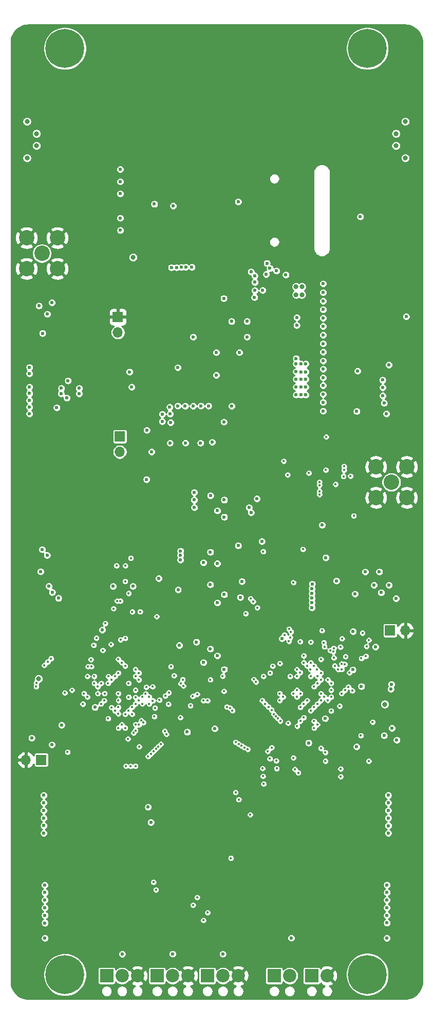
<source format=gbr>
%TF.GenerationSoftware,KiCad,Pcbnew,5.1.9-73d0e3b20d~88~ubuntu20.04.1*%
%TF.CreationDate,2021-04-18T22:57:39-05:00*%
%TF.ProjectId,FCB,4643422e-6b69-4636-9164-5f7063625858,rev?*%
%TF.SameCoordinates,Original*%
%TF.FileFunction,Copper,L2,Inr*%
%TF.FilePolarity,Positive*%
%FSLAX46Y46*%
G04 Gerber Fmt 4.6, Leading zero omitted, Abs format (unit mm)*
G04 Created by KiCad (PCBNEW 5.1.9-73d0e3b20d~88~ubuntu20.04.1) date 2021-04-18 22:57:39*
%MOMM*%
%LPD*%
G01*
G04 APERTURE LIST*
%TA.AperFunction,ComponentPad*%
%ADD10O,1.700000X1.700000*%
%TD*%
%TA.AperFunction,ComponentPad*%
%ADD11R,1.700000X1.700000*%
%TD*%
%TA.AperFunction,ComponentPad*%
%ADD12R,2.200000X2.200000*%
%TD*%
%TA.AperFunction,ComponentPad*%
%ADD13C,2.200000*%
%TD*%
%TA.AperFunction,ComponentPad*%
%ADD14C,2.540000*%
%TD*%
%TA.AperFunction,ComponentPad*%
%ADD15C,0.800000*%
%TD*%
%TA.AperFunction,ComponentPad*%
%ADD16C,6.400000*%
%TD*%
%TA.AperFunction,ViaPad*%
%ADD17C,0.600000*%
%TD*%
%TA.AperFunction,ViaPad*%
%ADD18C,0.800000*%
%TD*%
%TA.AperFunction,ViaPad*%
%ADD19C,0.400000*%
%TD*%
%TA.AperFunction,Conductor*%
%ADD20C,0.254000*%
%TD*%
%TA.AperFunction,Conductor*%
%ADD21C,0.100000*%
%TD*%
G04 APERTURE END LIST*
D10*
%TO.N,Net-(J6-Pad2)*%
%TO.C,J6*%
X188720000Y-116720000D03*
D11*
%TO.N,GND*%
X188720000Y-114180000D03*
%TD*%
D10*
%TO.N,Net-(J4-Pad2)*%
%TO.C,J4*%
X189030000Y-136380000D03*
D11*
%TO.N,Net-(J4-Pad1)*%
X189030000Y-133840000D03*
%TD*%
D10*
%TO.N,GND*%
%TO.C,J506*%
X173560000Y-187040000D03*
D11*
%TO.N,Net-(J506-Pad1)*%
X176100000Y-187040000D03*
%TD*%
D12*
%TO.N,Net-(D102-Pad1)*%
%TO.C,J111*%
X220670000Y-222570000D03*
D13*
%TO.N,GND*%
X223210000Y-222570000D03*
%TD*%
D12*
%TO.N,Net-(D102-Pad1)*%
%TO.C,J110*%
X214500000Y-222570000D03*
D13*
%TO.N,Net-(D101-Pad1)*%
X217040000Y-222570000D03*
%TD*%
D12*
%TO.N,/9V_PT_SUPPLY*%
%TO.C,J109*%
X203500000Y-222570000D03*
D13*
%TO.N,/PT3*%
X206040000Y-222570000D03*
%TO.N,GND*%
X208580000Y-222570000D03*
%TD*%
D12*
%TO.N,/9V_PT_SUPPLY*%
%TO.C,J108*%
X195200000Y-222570000D03*
D13*
%TO.N,/PT2*%
X197740000Y-222570000D03*
%TO.N,GND*%
X200280000Y-222570000D03*
%TD*%
D12*
%TO.N,/9V_PT_SUPPLY*%
%TO.C,J107*%
X186870000Y-222570000D03*
D13*
%TO.N,/PT1*%
X189410000Y-222570000D03*
%TO.N,GND*%
X191950000Y-222570000D03*
%TD*%
D14*
%TO.N,Net-(U106-Pad9)*%
%TO.C,X101*%
X176200000Y-103700000D03*
%TO.N,GND*%
X173660000Y-106240000D03*
X178740000Y-106240000D03*
X178740000Y-101160000D03*
X173660000Y-101160000D03*
%TD*%
D10*
%TO.N,GND*%
%TO.C,J306*%
X236130000Y-165750000D03*
D11*
%TO.N,Net-(J306-Pad1)*%
X233590000Y-165750000D03*
%TD*%
D14*
%TO.N,Net-(FB601-Pad1)*%
%TO.C,X601*%
X233800000Y-141360000D03*
%TO.N,GND*%
X231260000Y-138820000D03*
X231260000Y-143900000D03*
X236340000Y-143900000D03*
X236340000Y-138820000D03*
%TD*%
D15*
%TO.N,N/C*%
%TO.C,REF\u002A\u002A*%
X231547056Y-68302944D03*
X229850000Y-67600000D03*
X228152944Y-68302944D03*
X227450000Y-70000000D03*
X228152944Y-71697056D03*
X229850000Y-72400000D03*
X231547056Y-71697056D03*
X232250000Y-70000000D03*
D16*
X229850000Y-70000000D03*
%TD*%
D15*
%TO.N,N/C*%
%TO.C,REF\u002A\u002A*%
X181697056Y-68302944D03*
X180000000Y-67600000D03*
X178302944Y-68302944D03*
X177600000Y-70000000D03*
X178302944Y-71697056D03*
X180000000Y-72400000D03*
X181697056Y-71697056D03*
X182400000Y-70000000D03*
D16*
X180000000Y-70000000D03*
%TD*%
D15*
%TO.N,N/C*%
%TO.C,REF\u002A\u002A*%
X181697056Y-220702944D03*
X180000000Y-220000000D03*
X178302944Y-220702944D03*
X177600000Y-222400000D03*
X178302944Y-224097056D03*
X180000000Y-224800000D03*
X181697056Y-224097056D03*
X182400000Y-222400000D03*
D16*
X180000000Y-222400000D03*
%TD*%
D15*
%TO.N,N/C*%
%TO.C,REF\u002A\u002A*%
X231547056Y-220652144D03*
X229850000Y-219949200D03*
X228152944Y-220652144D03*
X227450000Y-222349200D03*
X228152944Y-224046256D03*
X229850000Y-224749200D03*
X231547056Y-224046256D03*
X232250000Y-222349200D03*
D16*
X229850000Y-222349200D03*
%TD*%
D17*
%TO.N,/MPU/SYS_VDD2_3P3V*%
X207450000Y-114900000D03*
X206175000Y-111100000D03*
X218210000Y-114260000D03*
D18*
%TO.N,GND*%
X174050000Y-221175000D03*
X209800000Y-209450000D03*
D17*
X211300000Y-114900000D03*
X211300000Y-117450000D03*
X198600000Y-114900000D03*
X198600000Y-117450000D03*
X207450000Y-118725000D03*
X202375000Y-118725000D03*
X197300000Y-112375000D03*
X211275000Y-112375000D03*
X212550000Y-112375000D03*
X211275000Y-127625000D03*
X212550000Y-127625000D03*
X197300000Y-127600000D03*
X235900000Y-140900000D03*
X237000000Y-140900000D03*
X235900000Y-141900000D03*
X237000000Y-141900000D03*
D19*
X226000000Y-143350000D03*
D18*
X234400000Y-173700000D03*
D19*
X219930000Y-181790000D03*
X214840000Y-173310000D03*
X214840000Y-176690000D03*
X221620000Y-175570000D03*
X220500000Y-176700000D03*
X218230000Y-180090000D03*
X221620000Y-180090000D03*
X223890000Y-177830000D03*
X223320000Y-176130000D03*
X221620000Y-169910000D03*
X219930000Y-167110000D03*
X218230000Y-169910000D03*
D17*
X226410000Y-181100000D03*
X230820000Y-179090000D03*
D19*
X219920000Y-173860000D03*
X189360000Y-176700000D03*
X184840000Y-176700000D03*
X188230000Y-169920000D03*
X191620000Y-169920000D03*
X195010000Y-176700000D03*
X223050000Y-140500000D03*
X223100000Y-143250006D03*
X226020000Y-141050000D03*
X226020000Y-141630000D03*
D17*
X233400000Y-139100000D03*
X234300000Y-139100000D03*
X233400000Y-137900000D03*
X234300000Y-137900000D03*
X233400000Y-143700000D03*
X234200000Y-143700000D03*
X233400000Y-144800000D03*
X234200000Y-144800000D03*
X227400000Y-185300000D03*
D19*
X228000004Y-175000000D03*
D18*
X180100000Y-80000000D03*
X180100000Y-90000000D03*
X230000000Y-80000000D03*
X230000000Y-90000000D03*
D17*
X203650000Y-125075000D03*
X206200000Y-125075000D03*
X199850000Y-122525000D03*
X198600000Y-125075000D03*
X211300000Y-122525000D03*
X211275000Y-125100000D03*
X198600000Y-120000000D03*
X211300000Y-120000000D03*
X201125000Y-125075000D03*
X208750000Y-125100000D03*
X204925000Y-113650000D03*
X204925000Y-114875000D03*
X212550000Y-113650000D03*
X211275000Y-113650000D03*
X201125000Y-113675000D03*
X208725000Y-113650000D03*
X203650000Y-126350000D03*
X206200000Y-126350000D03*
X237550000Y-128400000D03*
X237550000Y-125850000D03*
X237550000Y-124600000D03*
X237550000Y-123300000D03*
X237550000Y-120800000D03*
X237550000Y-118250000D03*
X237550000Y-131350000D03*
X227750000Y-130450000D03*
X227800000Y-108700000D03*
X227850000Y-117100000D03*
X228650000Y-116550000D03*
X227800000Y-121300000D03*
X227800000Y-112900000D03*
X227800000Y-125500000D03*
X220100000Y-189600000D03*
X217800000Y-185350000D03*
X224720000Y-180410000D03*
X232690000Y-173200000D03*
X228760000Y-184400000D03*
X237050000Y-183540000D03*
D19*
X226620000Y-173480000D03*
D17*
X214420000Y-183340000D03*
D19*
X226800000Y-176220000D03*
X217090000Y-174450000D03*
X232325000Y-175785036D03*
D17*
X185930000Y-185730000D03*
X184761706Y-179960021D03*
D19*
X183130000Y-175000000D03*
X176220000Y-173050000D03*
D17*
X181190000Y-182680000D03*
D19*
X224450000Y-172740002D03*
X194450000Y-172729998D03*
D18*
X224800000Y-210700000D03*
D17*
X225600000Y-205600000D03*
D18*
X212340000Y-209450000D03*
X209800000Y-211990000D03*
X212340000Y-211990000D03*
D17*
X174150000Y-124600000D03*
X192250000Y-132650000D03*
X175550000Y-114650000D03*
X192250000Y-107300000D03*
X217650000Y-107250000D03*
X217700000Y-132750000D03*
X174100000Y-131150000D03*
D19*
X185399998Y-173870000D03*
X190490000Y-175570000D03*
D17*
X222700000Y-181000000D03*
X235470000Y-159390000D03*
D19*
X187167270Y-179030498D03*
X191620000Y-180100000D03*
D17*
X183090000Y-172380000D03*
D18*
X235800000Y-71200000D03*
D19*
X195275000Y-183500000D03*
X189920000Y-168210000D03*
X212580000Y-175630000D03*
X197600000Y-176650000D03*
X231500000Y-191725000D03*
D17*
X233300000Y-191625000D03*
X233300000Y-200375000D03*
X233075000Y-215100000D03*
X176675000Y-215100000D03*
X209175000Y-189625000D03*
X217625000Y-191000000D03*
D19*
X224600000Y-137400000D03*
X219650000Y-148000000D03*
X187650000Y-159650000D03*
X188550000Y-153850000D03*
D17*
X174045000Y-154605000D03*
D19*
X226600000Y-163550000D03*
X223600000Y-166750000D03*
X226300000Y-166450000D03*
D17*
X172600000Y-183500000D03*
X232700000Y-179600000D03*
X196900000Y-144250000D03*
X196900000Y-145550000D03*
X194800000Y-143900000D03*
D19*
X207800000Y-147800000D03*
D17*
X213999998Y-145750000D03*
X210600000Y-153200000D03*
X215950000Y-153200000D03*
X207100000Y-155650000D03*
X200700000Y-155000000D03*
X199450000Y-159050000D03*
X199405000Y-161095000D03*
X213950000Y-157200000D03*
X213950000Y-159050000D03*
D19*
X215600000Y-145950000D03*
X189250000Y-182600000D03*
X191050000Y-171600000D03*
X192750000Y-175550000D03*
D17*
X179250000Y-169200000D03*
X178350000Y-177950000D03*
X183380000Y-181490000D03*
X229700000Y-176100000D03*
X226140000Y-93470000D03*
X180210000Y-110860000D03*
X209420000Y-97350000D03*
X209440000Y-99450000D03*
X209450000Y-100850000D03*
X201200000Y-89899999D03*
X181970000Y-101910000D03*
X181270000Y-93330000D03*
D19*
X197640000Y-175380000D03*
D17*
X219530000Y-102610000D03*
X227370000Y-101320000D03*
X229510000Y-101320000D03*
X229330000Y-96040000D03*
X201200000Y-102750000D03*
X202720000Y-133000000D03*
X175280000Y-176560000D03*
X176480000Y-191620000D03*
X176520000Y-200370000D03*
D19*
X184223990Y-178029980D03*
X198650000Y-163460000D03*
X185420000Y-153830000D03*
D17*
X181685000Y-184715000D03*
D19*
X185980000Y-175570000D03*
D17*
X224679996Y-151430000D03*
X218030000Y-157340000D03*
D19*
X211690000Y-147610000D03*
D17*
X195680000Y-165380000D03*
D19*
X212070000Y-173930000D03*
D17*
X189400000Y-184530000D03*
%TO.N,/MPU/SYS_VOUT*%
X210000000Y-114900000D03*
X218200000Y-115550000D03*
%TO.N,/MPU/SYS_VDD1_3P3V*%
X232400000Y-127150000D03*
X222550000Y-110150000D03*
X222550000Y-108700000D03*
X222550000Y-111550000D03*
X222550000Y-112950000D03*
X222550000Y-114350000D03*
X222550000Y-115700000D03*
X222550000Y-117150000D03*
X222550000Y-118550000D03*
X222550000Y-119950000D03*
X222550000Y-121400000D03*
X222550000Y-122750000D03*
X222550000Y-124150000D03*
X222550000Y-125450000D03*
X222550000Y-126900000D03*
X222550000Y-128205011D03*
X222550000Y-129650000D03*
X210000000Y-117450000D03*
X201150000Y-117450000D03*
X193480000Y-132790000D03*
X194290000Y-136370000D03*
X236240000Y-114090000D03*
%TO.N,/MPU/SYS_VDD3_3P3V*%
X204950000Y-120000000D03*
X174150000Y-126750000D03*
X191000000Y-125700000D03*
X180300000Y-127500000D03*
%TO.N,/MPU/SYS_VDD_1P8V*%
X204950000Y-123750000D03*
X206180000Y-131430000D03*
%TO.N,/MPU/SYS_RTC_1P8V*%
X208750000Y-120000000D03*
D18*
%TO.N,/MPU/USB5V*%
X218100000Y-109200000D03*
X219050000Y-109200000D03*
X191250000Y-104350000D03*
D19*
%TO.N,/ZOE-M8Q/3V3*%
X227600000Y-146900002D03*
X223000000Y-139350000D03*
D17*
X222380000Y-148420000D03*
%TO.N,Net-(J4-Pad2)*%
X201130000Y-128830000D03*
%TO.N,Net-(J4-Pad1)*%
X199820000Y-128830000D03*
%TO.N,/MPU/JTAG_EMU1*%
X233400000Y-122050000D03*
%TO.N,/MPU/JTAG_EMU0*%
X228249998Y-123050000D03*
%TO.N,/MPU/JTAG_TCK*%
X232350000Y-124550000D03*
%TO.N,/MPU/JTAG_TDO*%
X232399980Y-125800000D03*
%TO.N,/MPU/JTAG_TDI*%
X232600000Y-128350000D03*
%TO.N,/MPU/JTAG_TRSTN*%
X233000000Y-130100000D03*
%TO.N,/MPU/JTAG_TMS*%
X228100000Y-129700000D03*
D19*
%TO.N,/MCU_AC/AD_B0_11*%
X221620000Y-173300000D03*
X225670000Y-167090000D03*
X221040000Y-178400000D03*
X223330000Y-173870000D03*
D17*
%TO.N,/ZOE-M8Q/VBATT*%
X223000000Y-153770000D03*
%TO.N,Net-(TP7-Pad1)*%
X198600000Y-128800000D03*
X197300000Y-134900000D03*
%TO.N,Net-(TP8-Pad1)*%
X202400000Y-128800000D03*
X199850000Y-134900000D03*
%TO.N,Net-(TP9-Pad1)*%
X203650000Y-128800000D03*
X202350000Y-134900000D03*
%TO.N,Net-(TP10-Pad1)*%
X207500000Y-128850000D03*
X204274998Y-134775000D03*
%TO.N,Net-(TP11-Pad1)*%
X198600000Y-122500000D03*
X190650000Y-123200000D03*
%TO.N,/MPU/USB0_DP*%
X177100000Y-113700000D03*
X175700002Y-112350000D03*
%TO.N,/MPU/USB0_ID*%
X177860000Y-111820000D03*
X176300000Y-116850000D03*
D19*
%TO.N,/MCU_AC/AD_B0_09*%
X226250000Y-170050000D03*
X224330000Y-170258841D03*
%TO.N,/MCU_AC/AD_B0_08*%
X230100000Y-167340000D03*
X222190000Y-170490002D03*
%TO.N,/MCU_AC/AD_B0_04*%
X221056371Y-171613629D03*
X225410000Y-168470000D03*
%TO.N,/MCU_AC/B0_13*%
X219920000Y-171599998D03*
X229720000Y-168380000D03*
%TO.N,/MCU_AC/POR_B*%
X222190000Y-177260000D03*
X228850000Y-170350000D03*
%TO.N,/MCU_AC/EMC_24*%
X214825000Y-187200000D03*
%TO.N,/MCU_AC/EMC_26*%
X214900000Y-188475000D03*
%TO.N,/MCU_AC/EMC_25*%
X215400000Y-176125000D03*
X225450000Y-189800000D03*
X212640000Y-189735000D03*
%TO.N,/MCU_AC/EMC_27*%
X212750001Y-191000001D03*
%TO.N,/MCU_AC/EMC_22*%
X230075000Y-187250000D03*
%TO.N,/MCU_AC/EMC_29*%
X212575000Y-188450000D03*
X213425000Y-185650000D03*
X225450000Y-188525000D03*
%TO.N,/MCU_AC/EMC_28*%
X213775000Y-186850000D03*
%TO.N,Net-(C305-Pad1)*%
X218790000Y-176130000D03*
X221050000Y-175010000D03*
D17*
%TO.N,Net-(C309-Pad1)*%
X234700000Y-183800000D03*
X232600000Y-183050000D03*
X222900000Y-180250000D03*
D19*
%TO.N,Net-(C313-Pad1)*%
X223880772Y-175560772D03*
X226896000Y-172696000D03*
%TO.N,Net-(C314-Pad1)*%
X225280000Y-178190002D03*
%TO.N,Net-(C316-Pad1)*%
X223880000Y-178990000D03*
%TO.N,Net-(C317-Pad1)*%
X222190000Y-176140000D03*
D17*
X227440000Y-172220000D03*
%TO.N,Net-(C318-Pad1)*%
X228860000Y-174940000D03*
D19*
X223880000Y-176700000D03*
%TO.N,Net-(C319-Pad1)*%
X218790000Y-180650000D03*
%TO.N,Net-(J301-Pad2)*%
X223320000Y-177260000D03*
D17*
X233700000Y-175400000D03*
D19*
%TO.N,Net-(J301-Pad3)*%
X222750000Y-176700000D03*
D17*
X233800000Y-174600000D03*
D19*
%TO.N,Net-(J302-Pad1)*%
X214440002Y-179540000D03*
D17*
X220720000Y-162000002D03*
D19*
%TO.N,Net-(J302-Pad2)*%
X215490000Y-180650000D03*
D17*
X220710000Y-159660000D03*
%TO.N,Net-(J302-Pad3)*%
X220710000Y-158880000D03*
X229490000Y-156110000D03*
X231825000Y-156110000D03*
D19*
X219350000Y-177830002D03*
%TO.N,Net-(J302-Pad5)*%
X214768491Y-179920282D03*
D17*
X220720000Y-161180000D03*
X233420000Y-158290000D03*
X230950000Y-158300000D03*
D19*
%TO.N,Net-(J302-Pad7)*%
X215131955Y-180248924D03*
D17*
X220710000Y-160440000D03*
X227800000Y-159750000D03*
X234570000Y-160490000D03*
D19*
%TO.N,Net-(J302-Pad8)*%
X216790000Y-181000000D03*
D17*
X220750000Y-158090000D03*
X224760000Y-157590000D03*
X232110000Y-159520000D03*
D19*
%TO.N,Net-(J306-Pad1)*%
X229600000Y-170000000D03*
%TO.N,Net-(L301-Pad2)*%
X218270000Y-181500000D03*
%TO.N,Net-(R307-Pad2)*%
X230706000Y-180824000D03*
X221625000Y-177825000D03*
X228775000Y-183050000D03*
%TO.N,Net-(U301-PadP4)*%
X218450000Y-189170000D03*
X221630000Y-181240000D03*
%TO.N,Net-(U301-PadN4)*%
X222920000Y-185820000D03*
X221050000Y-180675000D03*
%TO.N,Net-(U301-PadL4)*%
X220500000Y-178960000D03*
X222190000Y-185130000D03*
%TO.N,Net-(U301-PadP3)*%
X217890000Y-188600000D03*
X221060000Y-181800000D03*
%TO.N,Net-(U301-PadL3)*%
X219360000Y-180080000D03*
X217650000Y-186700000D03*
%TO.N,Net-(C505-Pad1)*%
X190490000Y-174430000D03*
D17*
%TO.N,Net-(C509-Pad1)*%
X174510000Y-183460000D03*
X184937917Y-178399581D03*
X177850000Y-184560000D03*
D19*
%TO.N,Net-(C513-Pad1)*%
X188790000Y-179460000D03*
%TO.N,Net-(C514-Pad1)*%
X187120000Y-180249990D03*
%TO.N,Net-(C516-Pad1)*%
X185950000Y-177820000D03*
X182954000Y-177850000D03*
%TO.N,Net-(C517-Pad1)*%
X188800000Y-177260000D03*
X192229990Y-184870000D03*
%TO.N,Net-(C518-Pad1)*%
X188230000Y-178970000D03*
X191300000Y-182610000D03*
%TO.N,Net-(C519-Pad1)*%
X184830000Y-173300000D03*
%TO.N,Net-(D602-Pad2)*%
X225900000Y-140400000D03*
X226000000Y-138750000D03*
%TO.N,Net-(J501-Pad2)*%
X186530000Y-176130000D03*
X175280000Y-174350000D03*
%TO.N,Net-(J501-Pad3)*%
X187660000Y-178410000D03*
X175260000Y-175000000D03*
D17*
%TO.N,Net-(J502-Pad8)*%
X176250000Y-152425000D03*
D19*
X183785787Y-171689213D03*
%TO.N,Net-(J502-Pad7)*%
X184275000Y-170550000D03*
D17*
X177050000Y-153375000D03*
D19*
%TO.N,Net-(J502-Pad5)*%
X184358748Y-171691252D03*
D17*
X175975000Y-156060000D03*
%TO.N,Net-(J502-Pad3)*%
X177350000Y-158450000D03*
D19*
X187162550Y-173320367D03*
D17*
%TO.N,Net-(J502-Pad2)*%
X177900000Y-159475000D03*
D19*
X184730002Y-168170000D03*
%TO.N,Net-(J502-Pad1)*%
X185190000Y-167000000D03*
D17*
X178925000Y-160450000D03*
D19*
%TO.N,Net-(JP602-Pad2)*%
X224600000Y-141700000D03*
%TO.N,Net-(JP605-Pad2)*%
X221950000Y-141850000D03*
%TO.N,Net-(JP606-Pad2)*%
X221950000Y-141325000D03*
%TO.N,Net-(L501-Pad2)*%
X183700000Y-173300000D03*
D17*
%TO.N,Net-(R205-Pad2)*%
X219700000Y-127000000D03*
%TO.N,Net-(R206-Pad2)*%
X218900000Y-127000000D03*
%TO.N,Net-(R207-Pad2)*%
X218100000Y-127000000D03*
%TO.N,Net-(R208-Pad2)*%
X219700000Y-125700000D03*
%TO.N,Net-(R209-Pad2)*%
X218900000Y-125700000D03*
%TO.N,Net-(R210-Pad2)*%
X218100000Y-125700000D03*
%TO.N,Net-(R211-Pad2)*%
X219700000Y-124400000D03*
%TO.N,Net-(R212-Pad2)*%
X218900000Y-124400000D03*
%TO.N,Net-(R213-Pad2)*%
X218100000Y-124400000D03*
%TO.N,Net-(R214-Pad2)*%
X219700001Y-123200001D03*
%TO.N,Net-(R215-Pad2)*%
X218900004Y-123200000D03*
%TO.N,Net-(R216-Pad2)*%
X218100000Y-123175000D03*
%TO.N,Net-(R217-Pad2)*%
X219700000Y-121900000D03*
%TO.N,Net-(R218-Pad2)*%
X218900000Y-121900000D03*
%TO.N,Net-(R219-Pad2)*%
X218100000Y-121900000D03*
%TO.N,Net-(R220-Pad2)*%
X218100000Y-120999998D03*
D19*
%TO.N,/MCU_HYBRID/AD_B0_11*%
X185970000Y-174440000D03*
X191619371Y-176762747D03*
X197050000Y-177875000D03*
X200675000Y-178125000D03*
%TO.N,Net-(R507-Pad2)*%
X188790000Y-176130000D03*
D17*
X179430000Y-181330000D03*
D19*
%TO.N,/MCU_HYBRID/AD_B0_10*%
X194840000Y-178510000D03*
X193881571Y-177828427D03*
%TO.N,/MCU_HYBRID/AD_B0_08*%
X194483140Y-177308165D03*
X196740000Y-182840000D03*
%TO.N,/MCU_HYBRID/AD_B0_07*%
X194740000Y-179910000D03*
X193890000Y-176690000D03*
%TO.N,/MCU_HYBRID/AD_B0_04*%
X193299565Y-176197426D03*
X195579974Y-177197064D03*
%TO.N,/MCU_HYBRID/B0_13*%
X196440000Y-182330000D03*
X193389810Y-175070698D03*
%TO.N,/MCU_HYBRID/POR_B*%
X186464308Y-177292655D03*
X191620000Y-182220000D03*
%TO.N,Net-(U501-PadP4)*%
X183700000Y-176700000D03*
X176580000Y-171490000D03*
%TO.N,Net-(U501-PadN4)*%
X185400000Y-176130000D03*
X179977505Y-176022495D03*
%TO.N,Net-(U501-PadL4)*%
X185400000Y-175000000D03*
X181160000Y-175570000D03*
%TO.N,Net-(U501-PadP3)*%
X177150000Y-170930000D03*
X183140000Y-176130000D03*
%TO.N,Net-(U501-PadL3)*%
X177720000Y-170360000D03*
X184830000Y-174430000D03*
%TO.N,/MCU_HYBRID/EMC_24*%
X189360000Y-171049998D03*
X189930000Y-167040000D03*
X189930000Y-157670000D03*
%TO.N,/MCU_HYBRID/EMC_26*%
X191100000Y-162690000D03*
%TO.N,/MCU_HYBRID/EMC_25*%
X188790000Y-170480000D03*
X189170000Y-167280000D03*
X189950000Y-155100000D03*
X189150000Y-160900000D03*
%TO.N,/MCU_HYBRID/EMC_27*%
X190850000Y-153850000D03*
X190500000Y-159650000D03*
%TO.N,/MCU_HYBRID/EMC_22*%
X186650002Y-164600000D03*
%TO.N,/MCU_HYBRID/EMC_29*%
X188000000Y-162150000D03*
%TO.N,/MCU_HYBRID/EMC_28*%
X188600006Y-160900000D03*
X188500010Y-155100000D03*
%TO.N,Net-(U601-PadP$J7)*%
X221950000Y-142850000D03*
%TO.N,Net-(U601-PadP$J8)*%
X221950000Y-143400000D03*
D18*
%TO.N,/3V3*%
X173750000Y-88000000D03*
X173750000Y-82000000D03*
X236100000Y-82000000D03*
X236100000Y-88000000D03*
D17*
X193450000Y-140900000D03*
X195450000Y-157200000D03*
X208550000Y-151800000D03*
X212450000Y-151100000D03*
D19*
X223050000Y-133900000D03*
D18*
%TO.N,/5V*%
X218100000Y-110500000D03*
X219050000Y-110500000D03*
X175300000Y-84000000D03*
X175300000Y-86000000D03*
X232700000Y-177900000D03*
X234550000Y-86000000D03*
X234550000Y-84000000D03*
X175625000Y-173725000D03*
D17*
%TO.N,/MPU_SPI0_SCK*%
X197410000Y-131550000D03*
X194740000Y-95590000D03*
X197850000Y-95890000D03*
%TO.N,/MPU_SPI0_MISO*%
X197320000Y-130130000D03*
%TO.N,/TLM_CS*%
X196020000Y-131360000D03*
%TO.N,/MPU_SPI0_MOSI*%
X196030000Y-130150000D03*
%TO.N,/TLM_DIO2*%
X189100000Y-89890000D03*
X211270000Y-107400000D03*
X200920000Y-105970000D03*
%TO.N,/TLM_DIO1*%
X189110000Y-91890000D03*
X211290000Y-108460000D03*
X199910001Y-105969999D03*
%TO.N,/TLM_DIO0*%
X212590000Y-109790000D03*
X189110000Y-93889999D03*
X199180000Y-105990000D03*
%TO.N,/TLM_DIO4*%
X211290000Y-109810000D03*
X189120000Y-97900000D03*
X198389998Y-106020000D03*
%TO.N,/TLM_DIO3*%
X211250000Y-110940000D03*
X197540000Y-106020000D03*
X189130000Y-99910000D03*
%TO.N,/TLM_DIO5*%
X210660000Y-106730000D03*
%TO.N,/TLM_RST*%
X213180000Y-107164000D03*
D19*
%TO.N,/LSM9_CS_AG*%
X217100000Y-173300000D03*
X191620000Y-172170000D03*
X210590000Y-160500002D03*
X215428101Y-171178103D03*
D17*
X215760000Y-167080000D03*
%TO.N,/SNS_SPI_MISO*%
X205100000Y-146050000D03*
D19*
X191625000Y-173300000D03*
X218230000Y-173300000D03*
D17*
X210330000Y-145530000D03*
X201334990Y-145525000D03*
X205100000Y-154730000D03*
X199050008Y-153360000D03*
X205100000Y-169910000D03*
X208890000Y-160290000D03*
X205100000Y-161200000D03*
D19*
X216700000Y-140150000D03*
%TO.N,/SNS_SPI_MOSI*%
X192200000Y-173875000D03*
D17*
X210670000Y-146350000D03*
X206250000Y-147080000D03*
X201315015Y-144275015D03*
X206250000Y-159850000D03*
X206250000Y-172150002D03*
D19*
X213800000Y-172740000D03*
D17*
X198650000Y-159050006D03*
X206250000Y-144275002D03*
D19*
X216050000Y-137900000D03*
X218759271Y-172660379D03*
D17*
%TO.N,/SNS_SPI_SCK*%
X203975006Y-143550006D03*
D19*
X192190000Y-172730000D03*
X218230000Y-172170000D03*
D17*
X201320000Y-143019998D03*
X203970000Y-152839998D03*
X199050000Y-152670000D03*
X203970000Y-168770000D03*
X203970000Y-158190000D03*
X209160001Y-157670000D03*
X211649990Y-144075000D03*
D19*
X226000000Y-139350000D03*
X220200000Y-139850000D03*
D17*
%TO.N,/MS5611_CS*%
X201670000Y-167650000D03*
X198870000Y-168210000D03*
D19*
X219360000Y-169910000D03*
%TO.N,/KX122_CS*%
X191060000Y-179520000D03*
X224307024Y-168672249D03*
X226129058Y-171320566D03*
X207599998Y-178925000D03*
%TO.N,/LSM9_CS_M*%
X211020000Y-161000000D03*
X190490000Y-178960000D03*
X207200000Y-178500000D03*
X218770000Y-167590000D03*
D17*
%TO.N,/MPU/MMC0_DAT1*%
X174150000Y-122450000D03*
%TO.N,/MPU/MMC0_DAT0*%
X174150000Y-123500000D03*
%TO.N,/MPU/MMC0_CLK*%
X174150000Y-125700000D03*
X179400000Y-125900000D03*
X182349996Y-125900000D03*
%TO.N,/MPU/MMC0_CMD*%
X174150000Y-127900000D03*
X179350000Y-126800000D03*
X182349998Y-126800002D03*
%TO.N,/MPU/MMC0_DAT3*%
X174150000Y-129000000D03*
%TO.N,/MPU/MMC0_DAT2*%
X174150000Y-130100000D03*
X180500000Y-124650000D03*
X178650000Y-129100000D03*
%TO.N,/MPU9250_CS*%
X202825000Y-154599992D03*
D19*
X194450000Y-175000000D03*
D17*
X199049998Y-154140000D03*
D19*
X219360000Y-171040000D03*
D17*
X202820000Y-171020000D03*
D19*
X214240000Y-171619998D03*
X197459998Y-171690000D03*
X197980000Y-173180000D03*
%TO.N,/MCU_AC__UART1_TX*%
X225590000Y-176130000D03*
X227360000Y-175670000D03*
D17*
X228090000Y-184880000D03*
D19*
X206000000Y-173270000D03*
%TO.N,/B2B_I2C_SDA*%
X191060000Y-178390000D03*
X194600000Y-185625000D03*
X223875000Y-174425000D03*
X225625000Y-172150000D03*
D17*
X233075000Y-207625000D03*
X176680000Y-207630000D03*
D19*
X194600000Y-207170000D03*
X224210006Y-169230000D03*
X225610000Y-171250002D03*
X209585197Y-185014805D03*
%TO.N,/B2B_I2C_SCL*%
X195000000Y-208420000D03*
X191620000Y-177830000D03*
X195000000Y-185225000D03*
X222200000Y-173850000D03*
D17*
X233080000Y-208870000D03*
X176690000Y-208880000D03*
D19*
X223720000Y-169020000D03*
X209125000Y-184750010D03*
%TO.N,/MCU_AC_UART1_RX*%
X220470000Y-172170000D03*
X212720000Y-173300000D03*
X203969998Y-173860000D03*
%TO.N,/MCU_AC_SPI2_MOSI*%
X215960000Y-176700000D03*
X229040000Y-166170000D03*
%TO.N,/MCU_HYB_UART1_TX*%
X188800000Y-178400000D03*
X192390000Y-162660000D03*
%TO.N,/MCU_HYB_UART1_RX*%
X192750000Y-176700000D03*
X199410000Y-173830000D03*
%TO.N,/MCU_HYB_SPI2_MOSI*%
X199025000Y-180075000D03*
X187587500Y-168037500D03*
D17*
%TO.N,/B2B_GPIO1*%
X176520000Y-199120000D03*
X233290000Y-199120000D03*
%TO.N,/B2B_SPI_CS2*%
X194150000Y-197310000D03*
X176520000Y-197870000D03*
X233295000Y-197875000D03*
D19*
X194150000Y-186060000D03*
X192936580Y-180896100D03*
%TO.N,/B2B_SPI_CS1*%
X210525000Y-196060000D03*
D17*
X176520000Y-196620000D03*
X233290000Y-196620000D03*
D19*
X224470000Y-171580000D03*
X217250000Y-165960000D03*
D17*
%TO.N,/B2B_SPI_SCK*%
X193700000Y-194810000D03*
X176505000Y-195375000D03*
X233280000Y-195370000D03*
D19*
X193700000Y-186480000D03*
X225020000Y-172160000D03*
X216930000Y-165520000D03*
X210125000Y-185300000D03*
X192580000Y-180560000D03*
%TO.N,/B2B_SPI_MISO*%
X208650000Y-193560000D03*
D17*
X176515000Y-194125000D03*
X233290000Y-194120000D03*
D19*
X192190000Y-177260000D03*
X195380000Y-184850000D03*
X208650000Y-184450000D03*
X222781137Y-168423873D03*
X222180000Y-172740000D03*
D17*
%TO.N,/B2B_SPI_MOSI*%
X176495000Y-192875000D03*
X233285000Y-192875000D03*
D19*
X192760000Y-177820000D03*
X195795846Y-184445363D03*
X220500000Y-171050000D03*
X222675000Y-167750000D03*
X208125000Y-192400000D03*
X208124996Y-184149996D03*
X221546380Y-172169836D03*
D17*
%TO.N,/9V_PT_SUPPLY*%
X176700000Y-216380000D03*
X233070000Y-216370000D03*
D19*
%TO.N,/B2B_SERVO4*%
X202820000Y-213440000D03*
D17*
X233070000Y-213870000D03*
X176700000Y-213880000D03*
D19*
X188240000Y-173300000D03*
X218790000Y-178390000D03*
X202820000Y-177300000D03*
X214050000Y-178825000D03*
%TO.N,/B2B_SERVO3*%
X203510000Y-212180000D03*
D17*
X233070000Y-212630000D03*
X176700000Y-212620000D03*
D19*
X187650000Y-173870000D03*
X218240772Y-176700772D03*
X203510011Y-177299854D03*
X213541515Y-178320493D03*
%TO.N,/B2B_SERVO2*%
X201120000Y-210940000D03*
D17*
X233070000Y-211380000D03*
X176700000Y-211370000D03*
D19*
X188790000Y-172740000D03*
X217670000Y-176130000D03*
X201075000Y-176574996D03*
X213012004Y-177837013D03*
%TO.N,/B2B_SERVO1*%
X201790000Y-209670000D03*
D17*
X233070000Y-210120000D03*
X176690000Y-210120000D03*
D19*
X215400000Y-177260000D03*
X186230000Y-169020000D03*
X201790002Y-176250000D03*
X212500000Y-177275000D03*
D17*
%TO.N,Net-(D101-Pad1)*%
X217300000Y-216350000D03*
D19*
%TO.N,/SLND_TRIG*%
X197120000Y-175990000D03*
X206210000Y-175750000D03*
X207350000Y-203210000D03*
X220510000Y-167660000D03*
X222370000Y-165770000D03*
X217660000Y-157850000D03*
D17*
%TO.N,/MCU_AC/3V3_MCU*%
X220150000Y-184250000D03*
X233890000Y-181820000D03*
D19*
X220490000Y-173300000D03*
X218230000Y-175560000D03*
X219920000Y-177270000D03*
X226710000Y-175020000D03*
X226160000Y-175570000D03*
X221630002Y-174440000D03*
D17*
X227500000Y-165900000D03*
X231198206Y-168448206D03*
D19*
X214075000Y-185025000D03*
X222925000Y-187250000D03*
D17*
%TO.N,/LCD_CS*%
X197270000Y-129000000D03*
%TO.N,/LCD_DC*%
X208544500Y-95226000D03*
D19*
%TO.N,/ZOE_CS*%
X196530000Y-176520000D03*
X206680000Y-178320000D03*
X209800000Y-162970000D03*
X227060000Y-140350000D03*
X219230000Y-152400000D03*
X212673201Y-152753201D03*
X216180000Y-166480000D03*
X211700000Y-162000000D03*
%TO.N,/PT1*%
X189360000Y-181230000D03*
X190054999Y-188065001D03*
D17*
X189430000Y-219000000D03*
D19*
%TO.N,/PT2*%
X189930000Y-179520000D03*
X190820000Y-188080000D03*
D17*
X197740000Y-218970000D03*
D19*
%TO.N,/PT3*%
X192200000Y-181260000D03*
X191610000Y-188070000D03*
D17*
X206020000Y-218980000D03*
D19*
%TO.N,/INTER_MCU_UART_TX*%
X217130000Y-166910000D03*
X211119990Y-173793555D03*
X199100000Y-174500000D03*
%TO.N,/INTER_MCU_UART_RX*%
X216910000Y-167530000D03*
X211500000Y-174210000D03*
X199530000Y-174880000D03*
%TO.N,/MCU_HYBRID/3V3_MCU*%
X189920000Y-181790000D03*
X188800000Y-181790000D03*
X189930000Y-171600000D03*
X187100000Y-174430000D03*
X191620000Y-175560000D03*
X190490000Y-176710000D03*
X190390000Y-183600000D03*
X191648094Y-181211906D03*
D17*
X200160000Y-182460000D03*
X191200000Y-158490000D03*
X187950000Y-158490000D03*
X186150000Y-165660000D03*
X204690000Y-181890000D03*
D19*
X195120000Y-163470000D03*
X180430001Y-185760001D03*
D17*
%TO.N,Net-(R501-Pad2)*%
X213290000Y-105340000D03*
%TO.N,Net-(SW501-Pad2)*%
X213790000Y-106180000D03*
X228690000Y-97650000D03*
%TO.N,Net-(TP18-Pad1)*%
X216410000Y-107250000D03*
X214880000Y-106590000D03*
%TD*%
D20*
%TO.N,GND*%
X236321646Y-66145263D02*
X236639266Y-66199228D01*
X236948818Y-66288409D01*
X237246468Y-66411700D01*
X237528421Y-66567529D01*
X237791156Y-66753951D01*
X238031376Y-66968624D01*
X238246049Y-67208844D01*
X238432471Y-67471579D01*
X238588300Y-67753532D01*
X238711591Y-68051182D01*
X238800772Y-68360734D01*
X238854737Y-68678354D01*
X238873000Y-69003560D01*
X238873000Y-223496440D01*
X238854737Y-223821646D01*
X238800772Y-224139266D01*
X238711591Y-224448818D01*
X238588300Y-224746468D01*
X238432471Y-225028421D01*
X238246049Y-225291156D01*
X238031376Y-225531376D01*
X237791156Y-225746049D01*
X237528421Y-225932471D01*
X237246468Y-226088300D01*
X236948818Y-226211591D01*
X236639266Y-226300772D01*
X236321646Y-226354737D01*
X235996440Y-226373000D01*
X174003560Y-226373000D01*
X173678354Y-226354737D01*
X173360734Y-226300772D01*
X173051182Y-226211591D01*
X172753532Y-226088300D01*
X172471579Y-225932471D01*
X172208844Y-225746049D01*
X171968624Y-225531376D01*
X171753951Y-225291156D01*
X171567529Y-225028421D01*
X171411700Y-224746468D01*
X171288409Y-224448818D01*
X171199228Y-224139266D01*
X171145263Y-223821646D01*
X171127000Y-223496440D01*
X171127000Y-222047696D01*
X176423000Y-222047696D01*
X176423000Y-222752304D01*
X176560462Y-223443373D01*
X176830103Y-224094345D01*
X177221562Y-224680205D01*
X177719795Y-225178438D01*
X178305655Y-225569897D01*
X178956627Y-225839538D01*
X179647696Y-225977000D01*
X180352304Y-225977000D01*
X181043373Y-225839538D01*
X181694345Y-225569897D01*
X182280205Y-225178438D01*
X182439944Y-225018699D01*
X185943000Y-225018699D01*
X185943000Y-225201301D01*
X185978624Y-225380396D01*
X186048504Y-225549099D01*
X186149952Y-225700928D01*
X186279072Y-225830048D01*
X186430901Y-225931496D01*
X186599604Y-226001376D01*
X186778699Y-226037000D01*
X186961301Y-226037000D01*
X187140396Y-226001376D01*
X187309099Y-225931496D01*
X187460928Y-225830048D01*
X187590048Y-225700928D01*
X187691496Y-225549099D01*
X187761376Y-225380396D01*
X187797000Y-225201301D01*
X187797000Y-225018699D01*
X188483000Y-225018699D01*
X188483000Y-225201301D01*
X188518624Y-225380396D01*
X188588504Y-225549099D01*
X188689952Y-225700928D01*
X188819072Y-225830048D01*
X188970901Y-225931496D01*
X189139604Y-226001376D01*
X189318699Y-226037000D01*
X189501301Y-226037000D01*
X189680396Y-226001376D01*
X189849099Y-225931496D01*
X190000928Y-225830048D01*
X190130048Y-225700928D01*
X190231496Y-225549099D01*
X190301376Y-225380396D01*
X190337000Y-225201301D01*
X190337000Y-225018699D01*
X190301376Y-224839604D01*
X190231496Y-224670901D01*
X190130048Y-224519072D01*
X190000928Y-224389952D01*
X189849099Y-224288504D01*
X189680396Y-224218624D01*
X189501301Y-224183000D01*
X189318699Y-224183000D01*
X189139604Y-224218624D01*
X188970901Y-224288504D01*
X188819072Y-224389952D01*
X188689952Y-224519072D01*
X188588504Y-224670901D01*
X188518624Y-224839604D01*
X188483000Y-225018699D01*
X187797000Y-225018699D01*
X187761376Y-224839604D01*
X187691496Y-224670901D01*
X187590048Y-224519072D01*
X187460928Y-224389952D01*
X187309099Y-224288504D01*
X187140396Y-224218624D01*
X186961301Y-224183000D01*
X186778699Y-224183000D01*
X186599604Y-224218624D01*
X186430901Y-224288504D01*
X186279072Y-224389952D01*
X186149952Y-224519072D01*
X186048504Y-224670901D01*
X185978624Y-224839604D01*
X185943000Y-225018699D01*
X182439944Y-225018699D01*
X182778438Y-224680205D01*
X183169897Y-224094345D01*
X183439538Y-223443373D01*
X183577000Y-222752304D01*
X183577000Y-222047696D01*
X183462090Y-221470000D01*
X185391176Y-221470000D01*
X185391176Y-223670000D01*
X185398455Y-223743905D01*
X185420012Y-223814970D01*
X185455019Y-223880463D01*
X185502131Y-223937869D01*
X185559537Y-223984981D01*
X185625030Y-224019988D01*
X185696095Y-224041545D01*
X185770000Y-224048824D01*
X187970000Y-224048824D01*
X188043905Y-224041545D01*
X188114970Y-224019988D01*
X188180463Y-223984981D01*
X188237869Y-223937869D01*
X188284981Y-223880463D01*
X188319988Y-223814970D01*
X188341545Y-223743905D01*
X188348824Y-223670000D01*
X188348824Y-223597618D01*
X188468467Y-223717261D01*
X188710378Y-223878901D01*
X188979175Y-223990240D01*
X189264528Y-224047000D01*
X189555472Y-224047000D01*
X189840825Y-223990240D01*
X190109622Y-223878901D01*
X190262558Y-223776712D01*
X190922893Y-223776712D01*
X191030726Y-224051338D01*
X191337384Y-224202216D01*
X191569570Y-224264202D01*
X191510901Y-224288504D01*
X191359072Y-224389952D01*
X191229952Y-224519072D01*
X191128504Y-224670901D01*
X191058624Y-224839604D01*
X191023000Y-225018699D01*
X191023000Y-225201301D01*
X191058624Y-225380396D01*
X191128504Y-225549099D01*
X191229952Y-225700928D01*
X191359072Y-225830048D01*
X191510901Y-225931496D01*
X191679604Y-226001376D01*
X191858699Y-226037000D01*
X192041301Y-226037000D01*
X192220396Y-226001376D01*
X192389099Y-225931496D01*
X192540928Y-225830048D01*
X192670048Y-225700928D01*
X192771496Y-225549099D01*
X192841376Y-225380396D01*
X192877000Y-225201301D01*
X192877000Y-225018699D01*
X194273000Y-225018699D01*
X194273000Y-225201301D01*
X194308624Y-225380396D01*
X194378504Y-225549099D01*
X194479952Y-225700928D01*
X194609072Y-225830048D01*
X194760901Y-225931496D01*
X194929604Y-226001376D01*
X195108699Y-226037000D01*
X195291301Y-226037000D01*
X195470396Y-226001376D01*
X195639099Y-225931496D01*
X195790928Y-225830048D01*
X195920048Y-225700928D01*
X196021496Y-225549099D01*
X196091376Y-225380396D01*
X196127000Y-225201301D01*
X196127000Y-225018699D01*
X196813000Y-225018699D01*
X196813000Y-225201301D01*
X196848624Y-225380396D01*
X196918504Y-225549099D01*
X197019952Y-225700928D01*
X197149072Y-225830048D01*
X197300901Y-225931496D01*
X197469604Y-226001376D01*
X197648699Y-226037000D01*
X197831301Y-226037000D01*
X198010396Y-226001376D01*
X198179099Y-225931496D01*
X198330928Y-225830048D01*
X198460048Y-225700928D01*
X198561496Y-225549099D01*
X198631376Y-225380396D01*
X198667000Y-225201301D01*
X198667000Y-225018699D01*
X198631376Y-224839604D01*
X198561496Y-224670901D01*
X198460048Y-224519072D01*
X198330928Y-224389952D01*
X198179099Y-224288504D01*
X198010396Y-224218624D01*
X197831301Y-224183000D01*
X197648699Y-224183000D01*
X197469604Y-224218624D01*
X197300901Y-224288504D01*
X197149072Y-224389952D01*
X197019952Y-224519072D01*
X196918504Y-224670901D01*
X196848624Y-224839604D01*
X196813000Y-225018699D01*
X196127000Y-225018699D01*
X196091376Y-224839604D01*
X196021496Y-224670901D01*
X195920048Y-224519072D01*
X195790928Y-224389952D01*
X195639099Y-224288504D01*
X195470396Y-224218624D01*
X195291301Y-224183000D01*
X195108699Y-224183000D01*
X194929604Y-224218624D01*
X194760901Y-224288504D01*
X194609072Y-224389952D01*
X194479952Y-224519072D01*
X194378504Y-224670901D01*
X194308624Y-224839604D01*
X194273000Y-225018699D01*
X192877000Y-225018699D01*
X192841376Y-224839604D01*
X192771496Y-224670901D01*
X192670048Y-224519072D01*
X192540928Y-224389952D01*
X192389099Y-224288504D01*
X192340565Y-224268400D01*
X192347439Y-224267489D01*
X192670966Y-224157336D01*
X192869274Y-224051338D01*
X192977107Y-223776712D01*
X191950000Y-222749605D01*
X190922893Y-223776712D01*
X190262558Y-223776712D01*
X190351533Y-223717261D01*
X190548264Y-223520530D01*
X190743288Y-223597107D01*
X191770395Y-222570000D01*
X192129605Y-222570000D01*
X193156712Y-223597107D01*
X193431338Y-223489274D01*
X193582216Y-223182616D01*
X193670369Y-222852415D01*
X193692409Y-222511361D01*
X193647489Y-222172561D01*
X193537336Y-221849034D01*
X193431338Y-221650726D01*
X193156712Y-221542893D01*
X192129605Y-222570000D01*
X191770395Y-222570000D01*
X190743288Y-221542893D01*
X190548264Y-221619470D01*
X190351533Y-221422739D01*
X190262559Y-221363288D01*
X190922893Y-221363288D01*
X191950000Y-222390395D01*
X192870395Y-221470000D01*
X193721176Y-221470000D01*
X193721176Y-223670000D01*
X193728455Y-223743905D01*
X193750012Y-223814970D01*
X193785019Y-223880463D01*
X193832131Y-223937869D01*
X193889537Y-223984981D01*
X193955030Y-224019988D01*
X194026095Y-224041545D01*
X194100000Y-224048824D01*
X196300000Y-224048824D01*
X196373905Y-224041545D01*
X196444970Y-224019988D01*
X196510463Y-223984981D01*
X196567869Y-223937869D01*
X196614981Y-223880463D01*
X196649988Y-223814970D01*
X196671545Y-223743905D01*
X196678824Y-223670000D01*
X196678824Y-223597618D01*
X196798467Y-223717261D01*
X197040378Y-223878901D01*
X197309175Y-223990240D01*
X197594528Y-224047000D01*
X197885472Y-224047000D01*
X198170825Y-223990240D01*
X198439622Y-223878901D01*
X198592558Y-223776712D01*
X199252893Y-223776712D01*
X199360726Y-224051338D01*
X199667384Y-224202216D01*
X199899570Y-224264202D01*
X199840901Y-224288504D01*
X199689072Y-224389952D01*
X199559952Y-224519072D01*
X199458504Y-224670901D01*
X199388624Y-224839604D01*
X199353000Y-225018699D01*
X199353000Y-225201301D01*
X199388624Y-225380396D01*
X199458504Y-225549099D01*
X199559952Y-225700928D01*
X199689072Y-225830048D01*
X199840901Y-225931496D01*
X200009604Y-226001376D01*
X200188699Y-226037000D01*
X200371301Y-226037000D01*
X200550396Y-226001376D01*
X200719099Y-225931496D01*
X200870928Y-225830048D01*
X201000048Y-225700928D01*
X201101496Y-225549099D01*
X201171376Y-225380396D01*
X201207000Y-225201301D01*
X201207000Y-225018699D01*
X202573000Y-225018699D01*
X202573000Y-225201301D01*
X202608624Y-225380396D01*
X202678504Y-225549099D01*
X202779952Y-225700928D01*
X202909072Y-225830048D01*
X203060901Y-225931496D01*
X203229604Y-226001376D01*
X203408699Y-226037000D01*
X203591301Y-226037000D01*
X203770396Y-226001376D01*
X203939099Y-225931496D01*
X204090928Y-225830048D01*
X204220048Y-225700928D01*
X204321496Y-225549099D01*
X204391376Y-225380396D01*
X204427000Y-225201301D01*
X204427000Y-225018699D01*
X205113000Y-225018699D01*
X205113000Y-225201301D01*
X205148624Y-225380396D01*
X205218504Y-225549099D01*
X205319952Y-225700928D01*
X205449072Y-225830048D01*
X205600901Y-225931496D01*
X205769604Y-226001376D01*
X205948699Y-226037000D01*
X206131301Y-226037000D01*
X206310396Y-226001376D01*
X206479099Y-225931496D01*
X206630928Y-225830048D01*
X206760048Y-225700928D01*
X206861496Y-225549099D01*
X206931376Y-225380396D01*
X206967000Y-225201301D01*
X206967000Y-225018699D01*
X206931376Y-224839604D01*
X206861496Y-224670901D01*
X206760048Y-224519072D01*
X206630928Y-224389952D01*
X206479099Y-224288504D01*
X206310396Y-224218624D01*
X206131301Y-224183000D01*
X205948699Y-224183000D01*
X205769604Y-224218624D01*
X205600901Y-224288504D01*
X205449072Y-224389952D01*
X205319952Y-224519072D01*
X205218504Y-224670901D01*
X205148624Y-224839604D01*
X205113000Y-225018699D01*
X204427000Y-225018699D01*
X204391376Y-224839604D01*
X204321496Y-224670901D01*
X204220048Y-224519072D01*
X204090928Y-224389952D01*
X203939099Y-224288504D01*
X203770396Y-224218624D01*
X203591301Y-224183000D01*
X203408699Y-224183000D01*
X203229604Y-224218624D01*
X203060901Y-224288504D01*
X202909072Y-224389952D01*
X202779952Y-224519072D01*
X202678504Y-224670901D01*
X202608624Y-224839604D01*
X202573000Y-225018699D01*
X201207000Y-225018699D01*
X201171376Y-224839604D01*
X201101496Y-224670901D01*
X201000048Y-224519072D01*
X200870928Y-224389952D01*
X200719099Y-224288504D01*
X200670565Y-224268400D01*
X200677439Y-224267489D01*
X201000966Y-224157336D01*
X201199274Y-224051338D01*
X201307107Y-223776712D01*
X200280000Y-222749605D01*
X199252893Y-223776712D01*
X198592558Y-223776712D01*
X198681533Y-223717261D01*
X198878264Y-223520530D01*
X199073288Y-223597107D01*
X200100395Y-222570000D01*
X200459605Y-222570000D01*
X201486712Y-223597107D01*
X201761338Y-223489274D01*
X201912216Y-223182616D01*
X202000369Y-222852415D01*
X202021176Y-222530441D01*
X202021176Y-223670000D01*
X202028455Y-223743905D01*
X202050012Y-223814970D01*
X202085019Y-223880463D01*
X202132131Y-223937869D01*
X202189537Y-223984981D01*
X202255030Y-224019988D01*
X202326095Y-224041545D01*
X202400000Y-224048824D01*
X204600000Y-224048824D01*
X204673905Y-224041545D01*
X204744970Y-224019988D01*
X204810463Y-223984981D01*
X204867869Y-223937869D01*
X204914981Y-223880463D01*
X204949988Y-223814970D01*
X204971545Y-223743905D01*
X204978824Y-223670000D01*
X204978824Y-223597618D01*
X205098467Y-223717261D01*
X205340378Y-223878901D01*
X205609175Y-223990240D01*
X205894528Y-224047000D01*
X206185472Y-224047000D01*
X206470825Y-223990240D01*
X206739622Y-223878901D01*
X206892558Y-223776712D01*
X207552893Y-223776712D01*
X207660726Y-224051338D01*
X207967384Y-224202216D01*
X208199570Y-224264202D01*
X208140901Y-224288504D01*
X207989072Y-224389952D01*
X207859952Y-224519072D01*
X207758504Y-224670901D01*
X207688624Y-224839604D01*
X207653000Y-225018699D01*
X207653000Y-225201301D01*
X207688624Y-225380396D01*
X207758504Y-225549099D01*
X207859952Y-225700928D01*
X207989072Y-225830048D01*
X208140901Y-225931496D01*
X208309604Y-226001376D01*
X208488699Y-226037000D01*
X208671301Y-226037000D01*
X208850396Y-226001376D01*
X209019099Y-225931496D01*
X209170928Y-225830048D01*
X209300048Y-225700928D01*
X209401496Y-225549099D01*
X209471376Y-225380396D01*
X209507000Y-225201301D01*
X209507000Y-225018699D01*
X213573000Y-225018699D01*
X213573000Y-225201301D01*
X213608624Y-225380396D01*
X213678504Y-225549099D01*
X213779952Y-225700928D01*
X213909072Y-225830048D01*
X214060901Y-225931496D01*
X214229604Y-226001376D01*
X214408699Y-226037000D01*
X214591301Y-226037000D01*
X214770396Y-226001376D01*
X214939099Y-225931496D01*
X215090928Y-225830048D01*
X215220048Y-225700928D01*
X215321496Y-225549099D01*
X215391376Y-225380396D01*
X215427000Y-225201301D01*
X215427000Y-225018699D01*
X216113000Y-225018699D01*
X216113000Y-225201301D01*
X216148624Y-225380396D01*
X216218504Y-225549099D01*
X216319952Y-225700928D01*
X216449072Y-225830048D01*
X216600901Y-225931496D01*
X216769604Y-226001376D01*
X216948699Y-226037000D01*
X217131301Y-226037000D01*
X217310396Y-226001376D01*
X217479099Y-225931496D01*
X217630928Y-225830048D01*
X217760048Y-225700928D01*
X217861496Y-225549099D01*
X217931376Y-225380396D01*
X217967000Y-225201301D01*
X217967000Y-225018699D01*
X219743000Y-225018699D01*
X219743000Y-225201301D01*
X219778624Y-225380396D01*
X219848504Y-225549099D01*
X219949952Y-225700928D01*
X220079072Y-225830048D01*
X220230901Y-225931496D01*
X220399604Y-226001376D01*
X220578699Y-226037000D01*
X220761301Y-226037000D01*
X220940396Y-226001376D01*
X221109099Y-225931496D01*
X221260928Y-225830048D01*
X221390048Y-225700928D01*
X221491496Y-225549099D01*
X221561376Y-225380396D01*
X221597000Y-225201301D01*
X221597000Y-225018699D01*
X221561376Y-224839604D01*
X221491496Y-224670901D01*
X221390048Y-224519072D01*
X221260928Y-224389952D01*
X221109099Y-224288504D01*
X220940396Y-224218624D01*
X220761301Y-224183000D01*
X220578699Y-224183000D01*
X220399604Y-224218624D01*
X220230901Y-224288504D01*
X220079072Y-224389952D01*
X219949952Y-224519072D01*
X219848504Y-224670901D01*
X219778624Y-224839604D01*
X219743000Y-225018699D01*
X217967000Y-225018699D01*
X217931376Y-224839604D01*
X217861496Y-224670901D01*
X217760048Y-224519072D01*
X217630928Y-224389952D01*
X217479099Y-224288504D01*
X217310396Y-224218624D01*
X217131301Y-224183000D01*
X216948699Y-224183000D01*
X216769604Y-224218624D01*
X216600901Y-224288504D01*
X216449072Y-224389952D01*
X216319952Y-224519072D01*
X216218504Y-224670901D01*
X216148624Y-224839604D01*
X216113000Y-225018699D01*
X215427000Y-225018699D01*
X215391376Y-224839604D01*
X215321496Y-224670901D01*
X215220048Y-224519072D01*
X215090928Y-224389952D01*
X214939099Y-224288504D01*
X214770396Y-224218624D01*
X214591301Y-224183000D01*
X214408699Y-224183000D01*
X214229604Y-224218624D01*
X214060901Y-224288504D01*
X213909072Y-224389952D01*
X213779952Y-224519072D01*
X213678504Y-224670901D01*
X213608624Y-224839604D01*
X213573000Y-225018699D01*
X209507000Y-225018699D01*
X209471376Y-224839604D01*
X209401496Y-224670901D01*
X209300048Y-224519072D01*
X209170928Y-224389952D01*
X209019099Y-224288504D01*
X208970565Y-224268400D01*
X208977439Y-224267489D01*
X209300966Y-224157336D01*
X209499274Y-224051338D01*
X209607107Y-223776712D01*
X208580000Y-222749605D01*
X207552893Y-223776712D01*
X206892558Y-223776712D01*
X206981533Y-223717261D01*
X207178264Y-223520530D01*
X207373288Y-223597107D01*
X208400395Y-222570000D01*
X208759605Y-222570000D01*
X209786712Y-223597107D01*
X210061338Y-223489274D01*
X210212216Y-223182616D01*
X210300369Y-222852415D01*
X210322409Y-222511361D01*
X210277489Y-222172561D01*
X210167336Y-221849034D01*
X210061338Y-221650726D01*
X209786712Y-221542893D01*
X208759605Y-222570000D01*
X208400395Y-222570000D01*
X207373288Y-221542893D01*
X207178264Y-221619470D01*
X206981533Y-221422739D01*
X206892559Y-221363288D01*
X207552893Y-221363288D01*
X208580000Y-222390395D01*
X209500395Y-221470000D01*
X213021176Y-221470000D01*
X213021176Y-223670000D01*
X213028455Y-223743905D01*
X213050012Y-223814970D01*
X213085019Y-223880463D01*
X213132131Y-223937869D01*
X213189537Y-223984981D01*
X213255030Y-224019988D01*
X213326095Y-224041545D01*
X213400000Y-224048824D01*
X215600000Y-224048824D01*
X215673905Y-224041545D01*
X215744970Y-224019988D01*
X215810463Y-223984981D01*
X215867869Y-223937869D01*
X215914981Y-223880463D01*
X215949988Y-223814970D01*
X215971545Y-223743905D01*
X215978824Y-223670000D01*
X215978824Y-223597618D01*
X216098467Y-223717261D01*
X216340378Y-223878901D01*
X216609175Y-223990240D01*
X216894528Y-224047000D01*
X217185472Y-224047000D01*
X217470825Y-223990240D01*
X217739622Y-223878901D01*
X217981533Y-223717261D01*
X218187261Y-223511533D01*
X218348901Y-223269622D01*
X218460240Y-223000825D01*
X218517000Y-222715472D01*
X218517000Y-222424528D01*
X218460240Y-222139175D01*
X218348901Y-221870378D01*
X218187261Y-221628467D01*
X218028794Y-221470000D01*
X219191176Y-221470000D01*
X219191176Y-223670000D01*
X219198455Y-223743905D01*
X219220012Y-223814970D01*
X219255019Y-223880463D01*
X219302131Y-223937869D01*
X219359537Y-223984981D01*
X219425030Y-224019988D01*
X219496095Y-224041545D01*
X219570000Y-224048824D01*
X221770000Y-224048824D01*
X221843905Y-224041545D01*
X221914970Y-224019988D01*
X221980463Y-223984981D01*
X222037869Y-223937869D01*
X222084981Y-223880463D01*
X222091682Y-223867926D01*
X222182894Y-223776714D01*
X222290726Y-224051338D01*
X222597384Y-224202216D01*
X222829570Y-224264202D01*
X222770901Y-224288504D01*
X222619072Y-224389952D01*
X222489952Y-224519072D01*
X222388504Y-224670901D01*
X222318624Y-224839604D01*
X222283000Y-225018699D01*
X222283000Y-225201301D01*
X222318624Y-225380396D01*
X222388504Y-225549099D01*
X222489952Y-225700928D01*
X222619072Y-225830048D01*
X222770901Y-225931496D01*
X222939604Y-226001376D01*
X223118699Y-226037000D01*
X223301301Y-226037000D01*
X223480396Y-226001376D01*
X223649099Y-225931496D01*
X223800928Y-225830048D01*
X223930048Y-225700928D01*
X224031496Y-225549099D01*
X224101376Y-225380396D01*
X224137000Y-225201301D01*
X224137000Y-225018699D01*
X224101376Y-224839604D01*
X224031496Y-224670901D01*
X223930048Y-224519072D01*
X223800928Y-224389952D01*
X223649099Y-224288504D01*
X223600565Y-224268400D01*
X223607439Y-224267489D01*
X223930966Y-224157336D01*
X224129274Y-224051338D01*
X224237107Y-223776712D01*
X223210000Y-222749605D01*
X223195858Y-222763748D01*
X223016253Y-222584143D01*
X223030395Y-222570000D01*
X223389605Y-222570000D01*
X224416712Y-223597107D01*
X224691338Y-223489274D01*
X224842216Y-223182616D01*
X224930369Y-222852415D01*
X224952409Y-222511361D01*
X224907489Y-222172561D01*
X224847680Y-221996896D01*
X226273000Y-221996896D01*
X226273000Y-222701504D01*
X226410462Y-223392573D01*
X226680103Y-224043545D01*
X227071562Y-224629405D01*
X227569795Y-225127638D01*
X228155655Y-225519097D01*
X228806627Y-225788738D01*
X229497696Y-225926200D01*
X230202304Y-225926200D01*
X230893373Y-225788738D01*
X231544345Y-225519097D01*
X232130205Y-225127638D01*
X232628438Y-224629405D01*
X233019897Y-224043545D01*
X233289538Y-223392573D01*
X233427000Y-222701504D01*
X233427000Y-221996896D01*
X233289538Y-221305827D01*
X233019897Y-220654855D01*
X232628438Y-220068995D01*
X232130205Y-219570762D01*
X231544345Y-219179303D01*
X230893373Y-218909662D01*
X230202304Y-218772200D01*
X229497696Y-218772200D01*
X228806627Y-218909662D01*
X228155655Y-219179303D01*
X227569795Y-219570762D01*
X227071562Y-220068995D01*
X226680103Y-220654855D01*
X226410462Y-221305827D01*
X226273000Y-221996896D01*
X224847680Y-221996896D01*
X224797336Y-221849034D01*
X224691338Y-221650726D01*
X224416712Y-221542893D01*
X223389605Y-222570000D01*
X223030395Y-222570000D01*
X223016253Y-222555858D01*
X223195858Y-222376253D01*
X223210000Y-222390395D01*
X224237107Y-221363288D01*
X224129274Y-221088662D01*
X223822616Y-220937784D01*
X223492415Y-220849631D01*
X223151361Y-220827591D01*
X222812561Y-220872511D01*
X222489034Y-220982664D01*
X222290726Y-221088662D01*
X222182894Y-221363286D01*
X222091682Y-221272074D01*
X222084981Y-221259537D01*
X222037869Y-221202131D01*
X221980463Y-221155019D01*
X221914970Y-221120012D01*
X221843905Y-221098455D01*
X221770000Y-221091176D01*
X219570000Y-221091176D01*
X219496095Y-221098455D01*
X219425030Y-221120012D01*
X219359537Y-221155019D01*
X219302131Y-221202131D01*
X219255019Y-221259537D01*
X219220012Y-221325030D01*
X219198455Y-221396095D01*
X219191176Y-221470000D01*
X218028794Y-221470000D01*
X217981533Y-221422739D01*
X217739622Y-221261099D01*
X217470825Y-221149760D01*
X217185472Y-221093000D01*
X216894528Y-221093000D01*
X216609175Y-221149760D01*
X216340378Y-221261099D01*
X216098467Y-221422739D01*
X215978824Y-221542382D01*
X215978824Y-221470000D01*
X215971545Y-221396095D01*
X215949988Y-221325030D01*
X215914981Y-221259537D01*
X215867869Y-221202131D01*
X215810463Y-221155019D01*
X215744970Y-221120012D01*
X215673905Y-221098455D01*
X215600000Y-221091176D01*
X213400000Y-221091176D01*
X213326095Y-221098455D01*
X213255030Y-221120012D01*
X213189537Y-221155019D01*
X213132131Y-221202131D01*
X213085019Y-221259537D01*
X213050012Y-221325030D01*
X213028455Y-221396095D01*
X213021176Y-221470000D01*
X209500395Y-221470000D01*
X209607107Y-221363288D01*
X209499274Y-221088662D01*
X209192616Y-220937784D01*
X208862415Y-220849631D01*
X208521361Y-220827591D01*
X208182561Y-220872511D01*
X207859034Y-220982664D01*
X207660726Y-221088662D01*
X207552893Y-221363288D01*
X206892559Y-221363288D01*
X206739622Y-221261099D01*
X206470825Y-221149760D01*
X206185472Y-221093000D01*
X205894528Y-221093000D01*
X205609175Y-221149760D01*
X205340378Y-221261099D01*
X205098467Y-221422739D01*
X204978824Y-221542382D01*
X204978824Y-221470000D01*
X204971545Y-221396095D01*
X204949988Y-221325030D01*
X204914981Y-221259537D01*
X204867869Y-221202131D01*
X204810463Y-221155019D01*
X204744970Y-221120012D01*
X204673905Y-221098455D01*
X204600000Y-221091176D01*
X202400000Y-221091176D01*
X202326095Y-221098455D01*
X202255030Y-221120012D01*
X202189537Y-221155019D01*
X202132131Y-221202131D01*
X202085019Y-221259537D01*
X202050012Y-221325030D01*
X202028455Y-221396095D01*
X202021176Y-221470000D01*
X202021176Y-222502061D01*
X201977489Y-222172561D01*
X201867336Y-221849034D01*
X201761338Y-221650726D01*
X201486712Y-221542893D01*
X200459605Y-222570000D01*
X200100395Y-222570000D01*
X199073288Y-221542893D01*
X198878264Y-221619470D01*
X198681533Y-221422739D01*
X198592559Y-221363288D01*
X199252893Y-221363288D01*
X200280000Y-222390395D01*
X201307107Y-221363288D01*
X201199274Y-221088662D01*
X200892616Y-220937784D01*
X200562415Y-220849631D01*
X200221361Y-220827591D01*
X199882561Y-220872511D01*
X199559034Y-220982664D01*
X199360726Y-221088662D01*
X199252893Y-221363288D01*
X198592559Y-221363288D01*
X198439622Y-221261099D01*
X198170825Y-221149760D01*
X197885472Y-221093000D01*
X197594528Y-221093000D01*
X197309175Y-221149760D01*
X197040378Y-221261099D01*
X196798467Y-221422739D01*
X196678824Y-221542382D01*
X196678824Y-221470000D01*
X196671545Y-221396095D01*
X196649988Y-221325030D01*
X196614981Y-221259537D01*
X196567869Y-221202131D01*
X196510463Y-221155019D01*
X196444970Y-221120012D01*
X196373905Y-221098455D01*
X196300000Y-221091176D01*
X194100000Y-221091176D01*
X194026095Y-221098455D01*
X193955030Y-221120012D01*
X193889537Y-221155019D01*
X193832131Y-221202131D01*
X193785019Y-221259537D01*
X193750012Y-221325030D01*
X193728455Y-221396095D01*
X193721176Y-221470000D01*
X192870395Y-221470000D01*
X192977107Y-221363288D01*
X192869274Y-221088662D01*
X192562616Y-220937784D01*
X192232415Y-220849631D01*
X191891361Y-220827591D01*
X191552561Y-220872511D01*
X191229034Y-220982664D01*
X191030726Y-221088662D01*
X190922893Y-221363288D01*
X190262559Y-221363288D01*
X190109622Y-221261099D01*
X189840825Y-221149760D01*
X189555472Y-221093000D01*
X189264528Y-221093000D01*
X188979175Y-221149760D01*
X188710378Y-221261099D01*
X188468467Y-221422739D01*
X188348824Y-221542382D01*
X188348824Y-221470000D01*
X188341545Y-221396095D01*
X188319988Y-221325030D01*
X188284981Y-221259537D01*
X188237869Y-221202131D01*
X188180463Y-221155019D01*
X188114970Y-221120012D01*
X188043905Y-221098455D01*
X187970000Y-221091176D01*
X185770000Y-221091176D01*
X185696095Y-221098455D01*
X185625030Y-221120012D01*
X185559537Y-221155019D01*
X185502131Y-221202131D01*
X185455019Y-221259537D01*
X185420012Y-221325030D01*
X185398455Y-221396095D01*
X185391176Y-221470000D01*
X183462090Y-221470000D01*
X183439538Y-221356627D01*
X183169897Y-220705655D01*
X182778438Y-220119795D01*
X182280205Y-219621562D01*
X181694345Y-219230103D01*
X181043373Y-218960462D01*
X180906926Y-218933321D01*
X188753000Y-218933321D01*
X188753000Y-219066679D01*
X188779016Y-219197474D01*
X188830050Y-219320680D01*
X188904140Y-219431563D01*
X188998437Y-219525860D01*
X189109320Y-219599950D01*
X189232526Y-219650984D01*
X189363321Y-219677000D01*
X189496679Y-219677000D01*
X189627474Y-219650984D01*
X189750680Y-219599950D01*
X189861563Y-219525860D01*
X189955860Y-219431563D01*
X190029950Y-219320680D01*
X190080984Y-219197474D01*
X190107000Y-219066679D01*
X190107000Y-218933321D01*
X190101033Y-218903321D01*
X197063000Y-218903321D01*
X197063000Y-219036679D01*
X197089016Y-219167474D01*
X197140050Y-219290680D01*
X197214140Y-219401563D01*
X197308437Y-219495860D01*
X197419320Y-219569950D01*
X197542526Y-219620984D01*
X197673321Y-219647000D01*
X197806679Y-219647000D01*
X197937474Y-219620984D01*
X198060680Y-219569950D01*
X198171563Y-219495860D01*
X198265860Y-219401563D01*
X198339950Y-219290680D01*
X198390984Y-219167474D01*
X198417000Y-219036679D01*
X198417000Y-218913321D01*
X205343000Y-218913321D01*
X205343000Y-219046679D01*
X205369016Y-219177474D01*
X205420050Y-219300680D01*
X205494140Y-219411563D01*
X205588437Y-219505860D01*
X205699320Y-219579950D01*
X205822526Y-219630984D01*
X205953321Y-219657000D01*
X206086679Y-219657000D01*
X206217474Y-219630984D01*
X206340680Y-219579950D01*
X206451563Y-219505860D01*
X206545860Y-219411563D01*
X206619950Y-219300680D01*
X206670984Y-219177474D01*
X206697000Y-219046679D01*
X206697000Y-218913321D01*
X206670984Y-218782526D01*
X206619950Y-218659320D01*
X206545860Y-218548437D01*
X206451563Y-218454140D01*
X206340680Y-218380050D01*
X206217474Y-218329016D01*
X206086679Y-218303000D01*
X205953321Y-218303000D01*
X205822526Y-218329016D01*
X205699320Y-218380050D01*
X205588437Y-218454140D01*
X205494140Y-218548437D01*
X205420050Y-218659320D01*
X205369016Y-218782526D01*
X205343000Y-218913321D01*
X198417000Y-218913321D01*
X198417000Y-218903321D01*
X198390984Y-218772526D01*
X198339950Y-218649320D01*
X198265860Y-218538437D01*
X198171563Y-218444140D01*
X198060680Y-218370050D01*
X197937474Y-218319016D01*
X197806679Y-218293000D01*
X197673321Y-218293000D01*
X197542526Y-218319016D01*
X197419320Y-218370050D01*
X197308437Y-218444140D01*
X197214140Y-218538437D01*
X197140050Y-218649320D01*
X197089016Y-218772526D01*
X197063000Y-218903321D01*
X190101033Y-218903321D01*
X190080984Y-218802526D01*
X190029950Y-218679320D01*
X189955860Y-218568437D01*
X189861563Y-218474140D01*
X189750680Y-218400050D01*
X189627474Y-218349016D01*
X189496679Y-218323000D01*
X189363321Y-218323000D01*
X189232526Y-218349016D01*
X189109320Y-218400050D01*
X188998437Y-218474140D01*
X188904140Y-218568437D01*
X188830050Y-218679320D01*
X188779016Y-218802526D01*
X188753000Y-218933321D01*
X180906926Y-218933321D01*
X180352304Y-218823000D01*
X179647696Y-218823000D01*
X178956627Y-218960462D01*
X178305655Y-219230103D01*
X177719795Y-219621562D01*
X177221562Y-220119795D01*
X176830103Y-220705655D01*
X176560462Y-221356627D01*
X176423000Y-222047696D01*
X171127000Y-222047696D01*
X171127000Y-216313321D01*
X176023000Y-216313321D01*
X176023000Y-216446679D01*
X176049016Y-216577474D01*
X176100050Y-216700680D01*
X176174140Y-216811563D01*
X176268437Y-216905860D01*
X176379320Y-216979950D01*
X176502526Y-217030984D01*
X176633321Y-217057000D01*
X176766679Y-217057000D01*
X176897474Y-217030984D01*
X177020680Y-216979950D01*
X177131563Y-216905860D01*
X177225860Y-216811563D01*
X177299950Y-216700680D01*
X177350984Y-216577474D01*
X177377000Y-216446679D01*
X177377000Y-216313321D01*
X177371033Y-216283321D01*
X216623000Y-216283321D01*
X216623000Y-216416679D01*
X216649016Y-216547474D01*
X216700050Y-216670680D01*
X216774140Y-216781563D01*
X216868437Y-216875860D01*
X216979320Y-216949950D01*
X217102526Y-217000984D01*
X217233321Y-217027000D01*
X217366679Y-217027000D01*
X217497474Y-217000984D01*
X217620680Y-216949950D01*
X217731563Y-216875860D01*
X217825860Y-216781563D01*
X217899950Y-216670680D01*
X217950984Y-216547474D01*
X217977000Y-216416679D01*
X217977000Y-216303321D01*
X232393000Y-216303321D01*
X232393000Y-216436679D01*
X232419016Y-216567474D01*
X232470050Y-216690680D01*
X232544140Y-216801563D01*
X232638437Y-216895860D01*
X232749320Y-216969950D01*
X232872526Y-217020984D01*
X233003321Y-217047000D01*
X233136679Y-217047000D01*
X233267474Y-217020984D01*
X233390680Y-216969950D01*
X233501563Y-216895860D01*
X233595860Y-216801563D01*
X233669950Y-216690680D01*
X233720984Y-216567474D01*
X233747000Y-216436679D01*
X233747000Y-216303321D01*
X233720984Y-216172526D01*
X233669950Y-216049320D01*
X233595860Y-215938437D01*
X233501563Y-215844140D01*
X233390680Y-215770050D01*
X233267474Y-215719016D01*
X233136679Y-215693000D01*
X233003321Y-215693000D01*
X232872526Y-215719016D01*
X232749320Y-215770050D01*
X232638437Y-215844140D01*
X232544140Y-215938437D01*
X232470050Y-216049320D01*
X232419016Y-216172526D01*
X232393000Y-216303321D01*
X217977000Y-216303321D01*
X217977000Y-216283321D01*
X217950984Y-216152526D01*
X217899950Y-216029320D01*
X217825860Y-215918437D01*
X217731563Y-215824140D01*
X217620680Y-215750050D01*
X217497474Y-215699016D01*
X217366679Y-215673000D01*
X217233321Y-215673000D01*
X217102526Y-215699016D01*
X216979320Y-215750050D01*
X216868437Y-215824140D01*
X216774140Y-215918437D01*
X216700050Y-216029320D01*
X216649016Y-216152526D01*
X216623000Y-216283321D01*
X177371033Y-216283321D01*
X177350984Y-216182526D01*
X177299950Y-216059320D01*
X177225860Y-215948437D01*
X177131563Y-215854140D01*
X177020680Y-215780050D01*
X176897474Y-215729016D01*
X176766679Y-215703000D01*
X176633321Y-215703000D01*
X176502526Y-215729016D01*
X176379320Y-215780050D01*
X176268437Y-215854140D01*
X176174140Y-215948437D01*
X176100050Y-216059320D01*
X176049016Y-216182526D01*
X176023000Y-216313321D01*
X171127000Y-216313321D01*
X171127000Y-207563321D01*
X176003000Y-207563321D01*
X176003000Y-207696679D01*
X176029016Y-207827474D01*
X176080050Y-207950680D01*
X176154140Y-208061563D01*
X176248437Y-208155860D01*
X176359320Y-208229950D01*
X176424796Y-208257071D01*
X176369320Y-208280050D01*
X176258437Y-208354140D01*
X176164140Y-208448437D01*
X176090050Y-208559320D01*
X176039016Y-208682526D01*
X176013000Y-208813321D01*
X176013000Y-208946679D01*
X176039016Y-209077474D01*
X176090050Y-209200680D01*
X176164140Y-209311563D01*
X176258437Y-209405860D01*
X176369320Y-209479950D01*
X176417725Y-209500000D01*
X176369320Y-209520050D01*
X176258437Y-209594140D01*
X176164140Y-209688437D01*
X176090050Y-209799320D01*
X176039016Y-209922526D01*
X176013000Y-210053321D01*
X176013000Y-210186679D01*
X176039016Y-210317474D01*
X176090050Y-210440680D01*
X176164140Y-210551563D01*
X176258437Y-210645860D01*
X176369320Y-210719950D01*
X176434796Y-210747071D01*
X176379320Y-210770050D01*
X176268437Y-210844140D01*
X176174140Y-210938437D01*
X176100050Y-211049320D01*
X176049016Y-211172526D01*
X176023000Y-211303321D01*
X176023000Y-211436679D01*
X176049016Y-211567474D01*
X176100050Y-211690680D01*
X176174140Y-211801563D01*
X176268437Y-211895860D01*
X176379320Y-211969950D01*
X176439796Y-211995000D01*
X176379320Y-212020050D01*
X176268437Y-212094140D01*
X176174140Y-212188437D01*
X176100050Y-212299320D01*
X176049016Y-212422526D01*
X176023000Y-212553321D01*
X176023000Y-212686679D01*
X176049016Y-212817474D01*
X176100050Y-212940680D01*
X176174140Y-213051563D01*
X176268437Y-213145860D01*
X176379320Y-213219950D01*
X176451867Y-213250000D01*
X176379320Y-213280050D01*
X176268437Y-213354140D01*
X176174140Y-213448437D01*
X176100050Y-213559320D01*
X176049016Y-213682526D01*
X176023000Y-213813321D01*
X176023000Y-213946679D01*
X176049016Y-214077474D01*
X176100050Y-214200680D01*
X176174140Y-214311563D01*
X176268437Y-214405860D01*
X176379320Y-214479950D01*
X176502526Y-214530984D01*
X176633321Y-214557000D01*
X176766679Y-214557000D01*
X176897474Y-214530984D01*
X177020680Y-214479950D01*
X177131563Y-214405860D01*
X177225860Y-214311563D01*
X177299950Y-214200680D01*
X177350984Y-214077474D01*
X177377000Y-213946679D01*
X177377000Y-213813321D01*
X177350984Y-213682526D01*
X177299950Y-213559320D01*
X177225860Y-213448437D01*
X177160593Y-213383170D01*
X202243000Y-213383170D01*
X202243000Y-213496830D01*
X202265174Y-213608305D01*
X202308669Y-213713312D01*
X202371815Y-213807816D01*
X202452184Y-213888185D01*
X202546688Y-213951331D01*
X202651695Y-213994826D01*
X202763170Y-214017000D01*
X202876830Y-214017000D01*
X202988305Y-213994826D01*
X203093312Y-213951331D01*
X203187816Y-213888185D01*
X203268185Y-213807816D01*
X203331331Y-213713312D01*
X203374826Y-213608305D01*
X203397000Y-213496830D01*
X203397000Y-213383170D01*
X203374826Y-213271695D01*
X203331331Y-213166688D01*
X203268185Y-213072184D01*
X203187816Y-212991815D01*
X203093312Y-212928669D01*
X202988305Y-212885174D01*
X202876830Y-212863000D01*
X202763170Y-212863000D01*
X202651695Y-212885174D01*
X202546688Y-212928669D01*
X202452184Y-212991815D01*
X202371815Y-213072184D01*
X202308669Y-213166688D01*
X202265174Y-213271695D01*
X202243000Y-213383170D01*
X177160593Y-213383170D01*
X177131563Y-213354140D01*
X177020680Y-213280050D01*
X176948133Y-213250000D01*
X177020680Y-213219950D01*
X177131563Y-213145860D01*
X177225860Y-213051563D01*
X177299950Y-212940680D01*
X177350984Y-212817474D01*
X177377000Y-212686679D01*
X177377000Y-212553321D01*
X177350984Y-212422526D01*
X177299950Y-212299320D01*
X177225860Y-212188437D01*
X177160593Y-212123170D01*
X202933000Y-212123170D01*
X202933000Y-212236830D01*
X202955174Y-212348305D01*
X202998669Y-212453312D01*
X203061815Y-212547816D01*
X203142184Y-212628185D01*
X203236688Y-212691331D01*
X203341695Y-212734826D01*
X203453170Y-212757000D01*
X203566830Y-212757000D01*
X203678305Y-212734826D01*
X203783312Y-212691331D01*
X203877816Y-212628185D01*
X203958185Y-212547816D01*
X204021331Y-212453312D01*
X204064826Y-212348305D01*
X204087000Y-212236830D01*
X204087000Y-212123170D01*
X204064826Y-212011695D01*
X204021331Y-211906688D01*
X203958185Y-211812184D01*
X203877816Y-211731815D01*
X203783312Y-211668669D01*
X203678305Y-211625174D01*
X203566830Y-211603000D01*
X203453170Y-211603000D01*
X203341695Y-211625174D01*
X203236688Y-211668669D01*
X203142184Y-211731815D01*
X203061815Y-211812184D01*
X202998669Y-211906688D01*
X202955174Y-212011695D01*
X202933000Y-212123170D01*
X177160593Y-212123170D01*
X177131563Y-212094140D01*
X177020680Y-212020050D01*
X176960204Y-211995000D01*
X177020680Y-211969950D01*
X177131563Y-211895860D01*
X177225860Y-211801563D01*
X177299950Y-211690680D01*
X177350984Y-211567474D01*
X177377000Y-211436679D01*
X177377000Y-211303321D01*
X177350984Y-211172526D01*
X177299950Y-211049320D01*
X177225860Y-210938437D01*
X177170593Y-210883170D01*
X200543000Y-210883170D01*
X200543000Y-210996830D01*
X200565174Y-211108305D01*
X200608669Y-211213312D01*
X200671815Y-211307816D01*
X200752184Y-211388185D01*
X200846688Y-211451331D01*
X200951695Y-211494826D01*
X201063170Y-211517000D01*
X201176830Y-211517000D01*
X201288305Y-211494826D01*
X201393312Y-211451331D01*
X201487816Y-211388185D01*
X201568185Y-211307816D01*
X201631331Y-211213312D01*
X201674826Y-211108305D01*
X201697000Y-210996830D01*
X201697000Y-210883170D01*
X201674826Y-210771695D01*
X201631331Y-210666688D01*
X201568185Y-210572184D01*
X201487816Y-210491815D01*
X201393312Y-210428669D01*
X201288305Y-210385174D01*
X201176830Y-210363000D01*
X201063170Y-210363000D01*
X200951695Y-210385174D01*
X200846688Y-210428669D01*
X200752184Y-210491815D01*
X200671815Y-210572184D01*
X200608669Y-210666688D01*
X200565174Y-210771695D01*
X200543000Y-210883170D01*
X177170593Y-210883170D01*
X177131563Y-210844140D01*
X177020680Y-210770050D01*
X176955204Y-210742929D01*
X177010680Y-210719950D01*
X177121563Y-210645860D01*
X177215860Y-210551563D01*
X177289950Y-210440680D01*
X177340984Y-210317474D01*
X177367000Y-210186679D01*
X177367000Y-210053321D01*
X177340984Y-209922526D01*
X177289950Y-209799320D01*
X177215860Y-209688437D01*
X177140593Y-209613170D01*
X201213000Y-209613170D01*
X201213000Y-209726830D01*
X201235174Y-209838305D01*
X201278669Y-209943312D01*
X201341815Y-210037816D01*
X201422184Y-210118185D01*
X201516688Y-210181331D01*
X201621695Y-210224826D01*
X201733170Y-210247000D01*
X201846830Y-210247000D01*
X201958305Y-210224826D01*
X202063312Y-210181331D01*
X202157816Y-210118185D01*
X202222680Y-210053321D01*
X232393000Y-210053321D01*
X232393000Y-210186679D01*
X232419016Y-210317474D01*
X232470050Y-210440680D01*
X232544140Y-210551563D01*
X232638437Y-210645860D01*
X232749320Y-210719950D01*
X232821867Y-210750000D01*
X232749320Y-210780050D01*
X232638437Y-210854140D01*
X232544140Y-210948437D01*
X232470050Y-211059320D01*
X232419016Y-211182526D01*
X232393000Y-211313321D01*
X232393000Y-211446679D01*
X232419016Y-211577474D01*
X232470050Y-211700680D01*
X232544140Y-211811563D01*
X232638437Y-211905860D01*
X232749320Y-211979950D01*
X232809796Y-212005000D01*
X232749320Y-212030050D01*
X232638437Y-212104140D01*
X232544140Y-212198437D01*
X232470050Y-212309320D01*
X232419016Y-212432526D01*
X232393000Y-212563321D01*
X232393000Y-212696679D01*
X232419016Y-212827474D01*
X232470050Y-212950680D01*
X232544140Y-213061563D01*
X232638437Y-213155860D01*
X232749320Y-213229950D01*
X232797725Y-213250000D01*
X232749320Y-213270050D01*
X232638437Y-213344140D01*
X232544140Y-213438437D01*
X232470050Y-213549320D01*
X232419016Y-213672526D01*
X232393000Y-213803321D01*
X232393000Y-213936679D01*
X232419016Y-214067474D01*
X232470050Y-214190680D01*
X232544140Y-214301563D01*
X232638437Y-214395860D01*
X232749320Y-214469950D01*
X232872526Y-214520984D01*
X233003321Y-214547000D01*
X233136679Y-214547000D01*
X233267474Y-214520984D01*
X233390680Y-214469950D01*
X233501563Y-214395860D01*
X233595860Y-214301563D01*
X233669950Y-214190680D01*
X233720984Y-214067474D01*
X233747000Y-213936679D01*
X233747000Y-213803321D01*
X233720984Y-213672526D01*
X233669950Y-213549320D01*
X233595860Y-213438437D01*
X233501563Y-213344140D01*
X233390680Y-213270050D01*
X233342275Y-213250000D01*
X233390680Y-213229950D01*
X233501563Y-213155860D01*
X233595860Y-213061563D01*
X233669950Y-212950680D01*
X233720984Y-212827474D01*
X233747000Y-212696679D01*
X233747000Y-212563321D01*
X233720984Y-212432526D01*
X233669950Y-212309320D01*
X233595860Y-212198437D01*
X233501563Y-212104140D01*
X233390680Y-212030050D01*
X233330204Y-212005000D01*
X233390680Y-211979950D01*
X233501563Y-211905860D01*
X233595860Y-211811563D01*
X233669950Y-211700680D01*
X233720984Y-211577474D01*
X233747000Y-211446679D01*
X233747000Y-211313321D01*
X233720984Y-211182526D01*
X233669950Y-211059320D01*
X233595860Y-210948437D01*
X233501563Y-210854140D01*
X233390680Y-210780050D01*
X233318133Y-210750000D01*
X233390680Y-210719950D01*
X233501563Y-210645860D01*
X233595860Y-210551563D01*
X233669950Y-210440680D01*
X233720984Y-210317474D01*
X233747000Y-210186679D01*
X233747000Y-210053321D01*
X233720984Y-209922526D01*
X233669950Y-209799320D01*
X233595860Y-209688437D01*
X233501563Y-209594140D01*
X233390680Y-209520050D01*
X233335204Y-209497071D01*
X233400680Y-209469950D01*
X233511563Y-209395860D01*
X233605860Y-209301563D01*
X233679950Y-209190680D01*
X233730984Y-209067474D01*
X233757000Y-208936679D01*
X233757000Y-208803321D01*
X233730984Y-208672526D01*
X233679950Y-208549320D01*
X233605860Y-208438437D01*
X233511563Y-208344140D01*
X233400680Y-208270050D01*
X233343740Y-208246464D01*
X233395680Y-208224950D01*
X233506563Y-208150860D01*
X233600860Y-208056563D01*
X233674950Y-207945680D01*
X233725984Y-207822474D01*
X233752000Y-207691679D01*
X233752000Y-207558321D01*
X233725984Y-207427526D01*
X233674950Y-207304320D01*
X233600860Y-207193437D01*
X233506563Y-207099140D01*
X233395680Y-207025050D01*
X233272474Y-206974016D01*
X233141679Y-206948000D01*
X233008321Y-206948000D01*
X232877526Y-206974016D01*
X232754320Y-207025050D01*
X232643437Y-207099140D01*
X232549140Y-207193437D01*
X232475050Y-207304320D01*
X232424016Y-207427526D01*
X232398000Y-207558321D01*
X232398000Y-207691679D01*
X232424016Y-207822474D01*
X232475050Y-207945680D01*
X232549140Y-208056563D01*
X232643437Y-208150860D01*
X232754320Y-208224950D01*
X232811260Y-208248536D01*
X232759320Y-208270050D01*
X232648437Y-208344140D01*
X232554140Y-208438437D01*
X232480050Y-208549320D01*
X232429016Y-208672526D01*
X232403000Y-208803321D01*
X232403000Y-208936679D01*
X232429016Y-209067474D01*
X232480050Y-209190680D01*
X232554140Y-209301563D01*
X232648437Y-209395860D01*
X232759320Y-209469950D01*
X232814796Y-209492929D01*
X232749320Y-209520050D01*
X232638437Y-209594140D01*
X232544140Y-209688437D01*
X232470050Y-209799320D01*
X232419016Y-209922526D01*
X232393000Y-210053321D01*
X202222680Y-210053321D01*
X202238185Y-210037816D01*
X202301331Y-209943312D01*
X202344826Y-209838305D01*
X202367000Y-209726830D01*
X202367000Y-209613170D01*
X202344826Y-209501695D01*
X202301331Y-209396688D01*
X202238185Y-209302184D01*
X202157816Y-209221815D01*
X202063312Y-209158669D01*
X201958305Y-209115174D01*
X201846830Y-209093000D01*
X201733170Y-209093000D01*
X201621695Y-209115174D01*
X201516688Y-209158669D01*
X201422184Y-209221815D01*
X201341815Y-209302184D01*
X201278669Y-209396688D01*
X201235174Y-209501695D01*
X201213000Y-209613170D01*
X177140593Y-209613170D01*
X177121563Y-209594140D01*
X177010680Y-209520050D01*
X176962275Y-209500000D01*
X177010680Y-209479950D01*
X177121563Y-209405860D01*
X177215860Y-209311563D01*
X177289950Y-209200680D01*
X177340984Y-209077474D01*
X177367000Y-208946679D01*
X177367000Y-208813321D01*
X177340984Y-208682526D01*
X177289950Y-208559320D01*
X177215860Y-208448437D01*
X177130593Y-208363170D01*
X194423000Y-208363170D01*
X194423000Y-208476830D01*
X194445174Y-208588305D01*
X194488669Y-208693312D01*
X194551815Y-208787816D01*
X194632184Y-208868185D01*
X194726688Y-208931331D01*
X194831695Y-208974826D01*
X194943170Y-208997000D01*
X195056830Y-208997000D01*
X195168305Y-208974826D01*
X195273312Y-208931331D01*
X195367816Y-208868185D01*
X195448185Y-208787816D01*
X195511331Y-208693312D01*
X195554826Y-208588305D01*
X195577000Y-208476830D01*
X195577000Y-208363170D01*
X195554826Y-208251695D01*
X195511331Y-208146688D01*
X195448185Y-208052184D01*
X195367816Y-207971815D01*
X195273312Y-207908669D01*
X195168305Y-207865174D01*
X195056830Y-207843000D01*
X194943170Y-207843000D01*
X194831695Y-207865174D01*
X194726688Y-207908669D01*
X194632184Y-207971815D01*
X194551815Y-208052184D01*
X194488669Y-208146688D01*
X194445174Y-208251695D01*
X194423000Y-208363170D01*
X177130593Y-208363170D01*
X177121563Y-208354140D01*
X177010680Y-208280050D01*
X176945204Y-208252929D01*
X177000680Y-208229950D01*
X177111563Y-208155860D01*
X177205860Y-208061563D01*
X177279950Y-207950680D01*
X177330984Y-207827474D01*
X177357000Y-207696679D01*
X177357000Y-207563321D01*
X177330984Y-207432526D01*
X177279950Y-207309320D01*
X177205860Y-207198437D01*
X177120593Y-207113170D01*
X194023000Y-207113170D01*
X194023000Y-207226830D01*
X194045174Y-207338305D01*
X194088669Y-207443312D01*
X194151815Y-207537816D01*
X194232184Y-207618185D01*
X194326688Y-207681331D01*
X194431695Y-207724826D01*
X194543170Y-207747000D01*
X194656830Y-207747000D01*
X194768305Y-207724826D01*
X194873312Y-207681331D01*
X194967816Y-207618185D01*
X195048185Y-207537816D01*
X195111331Y-207443312D01*
X195154826Y-207338305D01*
X195177000Y-207226830D01*
X195177000Y-207113170D01*
X195154826Y-207001695D01*
X195111331Y-206896688D01*
X195048185Y-206802184D01*
X194967816Y-206721815D01*
X194873312Y-206658669D01*
X194768305Y-206615174D01*
X194656830Y-206593000D01*
X194543170Y-206593000D01*
X194431695Y-206615174D01*
X194326688Y-206658669D01*
X194232184Y-206721815D01*
X194151815Y-206802184D01*
X194088669Y-206896688D01*
X194045174Y-207001695D01*
X194023000Y-207113170D01*
X177120593Y-207113170D01*
X177111563Y-207104140D01*
X177000680Y-207030050D01*
X176877474Y-206979016D01*
X176746679Y-206953000D01*
X176613321Y-206953000D01*
X176482526Y-206979016D01*
X176359320Y-207030050D01*
X176248437Y-207104140D01*
X176154140Y-207198437D01*
X176080050Y-207309320D01*
X176029016Y-207432526D01*
X176003000Y-207563321D01*
X171127000Y-207563321D01*
X171127000Y-203153170D01*
X206773000Y-203153170D01*
X206773000Y-203266830D01*
X206795174Y-203378305D01*
X206838669Y-203483312D01*
X206901815Y-203577816D01*
X206982184Y-203658185D01*
X207076688Y-203721331D01*
X207181695Y-203764826D01*
X207293170Y-203787000D01*
X207406830Y-203787000D01*
X207518305Y-203764826D01*
X207623312Y-203721331D01*
X207717816Y-203658185D01*
X207798185Y-203577816D01*
X207861331Y-203483312D01*
X207904826Y-203378305D01*
X207927000Y-203266830D01*
X207927000Y-203153170D01*
X207904826Y-203041695D01*
X207861331Y-202936688D01*
X207798185Y-202842184D01*
X207717816Y-202761815D01*
X207623312Y-202698669D01*
X207518305Y-202655174D01*
X207406830Y-202633000D01*
X207293170Y-202633000D01*
X207181695Y-202655174D01*
X207076688Y-202698669D01*
X206982184Y-202761815D01*
X206901815Y-202842184D01*
X206838669Y-202936688D01*
X206795174Y-203041695D01*
X206773000Y-203153170D01*
X171127000Y-203153170D01*
X171127000Y-192808321D01*
X175818000Y-192808321D01*
X175818000Y-192941679D01*
X175844016Y-193072474D01*
X175895050Y-193195680D01*
X175969140Y-193306563D01*
X176063437Y-193400860D01*
X176174320Y-193474950D01*
X176244796Y-193504142D01*
X176194320Y-193525050D01*
X176083437Y-193599140D01*
X175989140Y-193693437D01*
X175915050Y-193804320D01*
X175864016Y-193927526D01*
X175838000Y-194058321D01*
X175838000Y-194191679D01*
X175864016Y-194322474D01*
X175915050Y-194445680D01*
X175989140Y-194556563D01*
X176083437Y-194650860D01*
X176194320Y-194724950D01*
X176249796Y-194747929D01*
X176184320Y-194775050D01*
X176073437Y-194849140D01*
X175979140Y-194943437D01*
X175905050Y-195054320D01*
X175854016Y-195177526D01*
X175828000Y-195308321D01*
X175828000Y-195441679D01*
X175854016Y-195572474D01*
X175905050Y-195695680D01*
X175979140Y-195806563D01*
X176073437Y-195900860D01*
X176184320Y-195974950D01*
X176246260Y-196000607D01*
X176199320Y-196020050D01*
X176088437Y-196094140D01*
X175994140Y-196188437D01*
X175920050Y-196299320D01*
X175869016Y-196422526D01*
X175843000Y-196553321D01*
X175843000Y-196686679D01*
X175869016Y-196817474D01*
X175920050Y-196940680D01*
X175994140Y-197051563D01*
X176088437Y-197145860D01*
X176199320Y-197219950D01*
X176259796Y-197245000D01*
X176199320Y-197270050D01*
X176088437Y-197344140D01*
X175994140Y-197438437D01*
X175920050Y-197549320D01*
X175869016Y-197672526D01*
X175843000Y-197803321D01*
X175843000Y-197936679D01*
X175869016Y-198067474D01*
X175920050Y-198190680D01*
X175994140Y-198301563D01*
X176088437Y-198395860D01*
X176199320Y-198469950D01*
X176259796Y-198495000D01*
X176199320Y-198520050D01*
X176088437Y-198594140D01*
X175994140Y-198688437D01*
X175920050Y-198799320D01*
X175869016Y-198922526D01*
X175843000Y-199053321D01*
X175843000Y-199186679D01*
X175869016Y-199317474D01*
X175920050Y-199440680D01*
X175994140Y-199551563D01*
X176088437Y-199645860D01*
X176199320Y-199719950D01*
X176322526Y-199770984D01*
X176453321Y-199797000D01*
X176586679Y-199797000D01*
X176717474Y-199770984D01*
X176840680Y-199719950D01*
X176951563Y-199645860D01*
X177045860Y-199551563D01*
X177119950Y-199440680D01*
X177170984Y-199317474D01*
X177197000Y-199186679D01*
X177197000Y-199053321D01*
X177170984Y-198922526D01*
X177119950Y-198799320D01*
X177045860Y-198688437D01*
X176951563Y-198594140D01*
X176840680Y-198520050D01*
X176780204Y-198495000D01*
X176840680Y-198469950D01*
X176951563Y-198395860D01*
X177045860Y-198301563D01*
X177119950Y-198190680D01*
X177170984Y-198067474D01*
X177197000Y-197936679D01*
X177197000Y-197803321D01*
X177170984Y-197672526D01*
X177119950Y-197549320D01*
X177045860Y-197438437D01*
X176951563Y-197344140D01*
X176840680Y-197270050D01*
X176780204Y-197245000D01*
X176784257Y-197243321D01*
X193473000Y-197243321D01*
X193473000Y-197376679D01*
X193499016Y-197507474D01*
X193550050Y-197630680D01*
X193624140Y-197741563D01*
X193718437Y-197835860D01*
X193829320Y-197909950D01*
X193952526Y-197960984D01*
X194083321Y-197987000D01*
X194216679Y-197987000D01*
X194347474Y-197960984D01*
X194470680Y-197909950D01*
X194581563Y-197835860D01*
X194675860Y-197741563D01*
X194749950Y-197630680D01*
X194800984Y-197507474D01*
X194827000Y-197376679D01*
X194827000Y-197243321D01*
X194800984Y-197112526D01*
X194749950Y-196989320D01*
X194675860Y-196878437D01*
X194581563Y-196784140D01*
X194470680Y-196710050D01*
X194347474Y-196659016D01*
X194216679Y-196633000D01*
X194083321Y-196633000D01*
X193952526Y-196659016D01*
X193829320Y-196710050D01*
X193718437Y-196784140D01*
X193624140Y-196878437D01*
X193550050Y-196989320D01*
X193499016Y-197112526D01*
X193473000Y-197243321D01*
X176784257Y-197243321D01*
X176840680Y-197219950D01*
X176951563Y-197145860D01*
X177045860Y-197051563D01*
X177119950Y-196940680D01*
X177170984Y-196817474D01*
X177197000Y-196686679D01*
X177197000Y-196553321D01*
X177170984Y-196422526D01*
X177119950Y-196299320D01*
X177045860Y-196188437D01*
X176951563Y-196094140D01*
X176840680Y-196020050D01*
X176799930Y-196003170D01*
X209948000Y-196003170D01*
X209948000Y-196116830D01*
X209970174Y-196228305D01*
X210013669Y-196333312D01*
X210076815Y-196427816D01*
X210157184Y-196508185D01*
X210251688Y-196571331D01*
X210356695Y-196614826D01*
X210468170Y-196637000D01*
X210581830Y-196637000D01*
X210693305Y-196614826D01*
X210798312Y-196571331D01*
X210892816Y-196508185D01*
X210973185Y-196427816D01*
X211036331Y-196333312D01*
X211079826Y-196228305D01*
X211102000Y-196116830D01*
X211102000Y-196003170D01*
X211079826Y-195891695D01*
X211036331Y-195786688D01*
X210973185Y-195692184D01*
X210892816Y-195611815D01*
X210798312Y-195548669D01*
X210693305Y-195505174D01*
X210581830Y-195483000D01*
X210468170Y-195483000D01*
X210356695Y-195505174D01*
X210251688Y-195548669D01*
X210157184Y-195611815D01*
X210076815Y-195692184D01*
X210013669Y-195786688D01*
X209970174Y-195891695D01*
X209948000Y-196003170D01*
X176799930Y-196003170D01*
X176778740Y-195994393D01*
X176825680Y-195974950D01*
X176936563Y-195900860D01*
X177030860Y-195806563D01*
X177104950Y-195695680D01*
X177155984Y-195572474D01*
X177182000Y-195441679D01*
X177182000Y-195308321D01*
X177155984Y-195177526D01*
X177104950Y-195054320D01*
X177030860Y-194943437D01*
X176936563Y-194849140D01*
X176825680Y-194775050D01*
X176770204Y-194752071D01*
X176791328Y-194743321D01*
X193023000Y-194743321D01*
X193023000Y-194876679D01*
X193049016Y-195007474D01*
X193100050Y-195130680D01*
X193174140Y-195241563D01*
X193268437Y-195335860D01*
X193379320Y-195409950D01*
X193502526Y-195460984D01*
X193633321Y-195487000D01*
X193766679Y-195487000D01*
X193897474Y-195460984D01*
X194020680Y-195409950D01*
X194131563Y-195335860D01*
X194164102Y-195303321D01*
X232603000Y-195303321D01*
X232603000Y-195436679D01*
X232629016Y-195567474D01*
X232680050Y-195690680D01*
X232754140Y-195801563D01*
X232848437Y-195895860D01*
X232959320Y-195969950D01*
X233024796Y-195997071D01*
X232969320Y-196020050D01*
X232858437Y-196094140D01*
X232764140Y-196188437D01*
X232690050Y-196299320D01*
X232639016Y-196422526D01*
X232613000Y-196553321D01*
X232613000Y-196686679D01*
X232639016Y-196817474D01*
X232690050Y-196940680D01*
X232764140Y-197051563D01*
X232858437Y-197145860D01*
X232969320Y-197219950D01*
X233038331Y-197248536D01*
X232974320Y-197275050D01*
X232863437Y-197349140D01*
X232769140Y-197443437D01*
X232695050Y-197554320D01*
X232644016Y-197677526D01*
X232618000Y-197808321D01*
X232618000Y-197941679D01*
X232644016Y-198072474D01*
X232695050Y-198195680D01*
X232769140Y-198306563D01*
X232863437Y-198400860D01*
X232974320Y-198474950D01*
X233026260Y-198496464D01*
X232969320Y-198520050D01*
X232858437Y-198594140D01*
X232764140Y-198688437D01*
X232690050Y-198799320D01*
X232639016Y-198922526D01*
X232613000Y-199053321D01*
X232613000Y-199186679D01*
X232639016Y-199317474D01*
X232690050Y-199440680D01*
X232764140Y-199551563D01*
X232858437Y-199645860D01*
X232969320Y-199719950D01*
X233092526Y-199770984D01*
X233223321Y-199797000D01*
X233356679Y-199797000D01*
X233487474Y-199770984D01*
X233610680Y-199719950D01*
X233721563Y-199645860D01*
X233815860Y-199551563D01*
X233889950Y-199440680D01*
X233940984Y-199317474D01*
X233967000Y-199186679D01*
X233967000Y-199053321D01*
X233940984Y-198922526D01*
X233889950Y-198799320D01*
X233815860Y-198688437D01*
X233721563Y-198594140D01*
X233610680Y-198520050D01*
X233558740Y-198498536D01*
X233615680Y-198474950D01*
X233726563Y-198400860D01*
X233820860Y-198306563D01*
X233894950Y-198195680D01*
X233945984Y-198072474D01*
X233972000Y-197941679D01*
X233972000Y-197808321D01*
X233945984Y-197677526D01*
X233894950Y-197554320D01*
X233820860Y-197443437D01*
X233726563Y-197349140D01*
X233615680Y-197275050D01*
X233546669Y-197246464D01*
X233610680Y-197219950D01*
X233721563Y-197145860D01*
X233815860Y-197051563D01*
X233889950Y-196940680D01*
X233940984Y-196817474D01*
X233967000Y-196686679D01*
X233967000Y-196553321D01*
X233940984Y-196422526D01*
X233889950Y-196299320D01*
X233815860Y-196188437D01*
X233721563Y-196094140D01*
X233610680Y-196020050D01*
X233545204Y-195992929D01*
X233600680Y-195969950D01*
X233711563Y-195895860D01*
X233805860Y-195801563D01*
X233879950Y-195690680D01*
X233930984Y-195567474D01*
X233957000Y-195436679D01*
X233957000Y-195303321D01*
X233930984Y-195172526D01*
X233879950Y-195049320D01*
X233805860Y-194938437D01*
X233711563Y-194844140D01*
X233600680Y-194770050D01*
X233545204Y-194747071D01*
X233610680Y-194719950D01*
X233721563Y-194645860D01*
X233815860Y-194551563D01*
X233889950Y-194440680D01*
X233940984Y-194317474D01*
X233967000Y-194186679D01*
X233967000Y-194053321D01*
X233940984Y-193922526D01*
X233889950Y-193799320D01*
X233815860Y-193688437D01*
X233721563Y-193594140D01*
X233610680Y-193520050D01*
X233553740Y-193496464D01*
X233605680Y-193474950D01*
X233716563Y-193400860D01*
X233810860Y-193306563D01*
X233884950Y-193195680D01*
X233935984Y-193072474D01*
X233962000Y-192941679D01*
X233962000Y-192808321D01*
X233935984Y-192677526D01*
X233884950Y-192554320D01*
X233810860Y-192443437D01*
X233716563Y-192349140D01*
X233605680Y-192275050D01*
X233482474Y-192224016D01*
X233351679Y-192198000D01*
X233218321Y-192198000D01*
X233087526Y-192224016D01*
X232964320Y-192275050D01*
X232853437Y-192349140D01*
X232759140Y-192443437D01*
X232685050Y-192554320D01*
X232634016Y-192677526D01*
X232608000Y-192808321D01*
X232608000Y-192941679D01*
X232634016Y-193072474D01*
X232685050Y-193195680D01*
X232759140Y-193306563D01*
X232853437Y-193400860D01*
X232964320Y-193474950D01*
X233021260Y-193498536D01*
X232969320Y-193520050D01*
X232858437Y-193594140D01*
X232764140Y-193688437D01*
X232690050Y-193799320D01*
X232639016Y-193922526D01*
X232613000Y-194053321D01*
X232613000Y-194186679D01*
X232639016Y-194317474D01*
X232690050Y-194440680D01*
X232764140Y-194551563D01*
X232858437Y-194645860D01*
X232969320Y-194719950D01*
X233024796Y-194742929D01*
X232959320Y-194770050D01*
X232848437Y-194844140D01*
X232754140Y-194938437D01*
X232680050Y-195049320D01*
X232629016Y-195172526D01*
X232603000Y-195303321D01*
X194164102Y-195303321D01*
X194225860Y-195241563D01*
X194299950Y-195130680D01*
X194350984Y-195007474D01*
X194377000Y-194876679D01*
X194377000Y-194743321D01*
X194350984Y-194612526D01*
X194299950Y-194489320D01*
X194225860Y-194378437D01*
X194131563Y-194284140D01*
X194020680Y-194210050D01*
X193897474Y-194159016D01*
X193766679Y-194133000D01*
X193633321Y-194133000D01*
X193502526Y-194159016D01*
X193379320Y-194210050D01*
X193268437Y-194284140D01*
X193174140Y-194378437D01*
X193100050Y-194489320D01*
X193049016Y-194612526D01*
X193023000Y-194743321D01*
X176791328Y-194743321D01*
X176835680Y-194724950D01*
X176946563Y-194650860D01*
X177040860Y-194556563D01*
X177114950Y-194445680D01*
X177165984Y-194322474D01*
X177192000Y-194191679D01*
X177192000Y-194058321D01*
X177165984Y-193927526D01*
X177114950Y-193804320D01*
X177040860Y-193693437D01*
X176946563Y-193599140D01*
X176835680Y-193525050D01*
X176782857Y-193503170D01*
X208073000Y-193503170D01*
X208073000Y-193616830D01*
X208095174Y-193728305D01*
X208138669Y-193833312D01*
X208201815Y-193927816D01*
X208282184Y-194008185D01*
X208376688Y-194071331D01*
X208481695Y-194114826D01*
X208593170Y-194137000D01*
X208706830Y-194137000D01*
X208818305Y-194114826D01*
X208923312Y-194071331D01*
X209017816Y-194008185D01*
X209098185Y-193927816D01*
X209161331Y-193833312D01*
X209204826Y-193728305D01*
X209227000Y-193616830D01*
X209227000Y-193503170D01*
X209204826Y-193391695D01*
X209161331Y-193286688D01*
X209098185Y-193192184D01*
X209017816Y-193111815D01*
X208923312Y-193048669D01*
X208818305Y-193005174D01*
X208706830Y-192983000D01*
X208593170Y-192983000D01*
X208481695Y-193005174D01*
X208376688Y-193048669D01*
X208282184Y-193111815D01*
X208201815Y-193192184D01*
X208138669Y-193286688D01*
X208095174Y-193391695D01*
X208073000Y-193503170D01*
X176782857Y-193503170D01*
X176765204Y-193495858D01*
X176815680Y-193474950D01*
X176926563Y-193400860D01*
X177020860Y-193306563D01*
X177094950Y-193195680D01*
X177145984Y-193072474D01*
X177172000Y-192941679D01*
X177172000Y-192808321D01*
X177145984Y-192677526D01*
X177094950Y-192554320D01*
X177020860Y-192443437D01*
X176926563Y-192349140D01*
X176917629Y-192343170D01*
X207548000Y-192343170D01*
X207548000Y-192456830D01*
X207570174Y-192568305D01*
X207613669Y-192673312D01*
X207676815Y-192767816D01*
X207757184Y-192848185D01*
X207851688Y-192911331D01*
X207956695Y-192954826D01*
X208068170Y-192977000D01*
X208181830Y-192977000D01*
X208293305Y-192954826D01*
X208398312Y-192911331D01*
X208492816Y-192848185D01*
X208573185Y-192767816D01*
X208636331Y-192673312D01*
X208679826Y-192568305D01*
X208702000Y-192456830D01*
X208702000Y-192343170D01*
X208679826Y-192231695D01*
X208636331Y-192126688D01*
X208573185Y-192032184D01*
X208492816Y-191951815D01*
X208398312Y-191888669D01*
X208293305Y-191845174D01*
X208181830Y-191823000D01*
X208068170Y-191823000D01*
X207956695Y-191845174D01*
X207851688Y-191888669D01*
X207757184Y-191951815D01*
X207676815Y-192032184D01*
X207613669Y-192126688D01*
X207570174Y-192231695D01*
X207548000Y-192343170D01*
X176917629Y-192343170D01*
X176815680Y-192275050D01*
X176692474Y-192224016D01*
X176561679Y-192198000D01*
X176428321Y-192198000D01*
X176297526Y-192224016D01*
X176174320Y-192275050D01*
X176063437Y-192349140D01*
X175969140Y-192443437D01*
X175895050Y-192554320D01*
X175844016Y-192677526D01*
X175818000Y-192808321D01*
X171127000Y-192808321D01*
X171127000Y-190943171D01*
X212173001Y-190943171D01*
X212173001Y-191056831D01*
X212195175Y-191168306D01*
X212238670Y-191273313D01*
X212301816Y-191367817D01*
X212382185Y-191448186D01*
X212476689Y-191511332D01*
X212581696Y-191554827D01*
X212693171Y-191577001D01*
X212806831Y-191577001D01*
X212918306Y-191554827D01*
X213023313Y-191511332D01*
X213117817Y-191448186D01*
X213198186Y-191367817D01*
X213261332Y-191273313D01*
X213304827Y-191168306D01*
X213327001Y-191056831D01*
X213327001Y-190943171D01*
X213304827Y-190831696D01*
X213261332Y-190726689D01*
X213198186Y-190632185D01*
X213117817Y-190551816D01*
X213023313Y-190488670D01*
X212918306Y-190445175D01*
X212806831Y-190423001D01*
X212693171Y-190423001D01*
X212581696Y-190445175D01*
X212476689Y-190488670D01*
X212382185Y-190551816D01*
X212301816Y-190632185D01*
X212238670Y-190726689D01*
X212195175Y-190831696D01*
X212173001Y-190943171D01*
X171127000Y-190943171D01*
X171127000Y-189678170D01*
X212063000Y-189678170D01*
X212063000Y-189791830D01*
X212085174Y-189903305D01*
X212128669Y-190008312D01*
X212191815Y-190102816D01*
X212272184Y-190183185D01*
X212366688Y-190246331D01*
X212471695Y-190289826D01*
X212583170Y-190312000D01*
X212696830Y-190312000D01*
X212808305Y-190289826D01*
X212913312Y-190246331D01*
X213007816Y-190183185D01*
X213088185Y-190102816D01*
X213151331Y-190008312D01*
X213194826Y-189903305D01*
X213217000Y-189791830D01*
X213217000Y-189678170D01*
X213194826Y-189566695D01*
X213151331Y-189461688D01*
X213088185Y-189367184D01*
X213007816Y-189286815D01*
X212913312Y-189223669D01*
X212808305Y-189180174D01*
X212696830Y-189158000D01*
X212583170Y-189158000D01*
X212471695Y-189180174D01*
X212366688Y-189223669D01*
X212272184Y-189286815D01*
X212191815Y-189367184D01*
X212128669Y-189461688D01*
X212085174Y-189566695D01*
X212063000Y-189678170D01*
X171127000Y-189678170D01*
X171127000Y-187396891D01*
X172118519Y-187396891D01*
X172215843Y-187671252D01*
X172364822Y-187921355D01*
X172559731Y-188137588D01*
X172793080Y-188311641D01*
X173055901Y-188436825D01*
X173203110Y-188481476D01*
X173433000Y-188360155D01*
X173433000Y-187167000D01*
X172239186Y-187167000D01*
X172118519Y-187396891D01*
X171127000Y-187396891D01*
X171127000Y-186683109D01*
X172118519Y-186683109D01*
X172239186Y-186913000D01*
X173433000Y-186913000D01*
X173433000Y-185719845D01*
X173687000Y-185719845D01*
X173687000Y-186913000D01*
X173707000Y-186913000D01*
X173707000Y-187167000D01*
X173687000Y-187167000D01*
X173687000Y-188360155D01*
X173916890Y-188481476D01*
X174064099Y-188436825D01*
X174326920Y-188311641D01*
X174560269Y-188137588D01*
X174755178Y-187921355D01*
X174871176Y-187726620D01*
X174871176Y-187890000D01*
X174878455Y-187963905D01*
X174900012Y-188034970D01*
X174935019Y-188100463D01*
X174982131Y-188157869D01*
X175039537Y-188204981D01*
X175105030Y-188239988D01*
X175176095Y-188261545D01*
X175250000Y-188268824D01*
X176950000Y-188268824D01*
X177023905Y-188261545D01*
X177094970Y-188239988D01*
X177160463Y-188204981D01*
X177217869Y-188157869D01*
X177264981Y-188100463D01*
X177299988Y-188034970D01*
X177308117Y-188008171D01*
X189477999Y-188008171D01*
X189477999Y-188121831D01*
X189500173Y-188233306D01*
X189543668Y-188338313D01*
X189606814Y-188432817D01*
X189687183Y-188513186D01*
X189781687Y-188576332D01*
X189886694Y-188619827D01*
X189998169Y-188642001D01*
X190111829Y-188642001D01*
X190223304Y-188619827D01*
X190328311Y-188576332D01*
X190422815Y-188513186D01*
X190430000Y-188506001D01*
X190452184Y-188528185D01*
X190546688Y-188591331D01*
X190651695Y-188634826D01*
X190763170Y-188657000D01*
X190876830Y-188657000D01*
X190988305Y-188634826D01*
X191093312Y-188591331D01*
X191187816Y-188528185D01*
X191220000Y-188496001D01*
X191242184Y-188518185D01*
X191336688Y-188581331D01*
X191441695Y-188624826D01*
X191553170Y-188647000D01*
X191666830Y-188647000D01*
X191778305Y-188624826D01*
X191883312Y-188581331D01*
X191977816Y-188518185D01*
X192058185Y-188437816D01*
X192088016Y-188393170D01*
X211998000Y-188393170D01*
X211998000Y-188506830D01*
X212020174Y-188618305D01*
X212063669Y-188723312D01*
X212126815Y-188817816D01*
X212207184Y-188898185D01*
X212301688Y-188961331D01*
X212406695Y-189004826D01*
X212518170Y-189027000D01*
X212631830Y-189027000D01*
X212743305Y-189004826D01*
X212848312Y-188961331D01*
X212942816Y-188898185D01*
X213023185Y-188817816D01*
X213086331Y-188723312D01*
X213129826Y-188618305D01*
X213152000Y-188506830D01*
X213152000Y-188418170D01*
X214323000Y-188418170D01*
X214323000Y-188531830D01*
X214345174Y-188643305D01*
X214388669Y-188748312D01*
X214451815Y-188842816D01*
X214532184Y-188923185D01*
X214626688Y-188986331D01*
X214731695Y-189029826D01*
X214843170Y-189052000D01*
X214956830Y-189052000D01*
X215068305Y-189029826D01*
X215173312Y-188986331D01*
X215267816Y-188923185D01*
X215348185Y-188842816D01*
X215411331Y-188748312D01*
X215454826Y-188643305D01*
X215474744Y-188543170D01*
X217313000Y-188543170D01*
X217313000Y-188656830D01*
X217335174Y-188768305D01*
X217378669Y-188873312D01*
X217441815Y-188967816D01*
X217522184Y-189048185D01*
X217616688Y-189111331D01*
X217721695Y-189154826D01*
X217833170Y-189177000D01*
X217873000Y-189177000D01*
X217873000Y-189226830D01*
X217895174Y-189338305D01*
X217938669Y-189443312D01*
X218001815Y-189537816D01*
X218082184Y-189618185D01*
X218176688Y-189681331D01*
X218281695Y-189724826D01*
X218393170Y-189747000D01*
X218506830Y-189747000D01*
X218526084Y-189743170D01*
X224873000Y-189743170D01*
X224873000Y-189856830D01*
X224895174Y-189968305D01*
X224938669Y-190073312D01*
X225001815Y-190167816D01*
X225082184Y-190248185D01*
X225176688Y-190311331D01*
X225281695Y-190354826D01*
X225393170Y-190377000D01*
X225506830Y-190377000D01*
X225618305Y-190354826D01*
X225723312Y-190311331D01*
X225817816Y-190248185D01*
X225898185Y-190167816D01*
X225961331Y-190073312D01*
X226004826Y-189968305D01*
X226027000Y-189856830D01*
X226027000Y-189743170D01*
X226004826Y-189631695D01*
X225961331Y-189526688D01*
X225898185Y-189432184D01*
X225817816Y-189351815D01*
X225723312Y-189288669D01*
X225618305Y-189245174D01*
X225506830Y-189223000D01*
X225393170Y-189223000D01*
X225281695Y-189245174D01*
X225176688Y-189288669D01*
X225082184Y-189351815D01*
X225001815Y-189432184D01*
X224938669Y-189526688D01*
X224895174Y-189631695D01*
X224873000Y-189743170D01*
X218526084Y-189743170D01*
X218618305Y-189724826D01*
X218723312Y-189681331D01*
X218817816Y-189618185D01*
X218898185Y-189537816D01*
X218961331Y-189443312D01*
X219004826Y-189338305D01*
X219027000Y-189226830D01*
X219027000Y-189113170D01*
X219004826Y-189001695D01*
X218961331Y-188896688D01*
X218898185Y-188802184D01*
X218817816Y-188721815D01*
X218723312Y-188658669D01*
X218618305Y-188615174D01*
X218506830Y-188593000D01*
X218467000Y-188593000D01*
X218467000Y-188543170D01*
X218452082Y-188468170D01*
X224873000Y-188468170D01*
X224873000Y-188581830D01*
X224895174Y-188693305D01*
X224938669Y-188798312D01*
X225001815Y-188892816D01*
X225082184Y-188973185D01*
X225176688Y-189036331D01*
X225281695Y-189079826D01*
X225393170Y-189102000D01*
X225506830Y-189102000D01*
X225618305Y-189079826D01*
X225723312Y-189036331D01*
X225817816Y-188973185D01*
X225898185Y-188892816D01*
X225961331Y-188798312D01*
X226004826Y-188693305D01*
X226027000Y-188581830D01*
X226027000Y-188468170D01*
X226004826Y-188356695D01*
X225961331Y-188251688D01*
X225898185Y-188157184D01*
X225817816Y-188076815D01*
X225723312Y-188013669D01*
X225618305Y-187970174D01*
X225506830Y-187948000D01*
X225393170Y-187948000D01*
X225281695Y-187970174D01*
X225176688Y-188013669D01*
X225082184Y-188076815D01*
X225001815Y-188157184D01*
X224938669Y-188251688D01*
X224895174Y-188356695D01*
X224873000Y-188468170D01*
X218452082Y-188468170D01*
X218444826Y-188431695D01*
X218401331Y-188326688D01*
X218338185Y-188232184D01*
X218257816Y-188151815D01*
X218163312Y-188088669D01*
X218058305Y-188045174D01*
X217946830Y-188023000D01*
X217833170Y-188023000D01*
X217721695Y-188045174D01*
X217616688Y-188088669D01*
X217522184Y-188151815D01*
X217441815Y-188232184D01*
X217378669Y-188326688D01*
X217335174Y-188431695D01*
X217313000Y-188543170D01*
X215474744Y-188543170D01*
X215477000Y-188531830D01*
X215477000Y-188418170D01*
X215454826Y-188306695D01*
X215411331Y-188201688D01*
X215348185Y-188107184D01*
X215267816Y-188026815D01*
X215173312Y-187963669D01*
X215068305Y-187920174D01*
X214956830Y-187898000D01*
X214843170Y-187898000D01*
X214731695Y-187920174D01*
X214626688Y-187963669D01*
X214532184Y-188026815D01*
X214451815Y-188107184D01*
X214388669Y-188201688D01*
X214345174Y-188306695D01*
X214323000Y-188418170D01*
X213152000Y-188418170D01*
X213152000Y-188393170D01*
X213129826Y-188281695D01*
X213086331Y-188176688D01*
X213023185Y-188082184D01*
X212942816Y-188001815D01*
X212848312Y-187938669D01*
X212743305Y-187895174D01*
X212631830Y-187873000D01*
X212518170Y-187873000D01*
X212406695Y-187895174D01*
X212301688Y-187938669D01*
X212207184Y-188001815D01*
X212126815Y-188082184D01*
X212063669Y-188176688D01*
X212020174Y-188281695D01*
X211998000Y-188393170D01*
X192088016Y-188393170D01*
X192121331Y-188343312D01*
X192164826Y-188238305D01*
X192187000Y-188126830D01*
X192187000Y-188013170D01*
X192164826Y-187901695D01*
X192121331Y-187796688D01*
X192058185Y-187702184D01*
X191977816Y-187621815D01*
X191883312Y-187558669D01*
X191778305Y-187515174D01*
X191666830Y-187493000D01*
X191553170Y-187493000D01*
X191441695Y-187515174D01*
X191336688Y-187558669D01*
X191242184Y-187621815D01*
X191210000Y-187653999D01*
X191187816Y-187631815D01*
X191093312Y-187568669D01*
X190988305Y-187525174D01*
X190876830Y-187503000D01*
X190763170Y-187503000D01*
X190651695Y-187525174D01*
X190546688Y-187568669D01*
X190452184Y-187631815D01*
X190444999Y-187639000D01*
X190422815Y-187616816D01*
X190328311Y-187553670D01*
X190223304Y-187510175D01*
X190111829Y-187488001D01*
X189998169Y-187488001D01*
X189886694Y-187510175D01*
X189781687Y-187553670D01*
X189687183Y-187616816D01*
X189606814Y-187697185D01*
X189543668Y-187791689D01*
X189500173Y-187896696D01*
X189477999Y-188008171D01*
X177308117Y-188008171D01*
X177321545Y-187963905D01*
X177328824Y-187890000D01*
X177328824Y-186423170D01*
X193123000Y-186423170D01*
X193123000Y-186536830D01*
X193145174Y-186648305D01*
X193188669Y-186753312D01*
X193251815Y-186847816D01*
X193332184Y-186928185D01*
X193426688Y-186991331D01*
X193531695Y-187034826D01*
X193643170Y-187057000D01*
X193756830Y-187057000D01*
X193868305Y-187034826D01*
X193973312Y-186991331D01*
X194067816Y-186928185D01*
X194148185Y-186847816D01*
X194184698Y-186793170D01*
X213198000Y-186793170D01*
X213198000Y-186906830D01*
X213220174Y-187018305D01*
X213263669Y-187123312D01*
X213326815Y-187217816D01*
X213407184Y-187298185D01*
X213501688Y-187361331D01*
X213606695Y-187404826D01*
X213718170Y-187427000D01*
X213831830Y-187427000D01*
X213943305Y-187404826D01*
X214048312Y-187361331D01*
X214142816Y-187298185D01*
X214223185Y-187217816D01*
X214248000Y-187180678D01*
X214248000Y-187256830D01*
X214270174Y-187368305D01*
X214313669Y-187473312D01*
X214376815Y-187567816D01*
X214457184Y-187648185D01*
X214551688Y-187711331D01*
X214656695Y-187754826D01*
X214768170Y-187777000D01*
X214881830Y-187777000D01*
X214993305Y-187754826D01*
X215098312Y-187711331D01*
X215192816Y-187648185D01*
X215273185Y-187567816D01*
X215336331Y-187473312D01*
X215379826Y-187368305D01*
X215402000Y-187256830D01*
X215402000Y-187143170D01*
X215379826Y-187031695D01*
X215336331Y-186926688D01*
X215273185Y-186832184D01*
X215192816Y-186751815D01*
X215098312Y-186688669D01*
X214993305Y-186645174D01*
X214983231Y-186643170D01*
X217073000Y-186643170D01*
X217073000Y-186756830D01*
X217095174Y-186868305D01*
X217138669Y-186973312D01*
X217201815Y-187067816D01*
X217282184Y-187148185D01*
X217376688Y-187211331D01*
X217481695Y-187254826D01*
X217593170Y-187277000D01*
X217706830Y-187277000D01*
X217818305Y-187254826D01*
X217923312Y-187211331D01*
X217950491Y-187193170D01*
X222348000Y-187193170D01*
X222348000Y-187306830D01*
X222370174Y-187418305D01*
X222413669Y-187523312D01*
X222476815Y-187617816D01*
X222557184Y-187698185D01*
X222651688Y-187761331D01*
X222756695Y-187804826D01*
X222868170Y-187827000D01*
X222981830Y-187827000D01*
X223093305Y-187804826D01*
X223198312Y-187761331D01*
X223292816Y-187698185D01*
X223373185Y-187617816D01*
X223436331Y-187523312D01*
X223479826Y-187418305D01*
X223502000Y-187306830D01*
X223502000Y-187193170D01*
X229498000Y-187193170D01*
X229498000Y-187306830D01*
X229520174Y-187418305D01*
X229563669Y-187523312D01*
X229626815Y-187617816D01*
X229707184Y-187698185D01*
X229801688Y-187761331D01*
X229906695Y-187804826D01*
X230018170Y-187827000D01*
X230131830Y-187827000D01*
X230243305Y-187804826D01*
X230348312Y-187761331D01*
X230442816Y-187698185D01*
X230523185Y-187617816D01*
X230586331Y-187523312D01*
X230629826Y-187418305D01*
X230652000Y-187306830D01*
X230652000Y-187193170D01*
X230629826Y-187081695D01*
X230586331Y-186976688D01*
X230523185Y-186882184D01*
X230442816Y-186801815D01*
X230348312Y-186738669D01*
X230243305Y-186695174D01*
X230131830Y-186673000D01*
X230018170Y-186673000D01*
X229906695Y-186695174D01*
X229801688Y-186738669D01*
X229707184Y-186801815D01*
X229626815Y-186882184D01*
X229563669Y-186976688D01*
X229520174Y-187081695D01*
X229498000Y-187193170D01*
X223502000Y-187193170D01*
X223479826Y-187081695D01*
X223436331Y-186976688D01*
X223373185Y-186882184D01*
X223292816Y-186801815D01*
X223198312Y-186738669D01*
X223093305Y-186695174D01*
X222981830Y-186673000D01*
X222868170Y-186673000D01*
X222756695Y-186695174D01*
X222651688Y-186738669D01*
X222557184Y-186801815D01*
X222476815Y-186882184D01*
X222413669Y-186976688D01*
X222370174Y-187081695D01*
X222348000Y-187193170D01*
X217950491Y-187193170D01*
X218017816Y-187148185D01*
X218098185Y-187067816D01*
X218161331Y-186973312D01*
X218204826Y-186868305D01*
X218227000Y-186756830D01*
X218227000Y-186643170D01*
X218204826Y-186531695D01*
X218161331Y-186426688D01*
X218098185Y-186332184D01*
X218017816Y-186251815D01*
X217923312Y-186188669D01*
X217818305Y-186145174D01*
X217706830Y-186123000D01*
X217593170Y-186123000D01*
X217481695Y-186145174D01*
X217376688Y-186188669D01*
X217282184Y-186251815D01*
X217201815Y-186332184D01*
X217138669Y-186426688D01*
X217095174Y-186531695D01*
X217073000Y-186643170D01*
X214983231Y-186643170D01*
X214881830Y-186623000D01*
X214768170Y-186623000D01*
X214656695Y-186645174D01*
X214551688Y-186688669D01*
X214457184Y-186751815D01*
X214376815Y-186832184D01*
X214352000Y-186869322D01*
X214352000Y-186793170D01*
X214329826Y-186681695D01*
X214286331Y-186576688D01*
X214223185Y-186482184D01*
X214142816Y-186401815D01*
X214048312Y-186338669D01*
X213943305Y-186295174D01*
X213831830Y-186273000D01*
X213718170Y-186273000D01*
X213606695Y-186295174D01*
X213501688Y-186338669D01*
X213407184Y-186401815D01*
X213326815Y-186482184D01*
X213263669Y-186576688D01*
X213220174Y-186681695D01*
X213198000Y-186793170D01*
X194184698Y-186793170D01*
X194211331Y-186753312D01*
X194254826Y-186648305D01*
X194259145Y-186626594D01*
X194318305Y-186614826D01*
X194423312Y-186571331D01*
X194517816Y-186508185D01*
X194598185Y-186427816D01*
X194661331Y-186333312D01*
X194704826Y-186228305D01*
X194712251Y-186190976D01*
X194768305Y-186179826D01*
X194873312Y-186136331D01*
X194967816Y-186073185D01*
X195048185Y-185992816D01*
X195111331Y-185898312D01*
X195154826Y-185793305D01*
X195157062Y-185782062D01*
X195168305Y-185779826D01*
X195273312Y-185736331D01*
X195367816Y-185673185D01*
X195448185Y-185592816D01*
X195511331Y-185498312D01*
X195550416Y-185403952D01*
X195653312Y-185361331D01*
X195747816Y-185298185D01*
X195828185Y-185217816D01*
X195891331Y-185123312D01*
X195934826Y-185018305D01*
X195937370Y-185005516D01*
X195964151Y-185000189D01*
X196069158Y-184956694D01*
X196163662Y-184893548D01*
X196244031Y-184813179D01*
X196307177Y-184718675D01*
X196350672Y-184613668D01*
X196372846Y-184502193D01*
X196372846Y-184388533D01*
X196350672Y-184277058D01*
X196307177Y-184172051D01*
X196254468Y-184093166D01*
X207547996Y-184093166D01*
X207547996Y-184206826D01*
X207570170Y-184318301D01*
X207613665Y-184423308D01*
X207676811Y-184517812D01*
X207757180Y-184598181D01*
X207851684Y-184661327D01*
X207956691Y-184704822D01*
X208068166Y-184726996D01*
X208141131Y-184726996D01*
X208201815Y-184817816D01*
X208282184Y-184898185D01*
X208376688Y-184961331D01*
X208481695Y-185004826D01*
X208593170Y-185027000D01*
X208616127Y-185027000D01*
X208676815Y-185117826D01*
X208757184Y-185198195D01*
X208851688Y-185261341D01*
X208956695Y-185304836D01*
X209068170Y-185327010D01*
X209099854Y-185327010D01*
X209137012Y-185382621D01*
X209217381Y-185462990D01*
X209311885Y-185526136D01*
X209416892Y-185569631D01*
X209528367Y-185591805D01*
X209626026Y-185591805D01*
X209676815Y-185667816D01*
X209757184Y-185748185D01*
X209851688Y-185811331D01*
X209956695Y-185854826D01*
X210068170Y-185877000D01*
X210181830Y-185877000D01*
X210293305Y-185854826D01*
X210398312Y-185811331D01*
X210492816Y-185748185D01*
X210573185Y-185667816D01*
X210623062Y-185593170D01*
X212848000Y-185593170D01*
X212848000Y-185706830D01*
X212870174Y-185818305D01*
X212913669Y-185923312D01*
X212976815Y-186017816D01*
X213057184Y-186098185D01*
X213151688Y-186161331D01*
X213256695Y-186204826D01*
X213368170Y-186227000D01*
X213481830Y-186227000D01*
X213593305Y-186204826D01*
X213698312Y-186161331D01*
X213792816Y-186098185D01*
X213873185Y-186017816D01*
X213936331Y-185923312D01*
X213979826Y-185818305D01*
X214002000Y-185706830D01*
X214002000Y-185598784D01*
X214018170Y-185602000D01*
X214131830Y-185602000D01*
X214243305Y-185579826D01*
X214348312Y-185536331D01*
X214442816Y-185473185D01*
X214523185Y-185392816D01*
X214586331Y-185298312D01*
X214629826Y-185193305D01*
X214652000Y-185081830D01*
X214652000Y-185073170D01*
X221613000Y-185073170D01*
X221613000Y-185186830D01*
X221635174Y-185298305D01*
X221678669Y-185403312D01*
X221741815Y-185497816D01*
X221822184Y-185578185D01*
X221916688Y-185641331D01*
X222021695Y-185684826D01*
X222133170Y-185707000D01*
X222246830Y-185707000D01*
X222358305Y-185684826D01*
X222358609Y-185684700D01*
X222343000Y-185763170D01*
X222343000Y-185876830D01*
X222365174Y-185988305D01*
X222408669Y-186093312D01*
X222471815Y-186187816D01*
X222552184Y-186268185D01*
X222646688Y-186331331D01*
X222751695Y-186374826D01*
X222863170Y-186397000D01*
X222976830Y-186397000D01*
X223088305Y-186374826D01*
X223193312Y-186331331D01*
X223287816Y-186268185D01*
X223368185Y-186187816D01*
X223431331Y-186093312D01*
X223474826Y-185988305D01*
X223497000Y-185876830D01*
X223497000Y-185763170D01*
X223474826Y-185651695D01*
X223431331Y-185546688D01*
X223368185Y-185452184D01*
X223287816Y-185371815D01*
X223193312Y-185308669D01*
X223088305Y-185265174D01*
X222976830Y-185243000D01*
X222863170Y-185243000D01*
X222751695Y-185265174D01*
X222751391Y-185265300D01*
X222767000Y-185186830D01*
X222767000Y-185073170D01*
X222744826Y-184961695D01*
X222701331Y-184856688D01*
X222672354Y-184813321D01*
X227413000Y-184813321D01*
X227413000Y-184946679D01*
X227439016Y-185077474D01*
X227490050Y-185200680D01*
X227564140Y-185311563D01*
X227658437Y-185405860D01*
X227769320Y-185479950D01*
X227892526Y-185530984D01*
X228023321Y-185557000D01*
X228156679Y-185557000D01*
X228287474Y-185530984D01*
X228410680Y-185479950D01*
X228521563Y-185405860D01*
X228615860Y-185311563D01*
X228689950Y-185200680D01*
X228740984Y-185077474D01*
X228767000Y-184946679D01*
X228767000Y-184813321D01*
X228740984Y-184682526D01*
X228689950Y-184559320D01*
X228615860Y-184448437D01*
X228521563Y-184354140D01*
X228410680Y-184280050D01*
X228287474Y-184229016D01*
X228156679Y-184203000D01*
X228023321Y-184203000D01*
X227892526Y-184229016D01*
X227769320Y-184280050D01*
X227658437Y-184354140D01*
X227564140Y-184448437D01*
X227490050Y-184559320D01*
X227439016Y-184682526D01*
X227413000Y-184813321D01*
X222672354Y-184813321D01*
X222638185Y-184762184D01*
X222557816Y-184681815D01*
X222463312Y-184618669D01*
X222358305Y-184575174D01*
X222246830Y-184553000D01*
X222133170Y-184553000D01*
X222021695Y-184575174D01*
X221916688Y-184618669D01*
X221822184Y-184681815D01*
X221741815Y-184762184D01*
X221678669Y-184856688D01*
X221635174Y-184961695D01*
X221613000Y-185073170D01*
X214652000Y-185073170D01*
X214652000Y-184968170D01*
X214629826Y-184856695D01*
X214586331Y-184751688D01*
X214523185Y-184657184D01*
X214442816Y-184576815D01*
X214348312Y-184513669D01*
X214243305Y-184470174D01*
X214131830Y-184448000D01*
X214018170Y-184448000D01*
X213906695Y-184470174D01*
X213801688Y-184513669D01*
X213707184Y-184576815D01*
X213626815Y-184657184D01*
X213563669Y-184751688D01*
X213520174Y-184856695D01*
X213498000Y-184968170D01*
X213498000Y-185076216D01*
X213481830Y-185073000D01*
X213368170Y-185073000D01*
X213256695Y-185095174D01*
X213151688Y-185138669D01*
X213057184Y-185201815D01*
X212976815Y-185282184D01*
X212913669Y-185376688D01*
X212870174Y-185481695D01*
X212848000Y-185593170D01*
X210623062Y-185593170D01*
X210636331Y-185573312D01*
X210679826Y-185468305D01*
X210702000Y-185356830D01*
X210702000Y-185243170D01*
X210679826Y-185131695D01*
X210636331Y-185026688D01*
X210573185Y-184932184D01*
X210492816Y-184851815D01*
X210398312Y-184788669D01*
X210293305Y-184745174D01*
X210181830Y-184723000D01*
X210084171Y-184723000D01*
X210033382Y-184646989D01*
X209953013Y-184566620D01*
X209858509Y-184503474D01*
X209753502Y-184459979D01*
X209642027Y-184437805D01*
X209610343Y-184437805D01*
X209573185Y-184382194D01*
X209492816Y-184301825D01*
X209398312Y-184238679D01*
X209293305Y-184195184D01*
X209233667Y-184183321D01*
X219473000Y-184183321D01*
X219473000Y-184316679D01*
X219499016Y-184447474D01*
X219550050Y-184570680D01*
X219624140Y-184681563D01*
X219718437Y-184775860D01*
X219829320Y-184849950D01*
X219952526Y-184900984D01*
X220083321Y-184927000D01*
X220216679Y-184927000D01*
X220347474Y-184900984D01*
X220470680Y-184849950D01*
X220581563Y-184775860D01*
X220675860Y-184681563D01*
X220749950Y-184570680D01*
X220800984Y-184447474D01*
X220827000Y-184316679D01*
X220827000Y-184183321D01*
X220800984Y-184052526D01*
X220749950Y-183929320D01*
X220675860Y-183818437D01*
X220590744Y-183733321D01*
X234023000Y-183733321D01*
X234023000Y-183866679D01*
X234049016Y-183997474D01*
X234100050Y-184120680D01*
X234174140Y-184231563D01*
X234268437Y-184325860D01*
X234379320Y-184399950D01*
X234502526Y-184450984D01*
X234633321Y-184477000D01*
X234766679Y-184477000D01*
X234897474Y-184450984D01*
X235020680Y-184399950D01*
X235131563Y-184325860D01*
X235225860Y-184231563D01*
X235299950Y-184120680D01*
X235350984Y-183997474D01*
X235377000Y-183866679D01*
X235377000Y-183733321D01*
X235350984Y-183602526D01*
X235299950Y-183479320D01*
X235225860Y-183368437D01*
X235131563Y-183274140D01*
X235020680Y-183200050D01*
X234897474Y-183149016D01*
X234766679Y-183123000D01*
X234633321Y-183123000D01*
X234502526Y-183149016D01*
X234379320Y-183200050D01*
X234268437Y-183274140D01*
X234174140Y-183368437D01*
X234100050Y-183479320D01*
X234049016Y-183602526D01*
X234023000Y-183733321D01*
X220590744Y-183733321D01*
X220581563Y-183724140D01*
X220470680Y-183650050D01*
X220347474Y-183599016D01*
X220216679Y-183573000D01*
X220083321Y-183573000D01*
X219952526Y-183599016D01*
X219829320Y-183650050D01*
X219718437Y-183724140D01*
X219624140Y-183818437D01*
X219550050Y-183929320D01*
X219499016Y-184052526D01*
X219473000Y-184183321D01*
X209233667Y-184183321D01*
X209181830Y-184173010D01*
X209158873Y-184173010D01*
X209098185Y-184082184D01*
X209017816Y-184001815D01*
X208923312Y-183938669D01*
X208818305Y-183895174D01*
X208706830Y-183873000D01*
X208633865Y-183873000D01*
X208573181Y-183782180D01*
X208492812Y-183701811D01*
X208398308Y-183638665D01*
X208293301Y-183595170D01*
X208181826Y-183572996D01*
X208068166Y-183572996D01*
X207956691Y-183595170D01*
X207851684Y-183638665D01*
X207757180Y-183701811D01*
X207676811Y-183782180D01*
X207613665Y-183876684D01*
X207570170Y-183981691D01*
X207547996Y-184093166D01*
X196254468Y-184093166D01*
X196244031Y-184077547D01*
X196163662Y-183997178D01*
X196069158Y-183934032D01*
X195964151Y-183890537D01*
X195852676Y-183868363D01*
X195739016Y-183868363D01*
X195627541Y-183890537D01*
X195522534Y-183934032D01*
X195428030Y-183997178D01*
X195347661Y-184077547D01*
X195284515Y-184172051D01*
X195241020Y-184277058D01*
X195238476Y-184289847D01*
X195211695Y-184295174D01*
X195106688Y-184338669D01*
X195012184Y-184401815D01*
X194931815Y-184482184D01*
X194868669Y-184576688D01*
X194829584Y-184671048D01*
X194726688Y-184713669D01*
X194632184Y-184776815D01*
X194551815Y-184857184D01*
X194488669Y-184951688D01*
X194445174Y-185056695D01*
X194442938Y-185067938D01*
X194431695Y-185070174D01*
X194326688Y-185113669D01*
X194232184Y-185176815D01*
X194151815Y-185257184D01*
X194088669Y-185351688D01*
X194045174Y-185456695D01*
X194037749Y-185494024D01*
X193981695Y-185505174D01*
X193876688Y-185548669D01*
X193782184Y-185611815D01*
X193701815Y-185692184D01*
X193638669Y-185786688D01*
X193595174Y-185891695D01*
X193590855Y-185913406D01*
X193531695Y-185925174D01*
X193426688Y-185968669D01*
X193332184Y-186031815D01*
X193251815Y-186112184D01*
X193188669Y-186206688D01*
X193145174Y-186311695D01*
X193123000Y-186423170D01*
X177328824Y-186423170D01*
X177328824Y-186190000D01*
X177321545Y-186116095D01*
X177299988Y-186045030D01*
X177264981Y-185979537D01*
X177217869Y-185922131D01*
X177160463Y-185875019D01*
X177094970Y-185840012D01*
X177023905Y-185818455D01*
X176950000Y-185811176D01*
X175250000Y-185811176D01*
X175176095Y-185818455D01*
X175105030Y-185840012D01*
X175039537Y-185875019D01*
X174982131Y-185922131D01*
X174935019Y-185979537D01*
X174900012Y-186045030D01*
X174878455Y-186116095D01*
X174871176Y-186190000D01*
X174871176Y-186353380D01*
X174755178Y-186158645D01*
X174560269Y-185942412D01*
X174326920Y-185768359D01*
X174190060Y-185703171D01*
X179853001Y-185703171D01*
X179853001Y-185816831D01*
X179875175Y-185928306D01*
X179918670Y-186033313D01*
X179981816Y-186127817D01*
X180062185Y-186208186D01*
X180156689Y-186271332D01*
X180261696Y-186314827D01*
X180373171Y-186337001D01*
X180486831Y-186337001D01*
X180598306Y-186314827D01*
X180703313Y-186271332D01*
X180797817Y-186208186D01*
X180878186Y-186127817D01*
X180941332Y-186033313D01*
X180984827Y-185928306D01*
X181007001Y-185816831D01*
X181007001Y-185703171D01*
X180984827Y-185591696D01*
X180941332Y-185486689D01*
X180878186Y-185392185D01*
X180797817Y-185311816D01*
X180703313Y-185248670D01*
X180598306Y-185205175D01*
X180486831Y-185183001D01*
X180373171Y-185183001D01*
X180261696Y-185205175D01*
X180156689Y-185248670D01*
X180062185Y-185311816D01*
X179981816Y-185392185D01*
X179918670Y-185486689D01*
X179875175Y-185591696D01*
X179853001Y-185703171D01*
X174190060Y-185703171D01*
X174064099Y-185643175D01*
X173916890Y-185598524D01*
X173687000Y-185719845D01*
X173433000Y-185719845D01*
X173203110Y-185598524D01*
X173055901Y-185643175D01*
X172793080Y-185768359D01*
X172559731Y-185942412D01*
X172364822Y-186158645D01*
X172215843Y-186408748D01*
X172118519Y-186683109D01*
X171127000Y-186683109D01*
X171127000Y-184493321D01*
X177173000Y-184493321D01*
X177173000Y-184626679D01*
X177199016Y-184757474D01*
X177250050Y-184880680D01*
X177324140Y-184991563D01*
X177418437Y-185085860D01*
X177529320Y-185159950D01*
X177652526Y-185210984D01*
X177783321Y-185237000D01*
X177916679Y-185237000D01*
X178047474Y-185210984D01*
X178170680Y-185159950D01*
X178281563Y-185085860D01*
X178375860Y-184991563D01*
X178449950Y-184880680D01*
X178477913Y-184813170D01*
X191652990Y-184813170D01*
X191652990Y-184926830D01*
X191675164Y-185038305D01*
X191718659Y-185143312D01*
X191781805Y-185237816D01*
X191862174Y-185318185D01*
X191956678Y-185381331D01*
X192061685Y-185424826D01*
X192173160Y-185447000D01*
X192286820Y-185447000D01*
X192398295Y-185424826D01*
X192503302Y-185381331D01*
X192597806Y-185318185D01*
X192678175Y-185237816D01*
X192741321Y-185143312D01*
X192784816Y-185038305D01*
X192806990Y-184926830D01*
X192806990Y-184813170D01*
X192784816Y-184701695D01*
X192741321Y-184596688D01*
X192678175Y-184502184D01*
X192597806Y-184421815D01*
X192503302Y-184358669D01*
X192398295Y-184315174D01*
X192286820Y-184293000D01*
X192173160Y-184293000D01*
X192061685Y-184315174D01*
X191956678Y-184358669D01*
X191862174Y-184421815D01*
X191781805Y-184502184D01*
X191718659Y-184596688D01*
X191675164Y-184701695D01*
X191652990Y-184813170D01*
X178477913Y-184813170D01*
X178500984Y-184757474D01*
X178527000Y-184626679D01*
X178527000Y-184493321D01*
X178500984Y-184362526D01*
X178449950Y-184239320D01*
X178375860Y-184128437D01*
X178281563Y-184034140D01*
X178170680Y-183960050D01*
X178047474Y-183909016D01*
X177916679Y-183883000D01*
X177783321Y-183883000D01*
X177652526Y-183909016D01*
X177529320Y-183960050D01*
X177418437Y-184034140D01*
X177324140Y-184128437D01*
X177250050Y-184239320D01*
X177199016Y-184362526D01*
X177173000Y-184493321D01*
X171127000Y-184493321D01*
X171127000Y-183393321D01*
X173833000Y-183393321D01*
X173833000Y-183526679D01*
X173859016Y-183657474D01*
X173910050Y-183780680D01*
X173984140Y-183891563D01*
X174078437Y-183985860D01*
X174189320Y-184059950D01*
X174312526Y-184110984D01*
X174443321Y-184137000D01*
X174576679Y-184137000D01*
X174707474Y-184110984D01*
X174830680Y-184059950D01*
X174941563Y-183985860D01*
X175035860Y-183891563D01*
X175109950Y-183780680D01*
X175160984Y-183657474D01*
X175183719Y-183543170D01*
X189813000Y-183543170D01*
X189813000Y-183656830D01*
X189835174Y-183768305D01*
X189878669Y-183873312D01*
X189941815Y-183967816D01*
X190022184Y-184048185D01*
X190116688Y-184111331D01*
X190221695Y-184154826D01*
X190333170Y-184177000D01*
X190446830Y-184177000D01*
X190558305Y-184154826D01*
X190663312Y-184111331D01*
X190757816Y-184048185D01*
X190838185Y-183967816D01*
X190901331Y-183873312D01*
X190944826Y-183768305D01*
X190967000Y-183656830D01*
X190967000Y-183543170D01*
X190944826Y-183431695D01*
X190901331Y-183326688D01*
X190838185Y-183232184D01*
X190757816Y-183151815D01*
X190663312Y-183088669D01*
X190558305Y-183045174D01*
X190446830Y-183023000D01*
X190333170Y-183023000D01*
X190221695Y-183045174D01*
X190116688Y-183088669D01*
X190022184Y-183151815D01*
X189941815Y-183232184D01*
X189878669Y-183326688D01*
X189835174Y-183431695D01*
X189813000Y-183543170D01*
X175183719Y-183543170D01*
X175187000Y-183526679D01*
X175187000Y-183393321D01*
X175160984Y-183262526D01*
X175109950Y-183139320D01*
X175035860Y-183028437D01*
X174941563Y-182934140D01*
X174830680Y-182860050D01*
X174707474Y-182809016D01*
X174576679Y-182783000D01*
X174443321Y-182783000D01*
X174312526Y-182809016D01*
X174189320Y-182860050D01*
X174078437Y-182934140D01*
X173984140Y-183028437D01*
X173910050Y-183139320D01*
X173859016Y-183262526D01*
X173833000Y-183393321D01*
X171127000Y-183393321D01*
X171127000Y-182553170D01*
X190723000Y-182553170D01*
X190723000Y-182666830D01*
X190745174Y-182778305D01*
X190788669Y-182883312D01*
X190851815Y-182977816D01*
X190932184Y-183058185D01*
X191026688Y-183121331D01*
X191131695Y-183164826D01*
X191243170Y-183187000D01*
X191356830Y-183187000D01*
X191468305Y-183164826D01*
X191573312Y-183121331D01*
X191667816Y-183058185D01*
X191748185Y-182977816D01*
X191811331Y-182883312D01*
X191854826Y-182778305D01*
X191861553Y-182744486D01*
X191893312Y-182731331D01*
X191987816Y-182668185D01*
X192068185Y-182587816D01*
X192131331Y-182493312D01*
X192174826Y-182388305D01*
X192197000Y-182276830D01*
X192197000Y-182273170D01*
X195863000Y-182273170D01*
X195863000Y-182386830D01*
X195885174Y-182498305D01*
X195928669Y-182603312D01*
X195991815Y-182697816D01*
X196072184Y-182778185D01*
X196163000Y-182838867D01*
X196163000Y-182896830D01*
X196185174Y-183008305D01*
X196228669Y-183113312D01*
X196291815Y-183207816D01*
X196372184Y-183288185D01*
X196466688Y-183351331D01*
X196571695Y-183394826D01*
X196683170Y-183417000D01*
X196796830Y-183417000D01*
X196908305Y-183394826D01*
X197013312Y-183351331D01*
X197107816Y-183288185D01*
X197188185Y-183207816D01*
X197251331Y-183113312D01*
X197294826Y-183008305D01*
X197317000Y-182896830D01*
X197317000Y-182783170D01*
X197294826Y-182671695D01*
X197251331Y-182566688D01*
X197188185Y-182472184D01*
X197109322Y-182393321D01*
X199483000Y-182393321D01*
X199483000Y-182526679D01*
X199509016Y-182657474D01*
X199560050Y-182780680D01*
X199634140Y-182891563D01*
X199728437Y-182985860D01*
X199839320Y-183059950D01*
X199962526Y-183110984D01*
X200093321Y-183137000D01*
X200226679Y-183137000D01*
X200357474Y-183110984D01*
X200480680Y-183059950D01*
X200580622Y-182993170D01*
X228198000Y-182993170D01*
X228198000Y-183106830D01*
X228220174Y-183218305D01*
X228263669Y-183323312D01*
X228326815Y-183417816D01*
X228407184Y-183498185D01*
X228501688Y-183561331D01*
X228606695Y-183604826D01*
X228718170Y-183627000D01*
X228831830Y-183627000D01*
X228943305Y-183604826D01*
X229048312Y-183561331D01*
X229142816Y-183498185D01*
X229223185Y-183417816D01*
X229286331Y-183323312D01*
X229329826Y-183218305D01*
X229352000Y-183106830D01*
X229352000Y-182993170D01*
X229350041Y-182983321D01*
X231923000Y-182983321D01*
X231923000Y-183116679D01*
X231949016Y-183247474D01*
X232000050Y-183370680D01*
X232074140Y-183481563D01*
X232168437Y-183575860D01*
X232279320Y-183649950D01*
X232402526Y-183700984D01*
X232533321Y-183727000D01*
X232666679Y-183727000D01*
X232797474Y-183700984D01*
X232920680Y-183649950D01*
X233031563Y-183575860D01*
X233125860Y-183481563D01*
X233199950Y-183370680D01*
X233250984Y-183247474D01*
X233277000Y-183116679D01*
X233277000Y-182983321D01*
X233250984Y-182852526D01*
X233199950Y-182729320D01*
X233125860Y-182618437D01*
X233031563Y-182524140D01*
X232920680Y-182450050D01*
X232797474Y-182399016D01*
X232666679Y-182373000D01*
X232533321Y-182373000D01*
X232402526Y-182399016D01*
X232279320Y-182450050D01*
X232168437Y-182524140D01*
X232074140Y-182618437D01*
X232000050Y-182729320D01*
X231949016Y-182852526D01*
X231923000Y-182983321D01*
X229350041Y-182983321D01*
X229329826Y-182881695D01*
X229286331Y-182776688D01*
X229223185Y-182682184D01*
X229142816Y-182601815D01*
X229048312Y-182538669D01*
X228943305Y-182495174D01*
X228831830Y-182473000D01*
X228718170Y-182473000D01*
X228606695Y-182495174D01*
X228501688Y-182538669D01*
X228407184Y-182601815D01*
X228326815Y-182682184D01*
X228263669Y-182776688D01*
X228220174Y-182881695D01*
X228198000Y-182993170D01*
X200580622Y-182993170D01*
X200591563Y-182985860D01*
X200685860Y-182891563D01*
X200759950Y-182780680D01*
X200810984Y-182657474D01*
X200837000Y-182526679D01*
X200837000Y-182393321D01*
X200810984Y-182262526D01*
X200759950Y-182139320D01*
X200685860Y-182028437D01*
X200591563Y-181934140D01*
X200480680Y-181860050D01*
X200392010Y-181823321D01*
X204013000Y-181823321D01*
X204013000Y-181956679D01*
X204039016Y-182087474D01*
X204090050Y-182210680D01*
X204164140Y-182321563D01*
X204258437Y-182415860D01*
X204369320Y-182489950D01*
X204492526Y-182540984D01*
X204623321Y-182567000D01*
X204756679Y-182567000D01*
X204887474Y-182540984D01*
X205010680Y-182489950D01*
X205121563Y-182415860D01*
X205215860Y-182321563D01*
X205289950Y-182210680D01*
X205340984Y-182087474D01*
X205367000Y-181956679D01*
X205367000Y-181823321D01*
X205340984Y-181692526D01*
X205289950Y-181569320D01*
X205215860Y-181458437D01*
X205121563Y-181364140D01*
X205010680Y-181290050D01*
X204887474Y-181239016D01*
X204756679Y-181213000D01*
X204623321Y-181213000D01*
X204492526Y-181239016D01*
X204369320Y-181290050D01*
X204258437Y-181364140D01*
X204164140Y-181458437D01*
X204090050Y-181569320D01*
X204039016Y-181692526D01*
X204013000Y-181823321D01*
X200392010Y-181823321D01*
X200357474Y-181809016D01*
X200226679Y-181783000D01*
X200093321Y-181783000D01*
X199962526Y-181809016D01*
X199839320Y-181860050D01*
X199728437Y-181934140D01*
X199634140Y-182028437D01*
X199560050Y-182139320D01*
X199509016Y-182262526D01*
X199483000Y-182393321D01*
X197109322Y-182393321D01*
X197107816Y-182391815D01*
X197017000Y-182331133D01*
X197017000Y-182273170D01*
X196994826Y-182161695D01*
X196951331Y-182056688D01*
X196888185Y-181962184D01*
X196807816Y-181881815D01*
X196713312Y-181818669D01*
X196608305Y-181775174D01*
X196496830Y-181753000D01*
X196383170Y-181753000D01*
X196271695Y-181775174D01*
X196166688Y-181818669D01*
X196072184Y-181881815D01*
X195991815Y-181962184D01*
X195928669Y-182056688D01*
X195885174Y-182161695D01*
X195863000Y-182273170D01*
X192197000Y-182273170D01*
X192197000Y-182163170D01*
X192174826Y-182051695D01*
X192131331Y-181946688D01*
X192068185Y-181852184D01*
X192030213Y-181814212D01*
X192031695Y-181814826D01*
X192143170Y-181837000D01*
X192256830Y-181837000D01*
X192368305Y-181814826D01*
X192473312Y-181771331D01*
X192567816Y-181708185D01*
X192648185Y-181627816D01*
X192711331Y-181533312D01*
X192748798Y-181442858D01*
X192768275Y-181450926D01*
X192879750Y-181473100D01*
X192993410Y-181473100D01*
X193104885Y-181450926D01*
X193209892Y-181407431D01*
X193304396Y-181344285D01*
X193384765Y-181263916D01*
X193447911Y-181169412D01*
X193491406Y-181064405D01*
X193513580Y-180952930D01*
X193513580Y-180839270D01*
X193491406Y-180727795D01*
X193447911Y-180622788D01*
X193384765Y-180528284D01*
X193304396Y-180447915D01*
X193209892Y-180384769D01*
X193115817Y-180345802D01*
X193091331Y-180286688D01*
X193028185Y-180192184D01*
X192947816Y-180111815D01*
X192853312Y-180048669D01*
X192748305Y-180005174D01*
X192636830Y-179983000D01*
X192523170Y-179983000D01*
X192411695Y-180005174D01*
X192306688Y-180048669D01*
X192212184Y-180111815D01*
X192131815Y-180192184D01*
X192068669Y-180286688D01*
X192025174Y-180391695D01*
X192003000Y-180503170D01*
X192003000Y-180616830D01*
X192021420Y-180709430D01*
X191967860Y-180731615D01*
X191921406Y-180700575D01*
X191816399Y-180657080D01*
X191704924Y-180634906D01*
X191591264Y-180634906D01*
X191479789Y-180657080D01*
X191374782Y-180700575D01*
X191280278Y-180763721D01*
X191199909Y-180844090D01*
X191136763Y-180938594D01*
X191093268Y-181043601D01*
X191071094Y-181155076D01*
X191071094Y-181268736D01*
X191093268Y-181380211D01*
X191136763Y-181485218D01*
X191199909Y-181579722D01*
X191280278Y-181660091D01*
X191350572Y-181707060D01*
X191346688Y-181708669D01*
X191252184Y-181771815D01*
X191171815Y-181852184D01*
X191108669Y-181946688D01*
X191065174Y-182051695D01*
X191058447Y-182085514D01*
X191026688Y-182098669D01*
X190932184Y-182161815D01*
X190851815Y-182242184D01*
X190788669Y-182336688D01*
X190745174Y-182441695D01*
X190723000Y-182553170D01*
X171127000Y-182553170D01*
X171127000Y-181263321D01*
X178753000Y-181263321D01*
X178753000Y-181396679D01*
X178779016Y-181527474D01*
X178830050Y-181650680D01*
X178904140Y-181761563D01*
X178998437Y-181855860D01*
X179109320Y-181929950D01*
X179232526Y-181980984D01*
X179363321Y-182007000D01*
X179496679Y-182007000D01*
X179627474Y-181980984D01*
X179750680Y-181929950D01*
X179861563Y-181855860D01*
X179955860Y-181761563D01*
X179974831Y-181733170D01*
X188223000Y-181733170D01*
X188223000Y-181846830D01*
X188245174Y-181958305D01*
X188288669Y-182063312D01*
X188351815Y-182157816D01*
X188432184Y-182238185D01*
X188526688Y-182301331D01*
X188631695Y-182344826D01*
X188743170Y-182367000D01*
X188856830Y-182367000D01*
X188968305Y-182344826D01*
X189073312Y-182301331D01*
X189167816Y-182238185D01*
X189248185Y-182157816D01*
X189311331Y-182063312D01*
X189354826Y-181958305D01*
X189360000Y-181932294D01*
X189365174Y-181958305D01*
X189408669Y-182063312D01*
X189471815Y-182157816D01*
X189552184Y-182238185D01*
X189646688Y-182301331D01*
X189751695Y-182344826D01*
X189863170Y-182367000D01*
X189976830Y-182367000D01*
X190088305Y-182344826D01*
X190193312Y-182301331D01*
X190287816Y-182238185D01*
X190368185Y-182157816D01*
X190431331Y-182063312D01*
X190474826Y-181958305D01*
X190497000Y-181846830D01*
X190497000Y-181733170D01*
X190474826Y-181621695D01*
X190431331Y-181516688D01*
X190368185Y-181422184D01*
X190287816Y-181341815D01*
X190193312Y-181278669D01*
X190088305Y-181235174D01*
X189976830Y-181213000D01*
X189937000Y-181213000D01*
X189937000Y-181173170D01*
X189914826Y-181061695D01*
X189871331Y-180956688D01*
X189808185Y-180862184D01*
X189727816Y-180781815D01*
X189633312Y-180718669D01*
X189528305Y-180675174D01*
X189416830Y-180653000D01*
X189303170Y-180653000D01*
X189191695Y-180675174D01*
X189086688Y-180718669D01*
X188992184Y-180781815D01*
X188911815Y-180862184D01*
X188848669Y-180956688D01*
X188805174Y-181061695D01*
X188783000Y-181173170D01*
X188783000Y-181213000D01*
X188743170Y-181213000D01*
X188631695Y-181235174D01*
X188526688Y-181278669D01*
X188432184Y-181341815D01*
X188351815Y-181422184D01*
X188288669Y-181516688D01*
X188245174Y-181621695D01*
X188223000Y-181733170D01*
X179974831Y-181733170D01*
X180029950Y-181650680D01*
X180080984Y-181527474D01*
X180107000Y-181396679D01*
X180107000Y-181263321D01*
X180080984Y-181132526D01*
X180029950Y-181009320D01*
X179955860Y-180898437D01*
X179861563Y-180804140D01*
X179750680Y-180730050D01*
X179627474Y-180679016D01*
X179496679Y-180653000D01*
X179363321Y-180653000D01*
X179232526Y-180679016D01*
X179109320Y-180730050D01*
X178998437Y-180804140D01*
X178904140Y-180898437D01*
X178830050Y-181009320D01*
X178779016Y-181132526D01*
X178753000Y-181263321D01*
X171127000Y-181263321D01*
X171127000Y-180193160D01*
X186543000Y-180193160D01*
X186543000Y-180306820D01*
X186565174Y-180418295D01*
X186608669Y-180523302D01*
X186671815Y-180617806D01*
X186752184Y-180698175D01*
X186846688Y-180761321D01*
X186951695Y-180804816D01*
X187063170Y-180826990D01*
X187176830Y-180826990D01*
X187288305Y-180804816D01*
X187393312Y-180761321D01*
X187487816Y-180698175D01*
X187568185Y-180617806D01*
X187631331Y-180523302D01*
X187674826Y-180418295D01*
X187697000Y-180306820D01*
X187697000Y-180193160D01*
X187674826Y-180081685D01*
X187631331Y-179976678D01*
X187568185Y-179882174D01*
X187487816Y-179801805D01*
X187393312Y-179738659D01*
X187288305Y-179695164D01*
X187176830Y-179672990D01*
X187063170Y-179672990D01*
X186951695Y-179695164D01*
X186846688Y-179738659D01*
X186752184Y-179801805D01*
X186671815Y-179882174D01*
X186608669Y-179976678D01*
X186565174Y-180081685D01*
X186543000Y-180193160D01*
X171127000Y-180193160D01*
X171127000Y-177793170D01*
X182377000Y-177793170D01*
X182377000Y-177906830D01*
X182399174Y-178018305D01*
X182442669Y-178123312D01*
X182505815Y-178217816D01*
X182586184Y-178298185D01*
X182680688Y-178361331D01*
X182785695Y-178404826D01*
X182897170Y-178427000D01*
X183010830Y-178427000D01*
X183122305Y-178404826D01*
X183227312Y-178361331D01*
X183269858Y-178332902D01*
X184260917Y-178332902D01*
X184260917Y-178466260D01*
X184286933Y-178597055D01*
X184337967Y-178720261D01*
X184412057Y-178831144D01*
X184506354Y-178925441D01*
X184617237Y-178999531D01*
X184740443Y-179050565D01*
X184871238Y-179076581D01*
X185004596Y-179076581D01*
X185135391Y-179050565D01*
X185258597Y-178999531D01*
X185369480Y-178925441D01*
X185463777Y-178831144D01*
X185537867Y-178720261D01*
X185588901Y-178597055D01*
X185614917Y-178466260D01*
X185614917Y-178332902D01*
X185605089Y-178283489D01*
X185676688Y-178331331D01*
X185781695Y-178374826D01*
X185893170Y-178397000D01*
X186006830Y-178397000D01*
X186118305Y-178374826D01*
X186170587Y-178353170D01*
X187083000Y-178353170D01*
X187083000Y-178466830D01*
X187105174Y-178578305D01*
X187148669Y-178683312D01*
X187211815Y-178777816D01*
X187292184Y-178858185D01*
X187386688Y-178921331D01*
X187491695Y-178964826D01*
X187603170Y-178987000D01*
X187653000Y-178987000D01*
X187653000Y-179026830D01*
X187675174Y-179138305D01*
X187718669Y-179243312D01*
X187781815Y-179337816D01*
X187862184Y-179418185D01*
X187956688Y-179481331D01*
X188061695Y-179524826D01*
X188173170Y-179547000D01*
X188219001Y-179547000D01*
X188235174Y-179628305D01*
X188278669Y-179733312D01*
X188341815Y-179827816D01*
X188422184Y-179908185D01*
X188516688Y-179971331D01*
X188621695Y-180014826D01*
X188733170Y-180037000D01*
X188846830Y-180037000D01*
X188958305Y-180014826D01*
X189063312Y-179971331D01*
X189157816Y-179908185D01*
X189238185Y-179827816D01*
X189301331Y-179733312D01*
X189344826Y-179628305D01*
X189354033Y-179582021D01*
X189375174Y-179688305D01*
X189418669Y-179793312D01*
X189481815Y-179887816D01*
X189562184Y-179968185D01*
X189656688Y-180031331D01*
X189761695Y-180074826D01*
X189873170Y-180097000D01*
X189986830Y-180097000D01*
X190098305Y-180074826D01*
X190203312Y-180031331D01*
X190297816Y-179968185D01*
X190378185Y-179887816D01*
X190441331Y-179793312D01*
X190484826Y-179688305D01*
X190495000Y-179637157D01*
X190505174Y-179688305D01*
X190548669Y-179793312D01*
X190611815Y-179887816D01*
X190692184Y-179968185D01*
X190786688Y-180031331D01*
X190891695Y-180074826D01*
X191003170Y-180097000D01*
X191116830Y-180097000D01*
X191228305Y-180074826D01*
X191333312Y-180031331D01*
X191427816Y-179968185D01*
X191508185Y-179887816D01*
X191531334Y-179853170D01*
X194163000Y-179853170D01*
X194163000Y-179966830D01*
X194185174Y-180078305D01*
X194228669Y-180183312D01*
X194291815Y-180277816D01*
X194372184Y-180358185D01*
X194466688Y-180421331D01*
X194571695Y-180464826D01*
X194683170Y-180487000D01*
X194796830Y-180487000D01*
X194908305Y-180464826D01*
X195013312Y-180421331D01*
X195107816Y-180358185D01*
X195188185Y-180277816D01*
X195251331Y-180183312D01*
X195294826Y-180078305D01*
X195306787Y-180018170D01*
X198448000Y-180018170D01*
X198448000Y-180131830D01*
X198470174Y-180243305D01*
X198513669Y-180348312D01*
X198576815Y-180442816D01*
X198657184Y-180523185D01*
X198751688Y-180586331D01*
X198856695Y-180629826D01*
X198968170Y-180652000D01*
X199081830Y-180652000D01*
X199193305Y-180629826D01*
X199298312Y-180586331D01*
X199392816Y-180523185D01*
X199473185Y-180442816D01*
X199536331Y-180348312D01*
X199579826Y-180243305D01*
X199602000Y-180131830D01*
X199602000Y-180018170D01*
X199579826Y-179906695D01*
X199536331Y-179801688D01*
X199473185Y-179707184D01*
X199392816Y-179626815D01*
X199298312Y-179563669D01*
X199193305Y-179520174D01*
X199081830Y-179498000D01*
X198968170Y-179498000D01*
X198856695Y-179520174D01*
X198751688Y-179563669D01*
X198657184Y-179626815D01*
X198576815Y-179707184D01*
X198513669Y-179801688D01*
X198470174Y-179906695D01*
X198448000Y-180018170D01*
X195306787Y-180018170D01*
X195317000Y-179966830D01*
X195317000Y-179853170D01*
X195294826Y-179741695D01*
X195251331Y-179636688D01*
X195188185Y-179542184D01*
X195107816Y-179461815D01*
X195013312Y-179398669D01*
X194908305Y-179355174D01*
X194796830Y-179333000D01*
X194683170Y-179333000D01*
X194571695Y-179355174D01*
X194466688Y-179398669D01*
X194372184Y-179461815D01*
X194291815Y-179542184D01*
X194228669Y-179636688D01*
X194185174Y-179741695D01*
X194163000Y-179853170D01*
X191531334Y-179853170D01*
X191571331Y-179793312D01*
X191614826Y-179688305D01*
X191637000Y-179576830D01*
X191637000Y-179463170D01*
X191614826Y-179351695D01*
X191571331Y-179246688D01*
X191508185Y-179152184D01*
X191427816Y-179071815D01*
X191333312Y-179008669D01*
X191228305Y-178965174D01*
X191177157Y-178955000D01*
X191228305Y-178944826D01*
X191333312Y-178901331D01*
X191427816Y-178838185D01*
X191508185Y-178757816D01*
X191571331Y-178663312D01*
X191614826Y-178558305D01*
X191635738Y-178453170D01*
X194263000Y-178453170D01*
X194263000Y-178566830D01*
X194285174Y-178678305D01*
X194328669Y-178783312D01*
X194391815Y-178877816D01*
X194472184Y-178958185D01*
X194566688Y-179021331D01*
X194671695Y-179064826D01*
X194783170Y-179087000D01*
X194896830Y-179087000D01*
X195008305Y-179064826D01*
X195113312Y-179021331D01*
X195207816Y-178958185D01*
X195288185Y-178877816D01*
X195351331Y-178783312D01*
X195394826Y-178678305D01*
X195417000Y-178566830D01*
X195417000Y-178453170D01*
X195394826Y-178341695D01*
X195351331Y-178236688D01*
X195288185Y-178142184D01*
X195207816Y-178061815D01*
X195113312Y-177998669D01*
X195008305Y-177955174D01*
X194896830Y-177933000D01*
X194783170Y-177933000D01*
X194671695Y-177955174D01*
X194566688Y-177998669D01*
X194472184Y-178061815D01*
X194391815Y-178142184D01*
X194328669Y-178236688D01*
X194285174Y-178341695D01*
X194263000Y-178453170D01*
X191635738Y-178453170D01*
X191637000Y-178446830D01*
X191637000Y-178407000D01*
X191676830Y-178407000D01*
X191788305Y-178384826D01*
X191893312Y-178341331D01*
X191987816Y-178278185D01*
X192068185Y-178197816D01*
X192131331Y-178103312D01*
X192174826Y-177998305D01*
X192190995Y-177917021D01*
X192205174Y-177988305D01*
X192248669Y-178093312D01*
X192311815Y-178187816D01*
X192392184Y-178268185D01*
X192486688Y-178331331D01*
X192591695Y-178374826D01*
X192703170Y-178397000D01*
X192816830Y-178397000D01*
X192928305Y-178374826D01*
X193033312Y-178331331D01*
X193127816Y-178268185D01*
X193208185Y-178187816D01*
X193271331Y-178093312D01*
X193314826Y-177988305D01*
X193319947Y-177962558D01*
X193326745Y-177996732D01*
X193370240Y-178101739D01*
X193433386Y-178196243D01*
X193513755Y-178276612D01*
X193608259Y-178339758D01*
X193713266Y-178383253D01*
X193824741Y-178405427D01*
X193938401Y-178405427D01*
X194049876Y-178383253D01*
X194154883Y-178339758D01*
X194249387Y-178276612D01*
X194329756Y-178196243D01*
X194392902Y-178101739D01*
X194436397Y-177996732D01*
X194458571Y-177885257D01*
X194458571Y-177885165D01*
X194539970Y-177885165D01*
X194651445Y-177862991D01*
X194756452Y-177819496D01*
X194758436Y-177818170D01*
X196473000Y-177818170D01*
X196473000Y-177931830D01*
X196495174Y-178043305D01*
X196538669Y-178148312D01*
X196601815Y-178242816D01*
X196682184Y-178323185D01*
X196776688Y-178386331D01*
X196881695Y-178429826D01*
X196993170Y-178452000D01*
X197106830Y-178452000D01*
X197218305Y-178429826D01*
X197323312Y-178386331D01*
X197417816Y-178323185D01*
X197498185Y-178242816D01*
X197561331Y-178148312D01*
X197594526Y-178068170D01*
X200098000Y-178068170D01*
X200098000Y-178181830D01*
X200120174Y-178293305D01*
X200163669Y-178398312D01*
X200226815Y-178492816D01*
X200307184Y-178573185D01*
X200401688Y-178636331D01*
X200506695Y-178679826D01*
X200618170Y-178702000D01*
X200731830Y-178702000D01*
X200843305Y-178679826D01*
X200948312Y-178636331D01*
X201042816Y-178573185D01*
X201123185Y-178492816D01*
X201186331Y-178398312D01*
X201229826Y-178293305D01*
X201235820Y-178263170D01*
X206103000Y-178263170D01*
X206103000Y-178376830D01*
X206125174Y-178488305D01*
X206168669Y-178593312D01*
X206231815Y-178687816D01*
X206312184Y-178768185D01*
X206406688Y-178831331D01*
X206511695Y-178874826D01*
X206623170Y-178897000D01*
X206736830Y-178897000D01*
X206773671Y-178889672D01*
X206832184Y-178948185D01*
X206926688Y-179011331D01*
X207031695Y-179054826D01*
X207037758Y-179056032D01*
X207045172Y-179093305D01*
X207088667Y-179198312D01*
X207151813Y-179292816D01*
X207232182Y-179373185D01*
X207326686Y-179436331D01*
X207431693Y-179479826D01*
X207543168Y-179502000D01*
X207656828Y-179502000D01*
X207768303Y-179479826D01*
X207873310Y-179436331D01*
X207967814Y-179373185D01*
X208048183Y-179292816D01*
X208111329Y-179198312D01*
X208154824Y-179093305D01*
X208176998Y-178981830D01*
X208176998Y-178868170D01*
X208154824Y-178756695D01*
X208111329Y-178651688D01*
X208048183Y-178557184D01*
X207967814Y-178476815D01*
X207873310Y-178413669D01*
X207768303Y-178370174D01*
X207762240Y-178368968D01*
X207754826Y-178331695D01*
X207711331Y-178226688D01*
X207648185Y-178132184D01*
X207567816Y-178051815D01*
X207473312Y-177988669D01*
X207368305Y-177945174D01*
X207256830Y-177923000D01*
X207143170Y-177923000D01*
X207106329Y-177930328D01*
X207047816Y-177871815D01*
X206953312Y-177808669D01*
X206848305Y-177765174D01*
X206736830Y-177743000D01*
X206623170Y-177743000D01*
X206511695Y-177765174D01*
X206406688Y-177808669D01*
X206312184Y-177871815D01*
X206231815Y-177952184D01*
X206168669Y-178046688D01*
X206125174Y-178151695D01*
X206103000Y-178263170D01*
X201235820Y-178263170D01*
X201252000Y-178181830D01*
X201252000Y-178068170D01*
X201229826Y-177956695D01*
X201186331Y-177851688D01*
X201123185Y-177757184D01*
X201042816Y-177676815D01*
X200948312Y-177613669D01*
X200843305Y-177570174D01*
X200731830Y-177548000D01*
X200618170Y-177548000D01*
X200506695Y-177570174D01*
X200401688Y-177613669D01*
X200307184Y-177676815D01*
X200226815Y-177757184D01*
X200163669Y-177851688D01*
X200120174Y-177956695D01*
X200098000Y-178068170D01*
X197594526Y-178068170D01*
X197604826Y-178043305D01*
X197627000Y-177931830D01*
X197627000Y-177818170D01*
X197604826Y-177706695D01*
X197561331Y-177601688D01*
X197498185Y-177507184D01*
X197417816Y-177426815D01*
X197323312Y-177363669D01*
X197218305Y-177320174D01*
X197106830Y-177298000D01*
X196993170Y-177298000D01*
X196881695Y-177320174D01*
X196776688Y-177363669D01*
X196682184Y-177426815D01*
X196601815Y-177507184D01*
X196538669Y-177601688D01*
X196495174Y-177706695D01*
X196473000Y-177818170D01*
X194758436Y-177818170D01*
X194850956Y-177756350D01*
X194931325Y-177675981D01*
X194994471Y-177581477D01*
X195037966Y-177476470D01*
X195048737Y-177422319D01*
X195068643Y-177470376D01*
X195131789Y-177564880D01*
X195212158Y-177645249D01*
X195306662Y-177708395D01*
X195411669Y-177751890D01*
X195523144Y-177774064D01*
X195636804Y-177774064D01*
X195748279Y-177751890D01*
X195853286Y-177708395D01*
X195947790Y-177645249D01*
X196028159Y-177564880D01*
X196091305Y-177470376D01*
X196134800Y-177365369D01*
X196156974Y-177253894D01*
X196156974Y-177243170D01*
X202243000Y-177243170D01*
X202243000Y-177356830D01*
X202265174Y-177468305D01*
X202308669Y-177573312D01*
X202371815Y-177667816D01*
X202452184Y-177748185D01*
X202546688Y-177811331D01*
X202651695Y-177854826D01*
X202763170Y-177877000D01*
X202876830Y-177877000D01*
X202988305Y-177854826D01*
X203093312Y-177811331D01*
X203165115Y-177763354D01*
X203236699Y-177811185D01*
X203341706Y-177854680D01*
X203453181Y-177876854D01*
X203566841Y-177876854D01*
X203678316Y-177854680D01*
X203783323Y-177811185D01*
X203877827Y-177748039D01*
X203958196Y-177667670D01*
X204021342Y-177573166D01*
X204064837Y-177468159D01*
X204087011Y-177356684D01*
X204087011Y-177243024D01*
X204082068Y-177218170D01*
X211923000Y-177218170D01*
X211923000Y-177331830D01*
X211945174Y-177443305D01*
X211988669Y-177548312D01*
X212051815Y-177642816D01*
X212132184Y-177723185D01*
X212226688Y-177786331D01*
X212331695Y-177829826D01*
X212435004Y-177850376D01*
X212435004Y-177893843D01*
X212457178Y-178005318D01*
X212500673Y-178110325D01*
X212563819Y-178204829D01*
X212644188Y-178285198D01*
X212738692Y-178348344D01*
X212843699Y-178391839D01*
X212955174Y-178414013D01*
X212971813Y-178414013D01*
X212986689Y-178488798D01*
X213030184Y-178593805D01*
X213093330Y-178688309D01*
X213173699Y-178768678D01*
X213268203Y-178831824D01*
X213373210Y-178875319D01*
X213475763Y-178895718D01*
X213495174Y-178993305D01*
X213538669Y-179098312D01*
X213601815Y-179192816D01*
X213682184Y-179273185D01*
X213776688Y-179336331D01*
X213881695Y-179379826D01*
X213883488Y-179380183D01*
X213863002Y-179483170D01*
X213863002Y-179596830D01*
X213885176Y-179708305D01*
X213928671Y-179813312D01*
X213991817Y-179907816D01*
X214072186Y-179988185D01*
X214166690Y-180051331D01*
X214209807Y-180069190D01*
X214213665Y-180088587D01*
X214257160Y-180193594D01*
X214320306Y-180288098D01*
X214400675Y-180368467D01*
X214495179Y-180431613D01*
X214600186Y-180475108D01*
X214601185Y-180475307D01*
X214620624Y-180522236D01*
X214683770Y-180616740D01*
X214764139Y-180697109D01*
X214858643Y-180760255D01*
X214929462Y-180789589D01*
X214935174Y-180818305D01*
X214978669Y-180923312D01*
X215041815Y-181017816D01*
X215122184Y-181098185D01*
X215216688Y-181161331D01*
X215321695Y-181204826D01*
X215433170Y-181227000D01*
X215546830Y-181227000D01*
X215658305Y-181204826D01*
X215763312Y-181161331D01*
X215857816Y-181098185D01*
X215938185Y-181017816D01*
X215988062Y-180943170D01*
X216213000Y-180943170D01*
X216213000Y-181056830D01*
X216235174Y-181168305D01*
X216278669Y-181273312D01*
X216341815Y-181367816D01*
X216422184Y-181448185D01*
X216516688Y-181511331D01*
X216621695Y-181554826D01*
X216733170Y-181577000D01*
X216846830Y-181577000D01*
X216958305Y-181554826D01*
X217063312Y-181511331D01*
X217157816Y-181448185D01*
X217162831Y-181443170D01*
X217693000Y-181443170D01*
X217693000Y-181556830D01*
X217715174Y-181668305D01*
X217758669Y-181773312D01*
X217821815Y-181867816D01*
X217902184Y-181948185D01*
X217996688Y-182011331D01*
X218101695Y-182054826D01*
X218213170Y-182077000D01*
X218326830Y-182077000D01*
X218438305Y-182054826D01*
X218543312Y-182011331D01*
X218637816Y-181948185D01*
X218718185Y-181867816D01*
X218781331Y-181773312D01*
X218824826Y-181668305D01*
X218847000Y-181556830D01*
X218847000Y-181443170D01*
X218824826Y-181331695D01*
X218781460Y-181227000D01*
X218846830Y-181227000D01*
X218958305Y-181204826D01*
X219063312Y-181161331D01*
X219157816Y-181098185D01*
X219238185Y-181017816D01*
X219301331Y-180923312D01*
X219344826Y-180818305D01*
X219367000Y-180706830D01*
X219367000Y-180657000D01*
X219416830Y-180657000D01*
X219528305Y-180634826D01*
X219568516Y-180618170D01*
X220473000Y-180618170D01*
X220473000Y-180731830D01*
X220495174Y-180843305D01*
X220538669Y-180948312D01*
X220601815Y-181042816D01*
X220682184Y-181123185D01*
X220776688Y-181186331D01*
X220881695Y-181229826D01*
X220925274Y-181238495D01*
X220891695Y-181245174D01*
X220786688Y-181288669D01*
X220692184Y-181351815D01*
X220611815Y-181432184D01*
X220548669Y-181526688D01*
X220505174Y-181631695D01*
X220483000Y-181743170D01*
X220483000Y-181856830D01*
X220505174Y-181968305D01*
X220548669Y-182073312D01*
X220611815Y-182167816D01*
X220692184Y-182248185D01*
X220786688Y-182311331D01*
X220891695Y-182354826D01*
X221003170Y-182377000D01*
X221116830Y-182377000D01*
X221228305Y-182354826D01*
X221333312Y-182311331D01*
X221427816Y-182248185D01*
X221508185Y-182167816D01*
X221571331Y-182073312D01*
X221614826Y-181968305D01*
X221637000Y-181856830D01*
X221637000Y-181817000D01*
X221686830Y-181817000D01*
X221798305Y-181794826D01*
X221898507Y-181753321D01*
X233213000Y-181753321D01*
X233213000Y-181886679D01*
X233239016Y-182017474D01*
X233290050Y-182140680D01*
X233364140Y-182251563D01*
X233458437Y-182345860D01*
X233569320Y-182419950D01*
X233692526Y-182470984D01*
X233823321Y-182497000D01*
X233956679Y-182497000D01*
X234087474Y-182470984D01*
X234210680Y-182419950D01*
X234321563Y-182345860D01*
X234415860Y-182251563D01*
X234489950Y-182140680D01*
X234540984Y-182017474D01*
X234567000Y-181886679D01*
X234567000Y-181753321D01*
X234540984Y-181622526D01*
X234489950Y-181499320D01*
X234415860Y-181388437D01*
X234321563Y-181294140D01*
X234210680Y-181220050D01*
X234087474Y-181169016D01*
X233956679Y-181143000D01*
X233823321Y-181143000D01*
X233692526Y-181169016D01*
X233569320Y-181220050D01*
X233458437Y-181294140D01*
X233364140Y-181388437D01*
X233290050Y-181499320D01*
X233239016Y-181622526D01*
X233213000Y-181753321D01*
X221898507Y-181753321D01*
X221903312Y-181751331D01*
X221997816Y-181688185D01*
X222078185Y-181607816D01*
X222141331Y-181513312D01*
X222184826Y-181408305D01*
X222207000Y-181296830D01*
X222207000Y-181183170D01*
X222184826Y-181071695D01*
X222141331Y-180966688D01*
X222078185Y-180872184D01*
X221997816Y-180791815D01*
X221903312Y-180728669D01*
X221798305Y-180685174D01*
X221686830Y-180663000D01*
X221627000Y-180663000D01*
X221627000Y-180618170D01*
X221604826Y-180506695D01*
X221561331Y-180401688D01*
X221498185Y-180307184D01*
X221417816Y-180226815D01*
X221352724Y-180183321D01*
X222223000Y-180183321D01*
X222223000Y-180316679D01*
X222249016Y-180447474D01*
X222300050Y-180570680D01*
X222374140Y-180681563D01*
X222468437Y-180775860D01*
X222579320Y-180849950D01*
X222702526Y-180900984D01*
X222833321Y-180927000D01*
X222966679Y-180927000D01*
X223097474Y-180900984D01*
X223220680Y-180849950D01*
X223331563Y-180775860D01*
X223340253Y-180767170D01*
X230129000Y-180767170D01*
X230129000Y-180880830D01*
X230151174Y-180992305D01*
X230194669Y-181097312D01*
X230257815Y-181191816D01*
X230338184Y-181272185D01*
X230432688Y-181335331D01*
X230537695Y-181378826D01*
X230649170Y-181401000D01*
X230762830Y-181401000D01*
X230874305Y-181378826D01*
X230979312Y-181335331D01*
X231073816Y-181272185D01*
X231154185Y-181191816D01*
X231217331Y-181097312D01*
X231260826Y-180992305D01*
X231283000Y-180880830D01*
X231283000Y-180767170D01*
X231260826Y-180655695D01*
X231217331Y-180550688D01*
X231154185Y-180456184D01*
X231073816Y-180375815D01*
X230979312Y-180312669D01*
X230874305Y-180269174D01*
X230762830Y-180247000D01*
X230649170Y-180247000D01*
X230537695Y-180269174D01*
X230432688Y-180312669D01*
X230338184Y-180375815D01*
X230257815Y-180456184D01*
X230194669Y-180550688D01*
X230151174Y-180655695D01*
X230129000Y-180767170D01*
X223340253Y-180767170D01*
X223425860Y-180681563D01*
X223499950Y-180570680D01*
X223550984Y-180447474D01*
X223577000Y-180316679D01*
X223577000Y-180183321D01*
X223550984Y-180052526D01*
X223499950Y-179929320D01*
X223425860Y-179818437D01*
X223331563Y-179724140D01*
X223220680Y-179650050D01*
X223097474Y-179599016D01*
X222966679Y-179573000D01*
X222833321Y-179573000D01*
X222702526Y-179599016D01*
X222579320Y-179650050D01*
X222468437Y-179724140D01*
X222374140Y-179818437D01*
X222300050Y-179929320D01*
X222249016Y-180052526D01*
X222223000Y-180183321D01*
X221352724Y-180183321D01*
X221323312Y-180163669D01*
X221218305Y-180120174D01*
X221106830Y-180098000D01*
X220993170Y-180098000D01*
X220881695Y-180120174D01*
X220776688Y-180163669D01*
X220682184Y-180226815D01*
X220601815Y-180307184D01*
X220538669Y-180401688D01*
X220495174Y-180506695D01*
X220473000Y-180618170D01*
X219568516Y-180618170D01*
X219633312Y-180591331D01*
X219727816Y-180528185D01*
X219808185Y-180447816D01*
X219871331Y-180353312D01*
X219914826Y-180248305D01*
X219937000Y-180136830D01*
X219937000Y-180023170D01*
X219914826Y-179911695D01*
X219871331Y-179806688D01*
X219808185Y-179712184D01*
X219727816Y-179631815D01*
X219633312Y-179568669D01*
X219528305Y-179525174D01*
X219416830Y-179503000D01*
X219303170Y-179503000D01*
X219191695Y-179525174D01*
X219086688Y-179568669D01*
X218992184Y-179631815D01*
X218911815Y-179712184D01*
X218848669Y-179806688D01*
X218805174Y-179911695D01*
X218783000Y-180023170D01*
X218783000Y-180073000D01*
X218733170Y-180073000D01*
X218621695Y-180095174D01*
X218516688Y-180138669D01*
X218422184Y-180201815D01*
X218341815Y-180282184D01*
X218278669Y-180376688D01*
X218235174Y-180481695D01*
X218213000Y-180593170D01*
X218213000Y-180706830D01*
X218235174Y-180818305D01*
X218278540Y-180923000D01*
X218213170Y-180923000D01*
X218101695Y-180945174D01*
X217996688Y-180988669D01*
X217902184Y-181051815D01*
X217821815Y-181132184D01*
X217758669Y-181226688D01*
X217715174Y-181331695D01*
X217693000Y-181443170D01*
X217162831Y-181443170D01*
X217238185Y-181367816D01*
X217301331Y-181273312D01*
X217344826Y-181168305D01*
X217367000Y-181056830D01*
X217367000Y-180943170D01*
X217344826Y-180831695D01*
X217301331Y-180726688D01*
X217238185Y-180632184D01*
X217157816Y-180551815D01*
X217063312Y-180488669D01*
X216958305Y-180445174D01*
X216846830Y-180423000D01*
X216733170Y-180423000D01*
X216621695Y-180445174D01*
X216516688Y-180488669D01*
X216422184Y-180551815D01*
X216341815Y-180632184D01*
X216278669Y-180726688D01*
X216235174Y-180831695D01*
X216213000Y-180943170D01*
X215988062Y-180943170D01*
X216001331Y-180923312D01*
X216044826Y-180818305D01*
X216067000Y-180706830D01*
X216067000Y-180593170D01*
X216044826Y-180481695D01*
X216001331Y-180376688D01*
X215938185Y-180282184D01*
X215857816Y-180201815D01*
X215763312Y-180138669D01*
X215692493Y-180109335D01*
X215686781Y-180080619D01*
X215643286Y-179975612D01*
X215580140Y-179881108D01*
X215499771Y-179800739D01*
X215405267Y-179737593D01*
X215300260Y-179694098D01*
X215299261Y-179693899D01*
X215279822Y-179646970D01*
X215216676Y-179552466D01*
X215136307Y-179472097D01*
X215041803Y-179408951D01*
X214998686Y-179391092D01*
X214994828Y-179371695D01*
X214951333Y-179266688D01*
X214888187Y-179172184D01*
X214807818Y-179091815D01*
X214713314Y-179028669D01*
X214608307Y-178985174D01*
X214606514Y-178984817D01*
X214627000Y-178881830D01*
X214627000Y-178768170D01*
X214604826Y-178656695D01*
X214561331Y-178551688D01*
X214498185Y-178457184D01*
X214417816Y-178376815D01*
X214352498Y-178333170D01*
X218213000Y-178333170D01*
X218213000Y-178446830D01*
X218235174Y-178558305D01*
X218278669Y-178663312D01*
X218341815Y-178757816D01*
X218422184Y-178838185D01*
X218516688Y-178901331D01*
X218621695Y-178944826D01*
X218733170Y-178967000D01*
X218846830Y-178967000D01*
X218958305Y-178944826D01*
X219063312Y-178901331D01*
X219157816Y-178838185D01*
X219238185Y-178757816D01*
X219301331Y-178663312D01*
X219344826Y-178558305D01*
X219367000Y-178446830D01*
X219367000Y-178407002D01*
X219406830Y-178407002D01*
X219518305Y-178384828D01*
X219623312Y-178341333D01*
X219717816Y-178278187D01*
X219798185Y-178197818D01*
X219861331Y-178103314D01*
X219904826Y-177998307D01*
X219927000Y-177886832D01*
X219927000Y-177847000D01*
X219976830Y-177847000D01*
X220088305Y-177824826D01*
X220193312Y-177781331D01*
X220287816Y-177718185D01*
X220368185Y-177637816D01*
X220431331Y-177543312D01*
X220474826Y-177438305D01*
X220497000Y-177326830D01*
X220497000Y-177213170D01*
X220474826Y-177101695D01*
X220431331Y-176996688D01*
X220368185Y-176902184D01*
X220287816Y-176821815D01*
X220193312Y-176758669D01*
X220088305Y-176715174D01*
X219976830Y-176693000D01*
X219863170Y-176693000D01*
X219751695Y-176715174D01*
X219646688Y-176758669D01*
X219552184Y-176821815D01*
X219471815Y-176902184D01*
X219408669Y-176996688D01*
X219365174Y-177101695D01*
X219343000Y-177213170D01*
X219343000Y-177253002D01*
X219293170Y-177253002D01*
X219181695Y-177275176D01*
X219076688Y-177318671D01*
X218982184Y-177381817D01*
X218901815Y-177462186D01*
X218838669Y-177556690D01*
X218795174Y-177661697D01*
X218773000Y-177773172D01*
X218773000Y-177813000D01*
X218733170Y-177813000D01*
X218621695Y-177835174D01*
X218516688Y-177878669D01*
X218422184Y-177941815D01*
X218341815Y-178022184D01*
X218278669Y-178116688D01*
X218235174Y-178221695D01*
X218213000Y-178333170D01*
X214352498Y-178333170D01*
X214323312Y-178313669D01*
X214218305Y-178270174D01*
X214115752Y-178249775D01*
X214096341Y-178152188D01*
X214052846Y-178047181D01*
X213989700Y-177952677D01*
X213909331Y-177872308D01*
X213814827Y-177809162D01*
X213709820Y-177765667D01*
X213598345Y-177743493D01*
X213581706Y-177743493D01*
X213566830Y-177668708D01*
X213523335Y-177563701D01*
X213460189Y-177469197D01*
X213379820Y-177388828D01*
X213285316Y-177325682D01*
X213180309Y-177282187D01*
X213077000Y-177261637D01*
X213077000Y-177218170D01*
X213054826Y-177106695D01*
X213011331Y-177001688D01*
X212948185Y-176907184D01*
X212867816Y-176826815D01*
X212773312Y-176763669D01*
X212668305Y-176720174D01*
X212556830Y-176698000D01*
X212443170Y-176698000D01*
X212331695Y-176720174D01*
X212226688Y-176763669D01*
X212132184Y-176826815D01*
X212051815Y-176907184D01*
X211988669Y-177001688D01*
X211945174Y-177106695D01*
X211923000Y-177218170D01*
X204082068Y-177218170D01*
X204064837Y-177131549D01*
X204021342Y-177026542D01*
X203958196Y-176932038D01*
X203877827Y-176851669D01*
X203783323Y-176788523D01*
X203678316Y-176745028D01*
X203566841Y-176722854D01*
X203453181Y-176722854D01*
X203341706Y-176745028D01*
X203236699Y-176788523D01*
X203164896Y-176836500D01*
X203093312Y-176788669D01*
X202988305Y-176745174D01*
X202876830Y-176723000D01*
X202763170Y-176723000D01*
X202651695Y-176745174D01*
X202546688Y-176788669D01*
X202452184Y-176851815D01*
X202371815Y-176932184D01*
X202308669Y-177026688D01*
X202265174Y-177131695D01*
X202243000Y-177243170D01*
X196156974Y-177243170D01*
X196156974Y-177140234D01*
X196134800Y-177028759D01*
X196091305Y-176923752D01*
X196028159Y-176829248D01*
X195947790Y-176748879D01*
X195853286Y-176685733D01*
X195748279Y-176642238D01*
X195636804Y-176620064D01*
X195523144Y-176620064D01*
X195411669Y-176642238D01*
X195306662Y-176685733D01*
X195212158Y-176748879D01*
X195131789Y-176829248D01*
X195068643Y-176923752D01*
X195025148Y-177028759D01*
X195014377Y-177082910D01*
X194994471Y-177034853D01*
X194931325Y-176940349D01*
X194850956Y-176859980D01*
X194756452Y-176796834D01*
X194651445Y-176753339D01*
X194539970Y-176731165D01*
X194467000Y-176731165D01*
X194467000Y-176633170D01*
X194444826Y-176521695D01*
X194420585Y-176463170D01*
X195953000Y-176463170D01*
X195953000Y-176576830D01*
X195975174Y-176688305D01*
X196018669Y-176793312D01*
X196081815Y-176887816D01*
X196162184Y-176968185D01*
X196256688Y-177031331D01*
X196361695Y-177074826D01*
X196473170Y-177097000D01*
X196586830Y-177097000D01*
X196698305Y-177074826D01*
X196803312Y-177031331D01*
X196897816Y-176968185D01*
X196978185Y-176887816D01*
X197041331Y-176793312D01*
X197084826Y-176688305D01*
X197107000Y-176576830D01*
X197107000Y-176567000D01*
X197176830Y-176567000D01*
X197288305Y-176544826D01*
X197352668Y-176518166D01*
X200498000Y-176518166D01*
X200498000Y-176631826D01*
X200520174Y-176743301D01*
X200563669Y-176848308D01*
X200626815Y-176942812D01*
X200707184Y-177023181D01*
X200801688Y-177086327D01*
X200906695Y-177129822D01*
X201018170Y-177151996D01*
X201131830Y-177151996D01*
X201243305Y-177129822D01*
X201348312Y-177086327D01*
X201442816Y-177023181D01*
X201523185Y-176942812D01*
X201586331Y-176848308D01*
X201606883Y-176798690D01*
X201621697Y-176804826D01*
X201733172Y-176827000D01*
X201846832Y-176827000D01*
X201958307Y-176804826D01*
X202063314Y-176761331D01*
X202157818Y-176698185D01*
X202238187Y-176617816D01*
X202301333Y-176523312D01*
X202344828Y-176418305D01*
X202367002Y-176306830D01*
X202367002Y-176193170D01*
X202344828Y-176081695D01*
X202301333Y-175976688D01*
X202238187Y-175882184D01*
X202157818Y-175801815D01*
X202063314Y-175738669D01*
X201958307Y-175695174D01*
X201948233Y-175693170D01*
X205633000Y-175693170D01*
X205633000Y-175806830D01*
X205655174Y-175918305D01*
X205698669Y-176023312D01*
X205761815Y-176117816D01*
X205842184Y-176198185D01*
X205936688Y-176261331D01*
X206041695Y-176304826D01*
X206153170Y-176327000D01*
X206266830Y-176327000D01*
X206378305Y-176304826D01*
X206483312Y-176261331D01*
X206577816Y-176198185D01*
X206658185Y-176117816D01*
X206691357Y-176068170D01*
X214823000Y-176068170D01*
X214823000Y-176181830D01*
X214845174Y-176293305D01*
X214888669Y-176398312D01*
X214951815Y-176492816D01*
X215032184Y-176573185D01*
X215126688Y-176636331D01*
X215231695Y-176679826D01*
X215295411Y-176692500D01*
X215231695Y-176705174D01*
X215126688Y-176748669D01*
X215032184Y-176811815D01*
X214951815Y-176892184D01*
X214888669Y-176986688D01*
X214845174Y-177091695D01*
X214823000Y-177203170D01*
X214823000Y-177316830D01*
X214845174Y-177428305D01*
X214888669Y-177533312D01*
X214951815Y-177627816D01*
X215032184Y-177708185D01*
X215126688Y-177771331D01*
X215231695Y-177814826D01*
X215343170Y-177837000D01*
X215456830Y-177837000D01*
X215568305Y-177814826D01*
X215673312Y-177771331D01*
X215767816Y-177708185D01*
X215848185Y-177627816D01*
X215911331Y-177533312D01*
X215954826Y-177428305D01*
X215977000Y-177316830D01*
X215977000Y-177277000D01*
X216016830Y-177277000D01*
X216128305Y-177254826D01*
X216233312Y-177211331D01*
X216327816Y-177148185D01*
X216408185Y-177067816D01*
X216471331Y-176973312D01*
X216514826Y-176868305D01*
X216537000Y-176756830D01*
X216537000Y-176643170D01*
X216514826Y-176531695D01*
X216471331Y-176426688D01*
X216408185Y-176332184D01*
X216327816Y-176251815D01*
X216233312Y-176188669D01*
X216128305Y-176145174D01*
X216016830Y-176123000D01*
X215977000Y-176123000D01*
X215977000Y-176073170D01*
X217093000Y-176073170D01*
X217093000Y-176186830D01*
X217115174Y-176298305D01*
X217158669Y-176403312D01*
X217221815Y-176497816D01*
X217302184Y-176578185D01*
X217396688Y-176641331D01*
X217501695Y-176684826D01*
X217613170Y-176707000D01*
X217663772Y-176707000D01*
X217663772Y-176757602D01*
X217685946Y-176869077D01*
X217729441Y-176974084D01*
X217792587Y-177068588D01*
X217872956Y-177148957D01*
X217967460Y-177212103D01*
X218072467Y-177255598D01*
X218183942Y-177277772D01*
X218297602Y-177277772D01*
X218409077Y-177255598D01*
X218514084Y-177212103D01*
X218608588Y-177148957D01*
X218688957Y-177068588D01*
X218752103Y-176974084D01*
X218795598Y-176869077D01*
X218817772Y-176757602D01*
X218817772Y-176707000D01*
X218846830Y-176707000D01*
X218958305Y-176684826D01*
X219063312Y-176641331D01*
X219157816Y-176578185D01*
X219238185Y-176497816D01*
X219301331Y-176403312D01*
X219344826Y-176298305D01*
X219367000Y-176186830D01*
X219367000Y-176073170D01*
X219344826Y-175961695D01*
X219301331Y-175856688D01*
X219238185Y-175762184D01*
X219157816Y-175681815D01*
X219063312Y-175618669D01*
X218958305Y-175575174D01*
X218846830Y-175553000D01*
X218807000Y-175553000D01*
X218807000Y-175503170D01*
X218784826Y-175391695D01*
X218741331Y-175286688D01*
X218678185Y-175192184D01*
X218597816Y-175111815D01*
X218503312Y-175048669D01*
X218398305Y-175005174D01*
X218286830Y-174983000D01*
X218173170Y-174983000D01*
X218061695Y-175005174D01*
X217956688Y-175048669D01*
X217862184Y-175111815D01*
X217781815Y-175192184D01*
X217718669Y-175286688D01*
X217675174Y-175391695D01*
X217653000Y-175503170D01*
X217653000Y-175553000D01*
X217613170Y-175553000D01*
X217501695Y-175575174D01*
X217396688Y-175618669D01*
X217302184Y-175681815D01*
X217221815Y-175762184D01*
X217158669Y-175856688D01*
X217115174Y-175961695D01*
X217093000Y-176073170D01*
X215977000Y-176073170D01*
X215977000Y-176068170D01*
X215954826Y-175956695D01*
X215911331Y-175851688D01*
X215848185Y-175757184D01*
X215767816Y-175676815D01*
X215673312Y-175613669D01*
X215568305Y-175570174D01*
X215456830Y-175548000D01*
X215343170Y-175548000D01*
X215231695Y-175570174D01*
X215126688Y-175613669D01*
X215032184Y-175676815D01*
X214951815Y-175757184D01*
X214888669Y-175851688D01*
X214845174Y-175956695D01*
X214823000Y-176068170D01*
X206691357Y-176068170D01*
X206721331Y-176023312D01*
X206764826Y-175918305D01*
X206787000Y-175806830D01*
X206787000Y-175693170D01*
X206764826Y-175581695D01*
X206721331Y-175476688D01*
X206658185Y-175382184D01*
X206577816Y-175301815D01*
X206483312Y-175238669D01*
X206378305Y-175195174D01*
X206266830Y-175173000D01*
X206153170Y-175173000D01*
X206041695Y-175195174D01*
X205936688Y-175238669D01*
X205842184Y-175301815D01*
X205761815Y-175382184D01*
X205698669Y-175476688D01*
X205655174Y-175581695D01*
X205633000Y-175693170D01*
X201948233Y-175693170D01*
X201846832Y-175673000D01*
X201733172Y-175673000D01*
X201621697Y-175695174D01*
X201516690Y-175738669D01*
X201422186Y-175801815D01*
X201341817Y-175882184D01*
X201278671Y-175976688D01*
X201258119Y-176026306D01*
X201243305Y-176020170D01*
X201131830Y-175997996D01*
X201018170Y-175997996D01*
X200906695Y-176020170D01*
X200801688Y-176063665D01*
X200707184Y-176126811D01*
X200626815Y-176207180D01*
X200563669Y-176301684D01*
X200520174Y-176406691D01*
X200498000Y-176518166D01*
X197352668Y-176518166D01*
X197393312Y-176501331D01*
X197487816Y-176438185D01*
X197568185Y-176357816D01*
X197631331Y-176263312D01*
X197674826Y-176158305D01*
X197697000Y-176046830D01*
X197697000Y-175933170D01*
X197674826Y-175821695D01*
X197631331Y-175716688D01*
X197568185Y-175622184D01*
X197487816Y-175541815D01*
X197393312Y-175478669D01*
X197288305Y-175435174D01*
X197176830Y-175413000D01*
X197063170Y-175413000D01*
X196951695Y-175435174D01*
X196846688Y-175478669D01*
X196752184Y-175541815D01*
X196671815Y-175622184D01*
X196608669Y-175716688D01*
X196565174Y-175821695D01*
X196543000Y-175933170D01*
X196543000Y-175943000D01*
X196473170Y-175943000D01*
X196361695Y-175965174D01*
X196256688Y-176008669D01*
X196162184Y-176071815D01*
X196081815Y-176152184D01*
X196018669Y-176246688D01*
X195975174Y-176351695D01*
X195953000Y-176463170D01*
X194420585Y-176463170D01*
X194401331Y-176416688D01*
X194338185Y-176322184D01*
X194257816Y-176241815D01*
X194163312Y-176178669D01*
X194058305Y-176135174D01*
X193946830Y-176113000D01*
X193871076Y-176113000D01*
X193854391Y-176029121D01*
X193810896Y-175924114D01*
X193747750Y-175829610D01*
X193667381Y-175749241D01*
X193572877Y-175686095D01*
X193469297Y-175643191D01*
X193558115Y-175625524D01*
X193663122Y-175582029D01*
X193757626Y-175518883D01*
X193837995Y-175438514D01*
X193901141Y-175344010D01*
X193934547Y-175263360D01*
X193938669Y-175273312D01*
X194001815Y-175367816D01*
X194082184Y-175448185D01*
X194176688Y-175511331D01*
X194281695Y-175554826D01*
X194393170Y-175577000D01*
X194506830Y-175577000D01*
X194618305Y-175554826D01*
X194723312Y-175511331D01*
X194817816Y-175448185D01*
X194898185Y-175367816D01*
X194961331Y-175273312D01*
X195004826Y-175168305D01*
X195027000Y-175056830D01*
X195027000Y-174943170D01*
X195004826Y-174831695D01*
X194961331Y-174726688D01*
X194898185Y-174632184D01*
X194817816Y-174551815D01*
X194723312Y-174488669D01*
X194618305Y-174445174D01*
X194608231Y-174443170D01*
X198523000Y-174443170D01*
X198523000Y-174556830D01*
X198545174Y-174668305D01*
X198588669Y-174773312D01*
X198651815Y-174867816D01*
X198732184Y-174948185D01*
X198826688Y-175011331D01*
X198931695Y-175054826D01*
X198982022Y-175064837D01*
X199018669Y-175153312D01*
X199081815Y-175247816D01*
X199162184Y-175328185D01*
X199256688Y-175391331D01*
X199361695Y-175434826D01*
X199473170Y-175457000D01*
X199586830Y-175457000D01*
X199698305Y-175434826D01*
X199803312Y-175391331D01*
X199897816Y-175328185D01*
X199978185Y-175247816D01*
X200041331Y-175153312D01*
X200084826Y-175048305D01*
X200107000Y-174936830D01*
X200107000Y-174823170D01*
X200084826Y-174711695D01*
X200041331Y-174606688D01*
X199978185Y-174512184D01*
X199897816Y-174431815D01*
X199803312Y-174368669D01*
X199703977Y-174327523D01*
X199777816Y-174278185D01*
X199858185Y-174197816D01*
X199921331Y-174103312D01*
X199964826Y-173998305D01*
X199987000Y-173886830D01*
X199987000Y-173803170D01*
X203392998Y-173803170D01*
X203392998Y-173916830D01*
X203415172Y-174028305D01*
X203458667Y-174133312D01*
X203521813Y-174227816D01*
X203602182Y-174308185D01*
X203696686Y-174371331D01*
X203801693Y-174414826D01*
X203913168Y-174437000D01*
X204026828Y-174437000D01*
X204138303Y-174414826D01*
X204243310Y-174371331D01*
X204337814Y-174308185D01*
X204418183Y-174227816D01*
X204481329Y-174133312D01*
X204524824Y-174028305D01*
X204546998Y-173916830D01*
X204546998Y-173803170D01*
X204524824Y-173691695D01*
X204481329Y-173586688D01*
X204418183Y-173492184D01*
X204337814Y-173411815D01*
X204243310Y-173348669D01*
X204138303Y-173305174D01*
X204026828Y-173283000D01*
X203913168Y-173283000D01*
X203801693Y-173305174D01*
X203696686Y-173348669D01*
X203602182Y-173411815D01*
X203521813Y-173492184D01*
X203458667Y-173586688D01*
X203415172Y-173691695D01*
X203392998Y-173803170D01*
X199987000Y-173803170D01*
X199987000Y-173773170D01*
X199964826Y-173661695D01*
X199921331Y-173556688D01*
X199858185Y-173462184D01*
X199777816Y-173381815D01*
X199683312Y-173318669D01*
X199578305Y-173275174D01*
X199466830Y-173253000D01*
X199353170Y-173253000D01*
X199241695Y-173275174D01*
X199136688Y-173318669D01*
X199042184Y-173381815D01*
X198961815Y-173462184D01*
X198898669Y-173556688D01*
X198855174Y-173661695D01*
X198833000Y-173773170D01*
X198833000Y-173886830D01*
X198851235Y-173978501D01*
X198826688Y-173988669D01*
X198732184Y-174051815D01*
X198651815Y-174132184D01*
X198588669Y-174226688D01*
X198545174Y-174331695D01*
X198523000Y-174443170D01*
X194608231Y-174443170D01*
X194506830Y-174423000D01*
X194393170Y-174423000D01*
X194281695Y-174445174D01*
X194176688Y-174488669D01*
X194082184Y-174551815D01*
X194001815Y-174632184D01*
X193938669Y-174726688D01*
X193905263Y-174807338D01*
X193901141Y-174797386D01*
X193837995Y-174702882D01*
X193757626Y-174622513D01*
X193663122Y-174559367D01*
X193558115Y-174515872D01*
X193446640Y-174493698D01*
X193332980Y-174493698D01*
X193221505Y-174515872D01*
X193116498Y-174559367D01*
X193021994Y-174622513D01*
X192941625Y-174702882D01*
X192878479Y-174797386D01*
X192834984Y-174902393D01*
X192812810Y-175013868D01*
X192812810Y-175127528D01*
X192834984Y-175239003D01*
X192878479Y-175344010D01*
X192941625Y-175438514D01*
X193021994Y-175518883D01*
X193116498Y-175582029D01*
X193220078Y-175624933D01*
X193131260Y-175642600D01*
X193026253Y-175686095D01*
X192931749Y-175749241D01*
X192851380Y-175829610D01*
X192788234Y-175924114D01*
X192744739Y-176029121D01*
X192726065Y-176123000D01*
X192693170Y-176123000D01*
X192581695Y-176145174D01*
X192476688Y-176188669D01*
X192382184Y-176251815D01*
X192301815Y-176332184D01*
X192238669Y-176426688D01*
X192195174Y-176531695D01*
X192178445Y-176615797D01*
X192174197Y-176594442D01*
X192130702Y-176489435D01*
X192067556Y-176394931D01*
X191987187Y-176314562D01*
X191892683Y-176251416D01*
X191787676Y-176207921D01*
X191676201Y-176185747D01*
X191562541Y-176185747D01*
X191451066Y-176207921D01*
X191346059Y-176251416D01*
X191251555Y-176314562D01*
X191171186Y-176394931D01*
X191108040Y-176489435D01*
X191064545Y-176594442D01*
X191059932Y-176617635D01*
X191044826Y-176541695D01*
X191001331Y-176436688D01*
X190938185Y-176342184D01*
X190857816Y-176261815D01*
X190763312Y-176198669D01*
X190658305Y-176155174D01*
X190546830Y-176133000D01*
X190433170Y-176133000D01*
X190321695Y-176155174D01*
X190216688Y-176198669D01*
X190122184Y-176261815D01*
X190041815Y-176342184D01*
X189978669Y-176436688D01*
X189935174Y-176541695D01*
X189913000Y-176653170D01*
X189913000Y-176766830D01*
X189935174Y-176878305D01*
X189978669Y-176983312D01*
X190041815Y-177077816D01*
X190122184Y-177158185D01*
X190216688Y-177221331D01*
X190321695Y-177264826D01*
X190433170Y-177287000D01*
X190546830Y-177287000D01*
X190658305Y-177264826D01*
X190763312Y-177221331D01*
X190857816Y-177158185D01*
X190938185Y-177077816D01*
X191001331Y-176983312D01*
X191044826Y-176878305D01*
X191049439Y-176855112D01*
X191064545Y-176931052D01*
X191108040Y-177036059D01*
X191171186Y-177130563D01*
X191251555Y-177210932D01*
X191346059Y-177274078D01*
X191400200Y-177296504D01*
X191346688Y-177318669D01*
X191252184Y-177381815D01*
X191171815Y-177462184D01*
X191108669Y-177556688D01*
X191065174Y-177661695D01*
X191043000Y-177773170D01*
X191043000Y-177813000D01*
X191003170Y-177813000D01*
X190891695Y-177835174D01*
X190786688Y-177878669D01*
X190692184Y-177941815D01*
X190611815Y-178022184D01*
X190548669Y-178116688D01*
X190505174Y-178221695D01*
X190483000Y-178333170D01*
X190483000Y-178383000D01*
X190433170Y-178383000D01*
X190321695Y-178405174D01*
X190216688Y-178448669D01*
X190122184Y-178511815D01*
X190041815Y-178592184D01*
X189978669Y-178686688D01*
X189935174Y-178791695D01*
X189913000Y-178903170D01*
X189913000Y-178943000D01*
X189873170Y-178943000D01*
X189761695Y-178965174D01*
X189656688Y-179008669D01*
X189562184Y-179071815D01*
X189481815Y-179152184D01*
X189418669Y-179246688D01*
X189375174Y-179351695D01*
X189365967Y-179397979D01*
X189344826Y-179291695D01*
X189301331Y-179186688D01*
X189238185Y-179092184D01*
X189157816Y-179011815D01*
X189063312Y-178948669D01*
X189023241Y-178932071D01*
X189073312Y-178911331D01*
X189167816Y-178848185D01*
X189248185Y-178767816D01*
X189311331Y-178673312D01*
X189354826Y-178568305D01*
X189377000Y-178456830D01*
X189377000Y-178343170D01*
X189354826Y-178231695D01*
X189311331Y-178126688D01*
X189248185Y-178032184D01*
X189167816Y-177951815D01*
X189073312Y-177888669D01*
X188968305Y-177845174D01*
X188892021Y-177830000D01*
X188968305Y-177814826D01*
X189073312Y-177771331D01*
X189167816Y-177708185D01*
X189248185Y-177627816D01*
X189311331Y-177533312D01*
X189354826Y-177428305D01*
X189377000Y-177316830D01*
X189377000Y-177203170D01*
X189354826Y-177091695D01*
X189311331Y-176986688D01*
X189248185Y-176892184D01*
X189167816Y-176811815D01*
X189073312Y-176748669D01*
X188968305Y-176705174D01*
X188912157Y-176694005D01*
X188958305Y-176684826D01*
X189063312Y-176641331D01*
X189157816Y-176578185D01*
X189238185Y-176497816D01*
X189301331Y-176403312D01*
X189344826Y-176298305D01*
X189367000Y-176186830D01*
X189367000Y-176073170D01*
X189344826Y-175961695D01*
X189301331Y-175856688D01*
X189238185Y-175762184D01*
X189157816Y-175681815D01*
X189063312Y-175618669D01*
X188958305Y-175575174D01*
X188846830Y-175553000D01*
X188733170Y-175553000D01*
X188621695Y-175575174D01*
X188516688Y-175618669D01*
X188422184Y-175681815D01*
X188341815Y-175762184D01*
X188278669Y-175856688D01*
X188235174Y-175961695D01*
X188213000Y-176073170D01*
X188213000Y-176186830D01*
X188235174Y-176298305D01*
X188278669Y-176403312D01*
X188341815Y-176497816D01*
X188422184Y-176578185D01*
X188516688Y-176641331D01*
X188621695Y-176684826D01*
X188677843Y-176695995D01*
X188631695Y-176705174D01*
X188526688Y-176748669D01*
X188432184Y-176811815D01*
X188351815Y-176892184D01*
X188288669Y-176986688D01*
X188245174Y-177091695D01*
X188223000Y-177203170D01*
X188223000Y-177316830D01*
X188245174Y-177428305D01*
X188288669Y-177533312D01*
X188351815Y-177627816D01*
X188432184Y-177708185D01*
X188526688Y-177771331D01*
X188631695Y-177814826D01*
X188707979Y-177830000D01*
X188631695Y-177845174D01*
X188526688Y-177888669D01*
X188432184Y-177951815D01*
X188351815Y-178032184D01*
X188288669Y-178126688D01*
X188245174Y-178231695D01*
X188229005Y-178312979D01*
X188214826Y-178241695D01*
X188171331Y-178136688D01*
X188108185Y-178042184D01*
X188027816Y-177961815D01*
X187933312Y-177898669D01*
X187828305Y-177855174D01*
X187716830Y-177833000D01*
X187603170Y-177833000D01*
X187491695Y-177855174D01*
X187386688Y-177898669D01*
X187292184Y-177961815D01*
X187211815Y-178042184D01*
X187148669Y-178136688D01*
X187105174Y-178241695D01*
X187083000Y-178353170D01*
X186170587Y-178353170D01*
X186223312Y-178331331D01*
X186317816Y-178268185D01*
X186398185Y-178187816D01*
X186461331Y-178093312D01*
X186504826Y-177988305D01*
X186527000Y-177876830D01*
X186527000Y-177868489D01*
X186632613Y-177847481D01*
X186737620Y-177803986D01*
X186832124Y-177740840D01*
X186912493Y-177660471D01*
X186975639Y-177565967D01*
X187019134Y-177460960D01*
X187041308Y-177349485D01*
X187041308Y-177235825D01*
X187019134Y-177124350D01*
X186975639Y-177019343D01*
X186912493Y-176924839D01*
X186832124Y-176844470D01*
X186737620Y-176781324D01*
X186632613Y-176737829D01*
X186521138Y-176715655D01*
X186407478Y-176715655D01*
X186296003Y-176737829D01*
X186190996Y-176781324D01*
X186096492Y-176844470D01*
X186016123Y-176924839D01*
X185952977Y-177019343D01*
X185909482Y-177124350D01*
X185887308Y-177235825D01*
X185887308Y-177244166D01*
X185781695Y-177265174D01*
X185676688Y-177308669D01*
X185582184Y-177371815D01*
X185501815Y-177452184D01*
X185438669Y-177546688D01*
X185395174Y-177651695D01*
X185373000Y-177763170D01*
X185373000Y-177876830D01*
X185373102Y-177877343D01*
X185369480Y-177873721D01*
X185258597Y-177799631D01*
X185135391Y-177748597D01*
X185004596Y-177722581D01*
X184871238Y-177722581D01*
X184740443Y-177748597D01*
X184617237Y-177799631D01*
X184506354Y-177873721D01*
X184412057Y-177968018D01*
X184337967Y-178078901D01*
X184286933Y-178202107D01*
X184260917Y-178332902D01*
X183269858Y-178332902D01*
X183321816Y-178298185D01*
X183402185Y-178217816D01*
X183465331Y-178123312D01*
X183508826Y-178018305D01*
X183531000Y-177906830D01*
X183531000Y-177793170D01*
X183508826Y-177681695D01*
X183465331Y-177576688D01*
X183402185Y-177482184D01*
X183321816Y-177401815D01*
X183227312Y-177338669D01*
X183122305Y-177295174D01*
X183010830Y-177273000D01*
X182897170Y-177273000D01*
X182785695Y-177295174D01*
X182680688Y-177338669D01*
X182586184Y-177401815D01*
X182505815Y-177482184D01*
X182442669Y-177576688D01*
X182399174Y-177681695D01*
X182377000Y-177793170D01*
X171127000Y-177793170D01*
X171127000Y-175965665D01*
X179400505Y-175965665D01*
X179400505Y-176079325D01*
X179422679Y-176190800D01*
X179466174Y-176295807D01*
X179529320Y-176390311D01*
X179609689Y-176470680D01*
X179704193Y-176533826D01*
X179809200Y-176577321D01*
X179920675Y-176599495D01*
X180034335Y-176599495D01*
X180145810Y-176577321D01*
X180250817Y-176533826D01*
X180345321Y-176470680D01*
X180425690Y-176390311D01*
X180488836Y-176295807D01*
X180532331Y-176190800D01*
X180554505Y-176079325D01*
X180554505Y-175965665D01*
X180532331Y-175854190D01*
X180488836Y-175749183D01*
X180425690Y-175654679D01*
X180345321Y-175574310D01*
X180253820Y-175513170D01*
X180583000Y-175513170D01*
X180583000Y-175626830D01*
X180605174Y-175738305D01*
X180648669Y-175843312D01*
X180711815Y-175937816D01*
X180792184Y-176018185D01*
X180886688Y-176081331D01*
X180991695Y-176124826D01*
X181103170Y-176147000D01*
X181216830Y-176147000D01*
X181328305Y-176124826D01*
X181433312Y-176081331D01*
X181445525Y-176073170D01*
X182563000Y-176073170D01*
X182563000Y-176186830D01*
X182585174Y-176298305D01*
X182628669Y-176403312D01*
X182691815Y-176497816D01*
X182772184Y-176578185D01*
X182866688Y-176641331D01*
X182971695Y-176684826D01*
X183083170Y-176707000D01*
X183123000Y-176707000D01*
X183123000Y-176756830D01*
X183145174Y-176868305D01*
X183188669Y-176973312D01*
X183251815Y-177067816D01*
X183332184Y-177148185D01*
X183426688Y-177211331D01*
X183531695Y-177254826D01*
X183643170Y-177277000D01*
X183756830Y-177277000D01*
X183868305Y-177254826D01*
X183973312Y-177211331D01*
X184067816Y-177148185D01*
X184148185Y-177067816D01*
X184211331Y-176973312D01*
X184254826Y-176868305D01*
X184277000Y-176756830D01*
X184277000Y-176643170D01*
X184254826Y-176531695D01*
X184211331Y-176426688D01*
X184148185Y-176332184D01*
X184067816Y-176251815D01*
X183973312Y-176188669D01*
X183868305Y-176145174D01*
X183756830Y-176123000D01*
X183717000Y-176123000D01*
X183717000Y-176073170D01*
X183694826Y-175961695D01*
X183651331Y-175856688D01*
X183588185Y-175762184D01*
X183507816Y-175681815D01*
X183413312Y-175618669D01*
X183308305Y-175575174D01*
X183196830Y-175553000D01*
X183083170Y-175553000D01*
X182971695Y-175575174D01*
X182866688Y-175618669D01*
X182772184Y-175681815D01*
X182691815Y-175762184D01*
X182628669Y-175856688D01*
X182585174Y-175961695D01*
X182563000Y-176073170D01*
X181445525Y-176073170D01*
X181527816Y-176018185D01*
X181608185Y-175937816D01*
X181671331Y-175843312D01*
X181714826Y-175738305D01*
X181737000Y-175626830D01*
X181737000Y-175513170D01*
X181714826Y-175401695D01*
X181671331Y-175296688D01*
X181608185Y-175202184D01*
X181527816Y-175121815D01*
X181433312Y-175058669D01*
X181328305Y-175015174D01*
X181216830Y-174993000D01*
X181103170Y-174993000D01*
X180991695Y-175015174D01*
X180886688Y-175058669D01*
X180792184Y-175121815D01*
X180711815Y-175202184D01*
X180648669Y-175296688D01*
X180605174Y-175401695D01*
X180583000Y-175513170D01*
X180253820Y-175513170D01*
X180250817Y-175511164D01*
X180145810Y-175467669D01*
X180034335Y-175445495D01*
X179920675Y-175445495D01*
X179809200Y-175467669D01*
X179704193Y-175511164D01*
X179609689Y-175574310D01*
X179529320Y-175654679D01*
X179466174Y-175749183D01*
X179422679Y-175854190D01*
X179400505Y-175965665D01*
X171127000Y-175965665D01*
X171127000Y-174943170D01*
X174683000Y-174943170D01*
X174683000Y-175056830D01*
X174705174Y-175168305D01*
X174748669Y-175273312D01*
X174811815Y-175367816D01*
X174892184Y-175448185D01*
X174986688Y-175511331D01*
X175091695Y-175554826D01*
X175203170Y-175577000D01*
X175316830Y-175577000D01*
X175428305Y-175554826D01*
X175533312Y-175511331D01*
X175627816Y-175448185D01*
X175708185Y-175367816D01*
X175771331Y-175273312D01*
X175814826Y-175168305D01*
X175837000Y-175056830D01*
X175837000Y-174943170D01*
X175814826Y-174831695D01*
X175771331Y-174726688D01*
X175746794Y-174689966D01*
X175791331Y-174623312D01*
X175834826Y-174518305D01*
X175843694Y-174473722D01*
X175851643Y-174472141D01*
X175993048Y-174413569D01*
X176120309Y-174328536D01*
X176228536Y-174220309D01*
X176313569Y-174093048D01*
X176372141Y-173951643D01*
X176402000Y-173801528D01*
X176402000Y-173648472D01*
X176372141Y-173498357D01*
X176313569Y-173356952D01*
X176237543Y-173243170D01*
X183123000Y-173243170D01*
X183123000Y-173356830D01*
X183145174Y-173468305D01*
X183188669Y-173573312D01*
X183251815Y-173667816D01*
X183332184Y-173748185D01*
X183426688Y-173811331D01*
X183531695Y-173854826D01*
X183643170Y-173877000D01*
X183756830Y-173877000D01*
X183868305Y-173854826D01*
X183973312Y-173811331D01*
X184067816Y-173748185D01*
X184148185Y-173667816D01*
X184211331Y-173573312D01*
X184254826Y-173468305D01*
X184265000Y-173417157D01*
X184275174Y-173468305D01*
X184318669Y-173573312D01*
X184381815Y-173667816D01*
X184462184Y-173748185D01*
X184556688Y-173811331D01*
X184661695Y-173854826D01*
X184712843Y-173865000D01*
X184661695Y-173875174D01*
X184556688Y-173918669D01*
X184462184Y-173981815D01*
X184381815Y-174062184D01*
X184318669Y-174156688D01*
X184275174Y-174261695D01*
X184253000Y-174373170D01*
X184253000Y-174486830D01*
X184275174Y-174598305D01*
X184318669Y-174703312D01*
X184381815Y-174797816D01*
X184462184Y-174878185D01*
X184556688Y-174941331D01*
X184661695Y-174984826D01*
X184773170Y-175007000D01*
X184823000Y-175007000D01*
X184823000Y-175056830D01*
X184845174Y-175168305D01*
X184888669Y-175273312D01*
X184951815Y-175367816D01*
X185032184Y-175448185D01*
X185126688Y-175511331D01*
X185231695Y-175554826D01*
X185282843Y-175565000D01*
X185231695Y-175575174D01*
X185126688Y-175618669D01*
X185032184Y-175681815D01*
X184951815Y-175762184D01*
X184888669Y-175856688D01*
X184845174Y-175961695D01*
X184823000Y-176073170D01*
X184823000Y-176186830D01*
X184845174Y-176298305D01*
X184888669Y-176403312D01*
X184951815Y-176497816D01*
X185032184Y-176578185D01*
X185126688Y-176641331D01*
X185231695Y-176684826D01*
X185343170Y-176707000D01*
X185456830Y-176707000D01*
X185568305Y-176684826D01*
X185673312Y-176641331D01*
X185767816Y-176578185D01*
X185848185Y-176497816D01*
X185911331Y-176403312D01*
X185954826Y-176298305D01*
X185965000Y-176247157D01*
X185975174Y-176298305D01*
X186018669Y-176403312D01*
X186081815Y-176497816D01*
X186162184Y-176578185D01*
X186256688Y-176641331D01*
X186361695Y-176684826D01*
X186473170Y-176707000D01*
X186586830Y-176707000D01*
X186698305Y-176684826D01*
X186803312Y-176641331D01*
X186897816Y-176578185D01*
X186978185Y-176497816D01*
X187041331Y-176403312D01*
X187084826Y-176298305D01*
X187107000Y-176186830D01*
X187107000Y-176073170D01*
X187084826Y-175961695D01*
X187041331Y-175856688D01*
X186978185Y-175762184D01*
X186897816Y-175681815D01*
X186803312Y-175618669D01*
X186698305Y-175575174D01*
X186586830Y-175553000D01*
X186473170Y-175553000D01*
X186361695Y-175575174D01*
X186256688Y-175618669D01*
X186162184Y-175681815D01*
X186081815Y-175762184D01*
X186018669Y-175856688D01*
X185975174Y-175961695D01*
X185965000Y-176012843D01*
X185954826Y-175961695D01*
X185911331Y-175856688D01*
X185848185Y-175762184D01*
X185767816Y-175681815D01*
X185673312Y-175618669D01*
X185568305Y-175575174D01*
X185517157Y-175565000D01*
X185568305Y-175554826D01*
X185673312Y-175511331D01*
X185685525Y-175503170D01*
X191043000Y-175503170D01*
X191043000Y-175616830D01*
X191065174Y-175728305D01*
X191108669Y-175833312D01*
X191171815Y-175927816D01*
X191252184Y-176008185D01*
X191346688Y-176071331D01*
X191451695Y-176114826D01*
X191563170Y-176137000D01*
X191676830Y-176137000D01*
X191788305Y-176114826D01*
X191893312Y-176071331D01*
X191987816Y-176008185D01*
X192068185Y-175927816D01*
X192131331Y-175833312D01*
X192174826Y-175728305D01*
X192197000Y-175616830D01*
X192197000Y-175503170D01*
X192174826Y-175391695D01*
X192131331Y-175286688D01*
X192068185Y-175192184D01*
X191987816Y-175111815D01*
X191893312Y-175048669D01*
X191788305Y-175005174D01*
X191676830Y-174983000D01*
X191563170Y-174983000D01*
X191451695Y-175005174D01*
X191346688Y-175048669D01*
X191252184Y-175111815D01*
X191171815Y-175192184D01*
X191108669Y-175286688D01*
X191065174Y-175391695D01*
X191043000Y-175503170D01*
X185685525Y-175503170D01*
X185767816Y-175448185D01*
X185848185Y-175367816D01*
X185911331Y-175273312D01*
X185954826Y-175168305D01*
X185977000Y-175056830D01*
X185977000Y-175017000D01*
X186026830Y-175017000D01*
X186138305Y-174994826D01*
X186243312Y-174951331D01*
X186337816Y-174888185D01*
X186418185Y-174807816D01*
X186481331Y-174713312D01*
X186524826Y-174608305D01*
X186535995Y-174552157D01*
X186545174Y-174598305D01*
X186588669Y-174703312D01*
X186651815Y-174797816D01*
X186732184Y-174878185D01*
X186826688Y-174941331D01*
X186931695Y-174984826D01*
X187043170Y-175007000D01*
X187156830Y-175007000D01*
X187268305Y-174984826D01*
X187373312Y-174941331D01*
X187467816Y-174878185D01*
X187548185Y-174797816D01*
X187611331Y-174703312D01*
X187654826Y-174598305D01*
X187677000Y-174486830D01*
X187677000Y-174447000D01*
X187706830Y-174447000D01*
X187818305Y-174424826D01*
X187923312Y-174381331D01*
X187935525Y-174373170D01*
X189913000Y-174373170D01*
X189913000Y-174486830D01*
X189935174Y-174598305D01*
X189978669Y-174703312D01*
X190041815Y-174797816D01*
X190122184Y-174878185D01*
X190216688Y-174941331D01*
X190321695Y-174984826D01*
X190433170Y-175007000D01*
X190546830Y-175007000D01*
X190658305Y-174984826D01*
X190763312Y-174941331D01*
X190857816Y-174878185D01*
X190938185Y-174797816D01*
X191001331Y-174703312D01*
X191044826Y-174598305D01*
X191067000Y-174486830D01*
X191067000Y-174373170D01*
X191044826Y-174261695D01*
X191001331Y-174156688D01*
X190938185Y-174062184D01*
X190857816Y-173981815D01*
X190763312Y-173918669D01*
X190658305Y-173875174D01*
X190546830Y-173853000D01*
X190433170Y-173853000D01*
X190321695Y-173875174D01*
X190216688Y-173918669D01*
X190122184Y-173981815D01*
X190041815Y-174062184D01*
X189978669Y-174156688D01*
X189935174Y-174261695D01*
X189913000Y-174373170D01*
X187935525Y-174373170D01*
X188017816Y-174318185D01*
X188098185Y-174237816D01*
X188161331Y-174143312D01*
X188204826Y-174038305D01*
X188227000Y-173926830D01*
X188227000Y-173877000D01*
X188296830Y-173877000D01*
X188408305Y-173854826D01*
X188513312Y-173811331D01*
X188607816Y-173748185D01*
X188688185Y-173667816D01*
X188751331Y-173573312D01*
X188794826Y-173468305D01*
X188817000Y-173356830D01*
X188817000Y-173317000D01*
X188846830Y-173317000D01*
X188958305Y-173294826D01*
X189063312Y-173251331D01*
X189157816Y-173188185D01*
X189238185Y-173107816D01*
X189301331Y-173013312D01*
X189344826Y-172908305D01*
X189367000Y-172796830D01*
X189367000Y-172683170D01*
X189344826Y-172571695D01*
X189301331Y-172466688D01*
X189238185Y-172372184D01*
X189157816Y-172291815D01*
X189063312Y-172228669D01*
X188958305Y-172185174D01*
X188846830Y-172163000D01*
X188733170Y-172163000D01*
X188621695Y-172185174D01*
X188516688Y-172228669D01*
X188422184Y-172291815D01*
X188341815Y-172372184D01*
X188278669Y-172466688D01*
X188235174Y-172571695D01*
X188213000Y-172683170D01*
X188213000Y-172723000D01*
X188183170Y-172723000D01*
X188071695Y-172745174D01*
X187966688Y-172788669D01*
X187872184Y-172851815D01*
X187791815Y-172932184D01*
X187728669Y-173026688D01*
X187697057Y-173103007D01*
X187673881Y-173047055D01*
X187610735Y-172952551D01*
X187530366Y-172872182D01*
X187435862Y-172809036D01*
X187330855Y-172765541D01*
X187219380Y-172743367D01*
X187105720Y-172743367D01*
X186994245Y-172765541D01*
X186889238Y-172809036D01*
X186794734Y-172872182D01*
X186714365Y-172952551D01*
X186651219Y-173047055D01*
X186607724Y-173152062D01*
X186585550Y-173263537D01*
X186585550Y-173377197D01*
X186607724Y-173488672D01*
X186651219Y-173593679D01*
X186714365Y-173688183D01*
X186794734Y-173768552D01*
X186889238Y-173831698D01*
X186973921Y-173866775D01*
X186931695Y-173875174D01*
X186826688Y-173918669D01*
X186732184Y-173981815D01*
X186651815Y-174062184D01*
X186588669Y-174156688D01*
X186545174Y-174261695D01*
X186534005Y-174317843D01*
X186524826Y-174271695D01*
X186481331Y-174166688D01*
X186418185Y-174072184D01*
X186337816Y-173991815D01*
X186243312Y-173928669D01*
X186138305Y-173885174D01*
X186026830Y-173863000D01*
X185913170Y-173863000D01*
X185801695Y-173885174D01*
X185696688Y-173928669D01*
X185602184Y-173991815D01*
X185521815Y-174072184D01*
X185458669Y-174166688D01*
X185415174Y-174271695D01*
X185400995Y-174342979D01*
X185384826Y-174261695D01*
X185341331Y-174156688D01*
X185278185Y-174062184D01*
X185197816Y-173981815D01*
X185103312Y-173918669D01*
X184998305Y-173875174D01*
X184947157Y-173865000D01*
X184998305Y-173854826D01*
X185103312Y-173811331D01*
X185197816Y-173748185D01*
X185278185Y-173667816D01*
X185341331Y-173573312D01*
X185384826Y-173468305D01*
X185407000Y-173356830D01*
X185407000Y-173243170D01*
X185384826Y-173131695D01*
X185341331Y-173026688D01*
X185278185Y-172932184D01*
X185197816Y-172851815D01*
X185103312Y-172788669D01*
X184998305Y-172745174D01*
X184886830Y-172723000D01*
X184773170Y-172723000D01*
X184661695Y-172745174D01*
X184556688Y-172788669D01*
X184462184Y-172851815D01*
X184381815Y-172932184D01*
X184318669Y-173026688D01*
X184275174Y-173131695D01*
X184265000Y-173182843D01*
X184254826Y-173131695D01*
X184211331Y-173026688D01*
X184148185Y-172932184D01*
X184067816Y-172851815D01*
X183973312Y-172788669D01*
X183868305Y-172745174D01*
X183756830Y-172723000D01*
X183643170Y-172723000D01*
X183531695Y-172745174D01*
X183426688Y-172788669D01*
X183332184Y-172851815D01*
X183251815Y-172932184D01*
X183188669Y-173026688D01*
X183145174Y-173131695D01*
X183123000Y-173243170D01*
X176237543Y-173243170D01*
X176228536Y-173229691D01*
X176120309Y-173121464D01*
X175993048Y-173036431D01*
X175851643Y-172977859D01*
X175701528Y-172948000D01*
X175548472Y-172948000D01*
X175398357Y-172977859D01*
X175256952Y-173036431D01*
X175129691Y-173121464D01*
X175021464Y-173229691D01*
X174936431Y-173356952D01*
X174877859Y-173498357D01*
X174848000Y-173648472D01*
X174848000Y-173801528D01*
X174875287Y-173938712D01*
X174831815Y-173982184D01*
X174768669Y-174076688D01*
X174725174Y-174181695D01*
X174703000Y-174293170D01*
X174703000Y-174406830D01*
X174725174Y-174518305D01*
X174768669Y-174623312D01*
X174793206Y-174660034D01*
X174748669Y-174726688D01*
X174705174Y-174831695D01*
X174683000Y-174943170D01*
X171127000Y-174943170D01*
X171127000Y-171433170D01*
X176003000Y-171433170D01*
X176003000Y-171546830D01*
X176025174Y-171658305D01*
X176068669Y-171763312D01*
X176131815Y-171857816D01*
X176212184Y-171938185D01*
X176306688Y-172001331D01*
X176411695Y-172044826D01*
X176523170Y-172067000D01*
X176636830Y-172067000D01*
X176748305Y-172044826D01*
X176853312Y-172001331D01*
X176947816Y-171938185D01*
X177028185Y-171857816D01*
X177091331Y-171763312D01*
X177134826Y-171658305D01*
X177139982Y-171632383D01*
X183208787Y-171632383D01*
X183208787Y-171746043D01*
X183230961Y-171857518D01*
X183274456Y-171962525D01*
X183337602Y-172057029D01*
X183417971Y-172137398D01*
X183512475Y-172200544D01*
X183617482Y-172244039D01*
X183728957Y-172266213D01*
X183842617Y-172266213D01*
X183954092Y-172244039D01*
X184059099Y-172200544D01*
X184070742Y-172192765D01*
X184085436Y-172202583D01*
X184190443Y-172246078D01*
X184301918Y-172268252D01*
X184415578Y-172268252D01*
X184527053Y-172246078D01*
X184632060Y-172202583D01*
X184726564Y-172139437D01*
X184806933Y-172059068D01*
X184870079Y-171964564D01*
X184913574Y-171859557D01*
X184935748Y-171748082D01*
X184935748Y-171634422D01*
X184913574Y-171522947D01*
X184870079Y-171417940D01*
X184806933Y-171323436D01*
X184726564Y-171243067D01*
X184632060Y-171179921D01*
X184527053Y-171136426D01*
X184415578Y-171114252D01*
X184395918Y-171114252D01*
X184443305Y-171104826D01*
X184548312Y-171061331D01*
X184642816Y-170998185D01*
X184723185Y-170917816D01*
X184786331Y-170823312D01*
X184829826Y-170718305D01*
X184852000Y-170606830D01*
X184852000Y-170493170D01*
X184838076Y-170423170D01*
X188213000Y-170423170D01*
X188213000Y-170536830D01*
X188235174Y-170648305D01*
X188278669Y-170753312D01*
X188341815Y-170847816D01*
X188422184Y-170928185D01*
X188516688Y-170991331D01*
X188621695Y-171034826D01*
X188733170Y-171057000D01*
X188783000Y-171057000D01*
X188783000Y-171106828D01*
X188805174Y-171218303D01*
X188848669Y-171323310D01*
X188911815Y-171417814D01*
X188992184Y-171498183D01*
X189086688Y-171561329D01*
X189191695Y-171604824D01*
X189303170Y-171626998D01*
X189353000Y-171626998D01*
X189353000Y-171656830D01*
X189375174Y-171768305D01*
X189418669Y-171873312D01*
X189481815Y-171967816D01*
X189562184Y-172048185D01*
X189656688Y-172111331D01*
X189761695Y-172154826D01*
X189873170Y-172177000D01*
X189986830Y-172177000D01*
X190098305Y-172154826D01*
X190198872Y-172113170D01*
X191043000Y-172113170D01*
X191043000Y-172226830D01*
X191065174Y-172338305D01*
X191108669Y-172443312D01*
X191171815Y-172537816D01*
X191252184Y-172618185D01*
X191346688Y-172681331D01*
X191451695Y-172724826D01*
X191505343Y-172735497D01*
X191456695Y-172745174D01*
X191351688Y-172788669D01*
X191257184Y-172851815D01*
X191176815Y-172932184D01*
X191113669Y-173026688D01*
X191070174Y-173131695D01*
X191048000Y-173243170D01*
X191048000Y-173356830D01*
X191070174Y-173468305D01*
X191113669Y-173573312D01*
X191176815Y-173667816D01*
X191257184Y-173748185D01*
X191351688Y-173811331D01*
X191456695Y-173854826D01*
X191568170Y-173877000D01*
X191623000Y-173877000D01*
X191623000Y-173931830D01*
X191645174Y-174043305D01*
X191688669Y-174148312D01*
X191751815Y-174242816D01*
X191832184Y-174323185D01*
X191926688Y-174386331D01*
X192031695Y-174429826D01*
X192143170Y-174452000D01*
X192256830Y-174452000D01*
X192368305Y-174429826D01*
X192473312Y-174386331D01*
X192567816Y-174323185D01*
X192648185Y-174242816D01*
X192711331Y-174148312D01*
X192754826Y-174043305D01*
X192777000Y-173931830D01*
X192777000Y-173818170D01*
X192754826Y-173706695D01*
X192711331Y-173601688D01*
X192648185Y-173507184D01*
X192567816Y-173426815D01*
X192473312Y-173363669D01*
X192368305Y-173320174D01*
X192274453Y-173301505D01*
X192358305Y-173284826D01*
X192463312Y-173241331D01*
X192557816Y-173178185D01*
X192612831Y-173123170D01*
X197403000Y-173123170D01*
X197403000Y-173236830D01*
X197425174Y-173348305D01*
X197468669Y-173453312D01*
X197531815Y-173547816D01*
X197612184Y-173628185D01*
X197706688Y-173691331D01*
X197811695Y-173734826D01*
X197923170Y-173757000D01*
X198036830Y-173757000D01*
X198148305Y-173734826D01*
X198253312Y-173691331D01*
X198347816Y-173628185D01*
X198428185Y-173547816D01*
X198491331Y-173453312D01*
X198534826Y-173348305D01*
X198557000Y-173236830D01*
X198557000Y-173213170D01*
X205423000Y-173213170D01*
X205423000Y-173326830D01*
X205445174Y-173438305D01*
X205488669Y-173543312D01*
X205551815Y-173637816D01*
X205632184Y-173718185D01*
X205726688Y-173781331D01*
X205831695Y-173824826D01*
X205943170Y-173847000D01*
X206056830Y-173847000D01*
X206168305Y-173824826D01*
X206273312Y-173781331D01*
X206340069Y-173736725D01*
X210542990Y-173736725D01*
X210542990Y-173850385D01*
X210565164Y-173961860D01*
X210608659Y-174066867D01*
X210671805Y-174161371D01*
X210752174Y-174241740D01*
X210846678Y-174304886D01*
X210938103Y-174342755D01*
X210945174Y-174378305D01*
X210988669Y-174483312D01*
X211051815Y-174577816D01*
X211132184Y-174658185D01*
X211226688Y-174721331D01*
X211331695Y-174764826D01*
X211443170Y-174787000D01*
X211556830Y-174787000D01*
X211668305Y-174764826D01*
X211773312Y-174721331D01*
X211867816Y-174658185D01*
X211948185Y-174577816D01*
X212011331Y-174483312D01*
X212054826Y-174378305D01*
X212077000Y-174266830D01*
X212077000Y-174153170D01*
X212054826Y-174041695D01*
X212011331Y-173936688D01*
X211948185Y-173842184D01*
X211867816Y-173761815D01*
X211773312Y-173698669D01*
X211681887Y-173660800D01*
X211674816Y-173625250D01*
X211631321Y-173520243D01*
X211568175Y-173425739D01*
X211487806Y-173345370D01*
X211393302Y-173282224D01*
X211299017Y-173243170D01*
X212143000Y-173243170D01*
X212143000Y-173356830D01*
X212165174Y-173468305D01*
X212208669Y-173573312D01*
X212271815Y-173667816D01*
X212352184Y-173748185D01*
X212446688Y-173811331D01*
X212551695Y-173854826D01*
X212663170Y-173877000D01*
X212776830Y-173877000D01*
X212888305Y-173854826D01*
X212993312Y-173811331D01*
X213087816Y-173748185D01*
X213168185Y-173667816D01*
X213231331Y-173573312D01*
X213274826Y-173468305D01*
X213297000Y-173356830D01*
X213297000Y-173243170D01*
X213274826Y-173131695D01*
X213231331Y-173026688D01*
X213168185Y-172932184D01*
X213087816Y-172851815D01*
X212993312Y-172788669D01*
X212888305Y-172745174D01*
X212776830Y-172723000D01*
X212663170Y-172723000D01*
X212551695Y-172745174D01*
X212446688Y-172788669D01*
X212352184Y-172851815D01*
X212271815Y-172932184D01*
X212208669Y-173026688D01*
X212165174Y-173131695D01*
X212143000Y-173243170D01*
X211299017Y-173243170D01*
X211288295Y-173238729D01*
X211176820Y-173216555D01*
X211063160Y-173216555D01*
X210951685Y-173238729D01*
X210846678Y-173282224D01*
X210752174Y-173345370D01*
X210671805Y-173425739D01*
X210608659Y-173520243D01*
X210565164Y-173625250D01*
X210542990Y-173736725D01*
X206340069Y-173736725D01*
X206367816Y-173718185D01*
X206448185Y-173637816D01*
X206511331Y-173543312D01*
X206554826Y-173438305D01*
X206577000Y-173326830D01*
X206577000Y-173213170D01*
X206554826Y-173101695D01*
X206511331Y-172996688D01*
X206448185Y-172902184D01*
X206367816Y-172821815D01*
X206362067Y-172817974D01*
X206447474Y-172800986D01*
X206570680Y-172749952D01*
X206670625Y-172683170D01*
X213223000Y-172683170D01*
X213223000Y-172796830D01*
X213245174Y-172908305D01*
X213288669Y-173013312D01*
X213351815Y-173107816D01*
X213432184Y-173188185D01*
X213526688Y-173251331D01*
X213631695Y-173294826D01*
X213743170Y-173317000D01*
X213856830Y-173317000D01*
X213968305Y-173294826D01*
X214073312Y-173251331D01*
X214085525Y-173243170D01*
X216523000Y-173243170D01*
X216523000Y-173356830D01*
X216545174Y-173468305D01*
X216588669Y-173573312D01*
X216651815Y-173667816D01*
X216732184Y-173748185D01*
X216826688Y-173811331D01*
X216931695Y-173854826D01*
X217043170Y-173877000D01*
X217156830Y-173877000D01*
X217268305Y-173854826D01*
X217373312Y-173811331D01*
X217467816Y-173748185D01*
X217548185Y-173667816D01*
X217611331Y-173573312D01*
X217654826Y-173468305D01*
X217665000Y-173417157D01*
X217675174Y-173468305D01*
X217718669Y-173573312D01*
X217781815Y-173667816D01*
X217862184Y-173748185D01*
X217956688Y-173811331D01*
X218061695Y-173854826D01*
X218173170Y-173877000D01*
X218286830Y-173877000D01*
X218398305Y-173854826D01*
X218503312Y-173811331D01*
X218597816Y-173748185D01*
X218678185Y-173667816D01*
X218741331Y-173573312D01*
X218784826Y-173468305D01*
X218807000Y-173356830D01*
X218807000Y-173243170D01*
X218805848Y-173237379D01*
X218816101Y-173237379D01*
X218927576Y-173215205D01*
X219032583Y-173171710D01*
X219127087Y-173108564D01*
X219207456Y-173028195D01*
X219270602Y-172933691D01*
X219314097Y-172828684D01*
X219336271Y-172717209D01*
X219336271Y-172603549D01*
X219314097Y-172492074D01*
X219270602Y-172387067D01*
X219207456Y-172292563D01*
X219127087Y-172212194D01*
X219032583Y-172149048D01*
X218927576Y-172105553D01*
X218816101Y-172083379D01*
X218801074Y-172083379D01*
X218784826Y-172001695D01*
X218741331Y-171896688D01*
X218678185Y-171802184D01*
X218597816Y-171721815D01*
X218503312Y-171658669D01*
X218398305Y-171615174D01*
X218286830Y-171593000D01*
X218173170Y-171593000D01*
X218061695Y-171615174D01*
X217956688Y-171658669D01*
X217862184Y-171721815D01*
X217781815Y-171802184D01*
X217718669Y-171896688D01*
X217675174Y-172001695D01*
X217653000Y-172113170D01*
X217653000Y-172226830D01*
X217675174Y-172338305D01*
X217718669Y-172443312D01*
X217781815Y-172537816D01*
X217862184Y-172618185D01*
X217956688Y-172681331D01*
X218061695Y-172724826D01*
X218112843Y-172735000D01*
X218061695Y-172745174D01*
X217956688Y-172788669D01*
X217862184Y-172851815D01*
X217781815Y-172932184D01*
X217718669Y-173026688D01*
X217675174Y-173131695D01*
X217665000Y-173182843D01*
X217654826Y-173131695D01*
X217611331Y-173026688D01*
X217548185Y-172932184D01*
X217467816Y-172851815D01*
X217373312Y-172788669D01*
X217268305Y-172745174D01*
X217156830Y-172723000D01*
X217043170Y-172723000D01*
X216931695Y-172745174D01*
X216826688Y-172788669D01*
X216732184Y-172851815D01*
X216651815Y-172932184D01*
X216588669Y-173026688D01*
X216545174Y-173131695D01*
X216523000Y-173243170D01*
X214085525Y-173243170D01*
X214167816Y-173188185D01*
X214248185Y-173107816D01*
X214311331Y-173013312D01*
X214354826Y-172908305D01*
X214377000Y-172796830D01*
X214377000Y-172683170D01*
X214354826Y-172571695D01*
X214311331Y-172466688D01*
X214248185Y-172372184D01*
X214167816Y-172291815D01*
X214073312Y-172228669D01*
X213968305Y-172185174D01*
X213856830Y-172163000D01*
X213743170Y-172163000D01*
X213631695Y-172185174D01*
X213526688Y-172228669D01*
X213432184Y-172291815D01*
X213351815Y-172372184D01*
X213288669Y-172466688D01*
X213245174Y-172571695D01*
X213223000Y-172683170D01*
X206670625Y-172683170D01*
X206681563Y-172675862D01*
X206775860Y-172581565D01*
X206849950Y-172470682D01*
X206900984Y-172347476D01*
X206927000Y-172216681D01*
X206927000Y-172083323D01*
X206900984Y-171952528D01*
X206849950Y-171829322D01*
X206775860Y-171718439D01*
X206681563Y-171624142D01*
X206590310Y-171563168D01*
X213663000Y-171563168D01*
X213663000Y-171676828D01*
X213685174Y-171788303D01*
X213728669Y-171893310D01*
X213791815Y-171987814D01*
X213872184Y-172068183D01*
X213966688Y-172131329D01*
X214071695Y-172174824D01*
X214183170Y-172196998D01*
X214296830Y-172196998D01*
X214408305Y-172174824D01*
X214513312Y-172131329D01*
X214607816Y-172068183D01*
X214688185Y-171987814D01*
X214751331Y-171893310D01*
X214794826Y-171788303D01*
X214817000Y-171676828D01*
X214817000Y-171563168D01*
X214794826Y-171451693D01*
X214751331Y-171346686D01*
X214688185Y-171252182D01*
X214607816Y-171171813D01*
X214532179Y-171121273D01*
X214851101Y-171121273D01*
X214851101Y-171234933D01*
X214873275Y-171346408D01*
X214916770Y-171451415D01*
X214979916Y-171545919D01*
X215060285Y-171626288D01*
X215154789Y-171689434D01*
X215259796Y-171732929D01*
X215371271Y-171755103D01*
X215484931Y-171755103D01*
X215596406Y-171732929D01*
X215701413Y-171689434D01*
X215795917Y-171626288D01*
X215876286Y-171545919D01*
X215939432Y-171451415D01*
X215982927Y-171346408D01*
X216005101Y-171234933D01*
X216005101Y-171121273D01*
X215982927Y-171009798D01*
X215939432Y-170904791D01*
X215876286Y-170810287D01*
X215795917Y-170729918D01*
X215701413Y-170666772D01*
X215596406Y-170623277D01*
X215484931Y-170601103D01*
X215371271Y-170601103D01*
X215259796Y-170623277D01*
X215154789Y-170666772D01*
X215060285Y-170729918D01*
X214979916Y-170810287D01*
X214916770Y-170904791D01*
X214873275Y-171009798D01*
X214851101Y-171121273D01*
X214532179Y-171121273D01*
X214513312Y-171108667D01*
X214408305Y-171065172D01*
X214296830Y-171042998D01*
X214183170Y-171042998D01*
X214071695Y-171065172D01*
X213966688Y-171108667D01*
X213872184Y-171171813D01*
X213791815Y-171252182D01*
X213728669Y-171346686D01*
X213685174Y-171451693D01*
X213663000Y-171563168D01*
X206590310Y-171563168D01*
X206570680Y-171550052D01*
X206447474Y-171499018D01*
X206316679Y-171473002D01*
X206183321Y-171473002D01*
X206052526Y-171499018D01*
X205929320Y-171550052D01*
X205818437Y-171624142D01*
X205724140Y-171718439D01*
X205650050Y-171829322D01*
X205599016Y-171952528D01*
X205573000Y-172083323D01*
X205573000Y-172216681D01*
X205599016Y-172347476D01*
X205650050Y-172470682D01*
X205724140Y-172581565D01*
X205818437Y-172675862D01*
X205866816Y-172708188D01*
X205831695Y-172715174D01*
X205726688Y-172758669D01*
X205632184Y-172821815D01*
X205551815Y-172902184D01*
X205488669Y-172996688D01*
X205445174Y-173101695D01*
X205423000Y-173213170D01*
X198557000Y-173213170D01*
X198557000Y-173123170D01*
X198534826Y-173011695D01*
X198491331Y-172906688D01*
X198428185Y-172812184D01*
X198347816Y-172731815D01*
X198253312Y-172668669D01*
X198148305Y-172625174D01*
X198036830Y-172603000D01*
X197923170Y-172603000D01*
X197811695Y-172625174D01*
X197706688Y-172668669D01*
X197612184Y-172731815D01*
X197531815Y-172812184D01*
X197468669Y-172906688D01*
X197425174Y-173011695D01*
X197403000Y-173123170D01*
X192612831Y-173123170D01*
X192638185Y-173097816D01*
X192701331Y-173003312D01*
X192744826Y-172898305D01*
X192767000Y-172786830D01*
X192767000Y-172673170D01*
X192744826Y-172561695D01*
X192701331Y-172456688D01*
X192638185Y-172362184D01*
X192557816Y-172281815D01*
X192463312Y-172218669D01*
X192358305Y-172175174D01*
X192246830Y-172153000D01*
X192197000Y-172153000D01*
X192197000Y-172113170D01*
X192174826Y-172001695D01*
X192131331Y-171896688D01*
X192068185Y-171802184D01*
X191987816Y-171721815D01*
X191893312Y-171658669D01*
X191831752Y-171633170D01*
X196882998Y-171633170D01*
X196882998Y-171746830D01*
X196905172Y-171858305D01*
X196948667Y-171963312D01*
X197011813Y-172057816D01*
X197092182Y-172138185D01*
X197186686Y-172201331D01*
X197291693Y-172244826D01*
X197403168Y-172267000D01*
X197516828Y-172267000D01*
X197628303Y-172244826D01*
X197733310Y-172201331D01*
X197827814Y-172138185D01*
X197908183Y-
... [656647 chars truncated]
</source>
